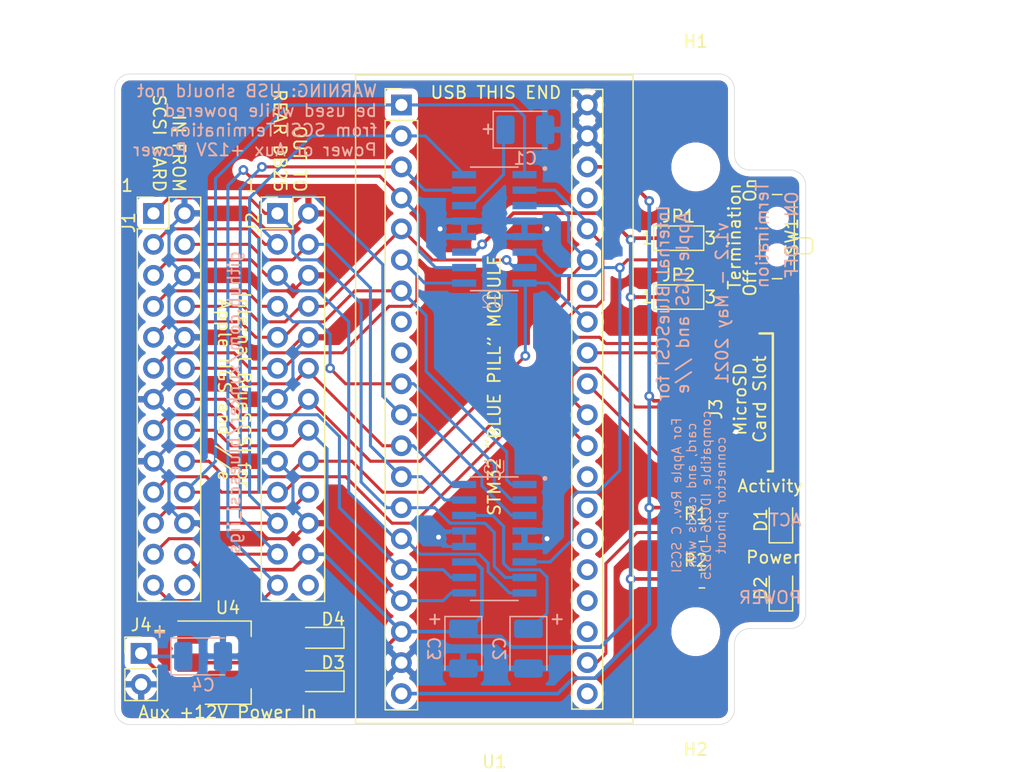
<source format=kicad_pcb>
(kicad_pcb (version 20171130) (host pcbnew "(5.1.8-0-10_14)")

  (general
    (thickness 1.6)
    (drawings 49)
    (tracks 455)
    (zones 0)
    (modules 23)
    (nets 52)
  )

  (page A4)
  (layers
    (0 F.Cu signal)
    (31 B.Cu signal)
    (32 B.Adhes user)
    (33 F.Adhes user)
    (34 B.Paste user)
    (35 F.Paste user)
    (36 B.SilkS user)
    (37 F.SilkS user)
    (38 B.Mask user)
    (39 F.Mask user)
    (40 Dwgs.User user)
    (41 Cmts.User user)
    (42 Eco1.User user)
    (43 Eco2.User user)
    (44 Edge.Cuts user)
    (45 Margin user)
    (46 B.CrtYd user)
    (47 F.CrtYd user)
    (48 B.Fab user)
    (49 F.Fab user)
  )

  (setup
    (last_trace_width 0.25)
    (trace_clearance 0.2)
    (zone_clearance 0.508)
    (zone_45_only no)
    (trace_min 0.2)
    (via_size 0.8)
    (via_drill 0.4)
    (via_min_size 0.4)
    (via_min_drill 0.3)
    (uvia_size 0.3)
    (uvia_drill 0.1)
    (uvias_allowed no)
    (uvia_min_size 0.2)
    (uvia_min_drill 0.1)
    (edge_width 0.05)
    (segment_width 0.2)
    (pcb_text_width 0.3)
    (pcb_text_size 1.5 1.5)
    (mod_edge_width 0.12)
    (mod_text_size 1 1)
    (mod_text_width 0.15)
    (pad_size 1.524 1.524)
    (pad_drill 0.762)
    (pad_to_mask_clearance 0)
    (aux_axis_origin 0 0)
    (visible_elements FFFFFF7F)
    (pcbplotparams
      (layerselection 0x01cfc_ffffffff)
      (usegerberextensions false)
      (usegerberattributes true)
      (usegerberadvancedattributes true)
      (creategerberjobfile false)
      (excludeedgelayer true)
      (linewidth 0.100000)
      (plotframeref false)
      (viasonmask false)
      (mode 1)
      (useauxorigin false)
      (hpglpennumber 1)
      (hpglpenspeed 20)
      (hpglpendiameter 15.000000)
      (psnegative false)
      (psa4output false)
      (plotreference true)
      (plotvalue true)
      (plotinvisibletext false)
      (padsonsilk false)
      (subtractmaskfromsilk false)
      (outputformat 1)
      (mirror false)
      (drillshape 0)
      (scaleselection 1)
      (outputdirectory "/Users/mnielsen/Downloads/"))
  )

  (net 0 "")
  (net 1 "Net-(U1-Pad37)")
  (net 2 "Net-(U1-Pad34)")
  (net 3 "Net-(U1-Pad8)")
  (net 4 "Net-(U1-Pad9)")
  (net 5 "Net-(U1-Pad28)")
  (net 6 "Net-(U1-Pad25)")
  (net 7 "Net-(U1-Pad24)")
  (net 8 "Net-(U1-Pad23)")
  (net 9 "Net-(U1-Pad21)")
  (net 10 "Net-(J1-Pad26)")
  (net 11 "Net-(J2-Pad26)")
  (net 12 +5V)
  (net 13 GND)
  (net 14 /SCSI_DB4)
  (net 15 /SCSI_DB2)
  (net 16 /SCSI_DB1)
  (net 17 /SCSI_DBP)
  (net 18 /SCSI_SEL)
  (net 19 /SCSI_ATN)
  (net 20 /SCSI_C_D)
  (net 21 /SCSI_DB7)
  (net 22 /SCSI_DB6)
  (net 23 /SCSI_DB5)
  (net 24 /SCSI_DB3)
  (net 25 /SCSI_DB0)
  (net 26 /SCSI_BSY)
  (net 27 /SCSI_ACK)
  (net 28 /SCSI_RST)
  (net 29 /SCSI_I_O)
  (net 30 /SCSI_MSG)
  (net 31 /SCSI_REQ)
  (net 32 /SD_MISO)
  (net 33 /SD_CSK)
  (net 34 +3V3)
  (net 35 /SD_MOSI)
  (net 36 /SD_CS)
  (net 37 "Net-(J3-Pad8)")
  (net 38 "Net-(J3-Pad1)")
  (net 39 "Net-(D2-Pad2)")
  (net 40 "Net-(C1-Pad1)")
  (net 41 "Net-(C2-Pad1)")
  (net 42 /TERM_DISC)
  (net 43 "Net-(D1-Pad1)")
  (net 44 /DEBUG_RX)
  (net 45 /DEBUG_TX)
  (net 46 "Net-(D4-Pad2)")
  (net 47 /+12V_AUX)
  (net 48 /TERM_EN)
  (net 49 /TERM_DIS)
  (net 50 /DISK_ACT)
  (net 51 /REG_OUT)

  (net_class Default "This is the default net class."
    (clearance 0.2)
    (trace_width 0.25)
    (via_dia 0.8)
    (via_drill 0.4)
    (uvia_dia 0.3)
    (uvia_drill 0.1)
    (add_net /DEBUG_RX)
    (add_net /DEBUG_TX)
    (add_net /DISK_ACT)
    (add_net /SCSI_ACK)
    (add_net /SCSI_ATN)
    (add_net /SCSI_BSY)
    (add_net /SCSI_C_D)
    (add_net /SCSI_DB0)
    (add_net /SCSI_DB1)
    (add_net /SCSI_DB2)
    (add_net /SCSI_DB3)
    (add_net /SCSI_DB4)
    (add_net /SCSI_DB5)
    (add_net /SCSI_DB6)
    (add_net /SCSI_DB7)
    (add_net /SCSI_DBP)
    (add_net /SCSI_I_O)
    (add_net /SCSI_MSG)
    (add_net /SCSI_REQ)
    (add_net /SCSI_RST)
    (add_net /SCSI_SEL)
    (add_net /SD_CS)
    (add_net /SD_CSK)
    (add_net /SD_MISO)
    (add_net /SD_MOSI)
    (add_net /TERM_DIS)
    (add_net /TERM_DISC)
    (add_net /TERM_EN)
    (add_net GND)
    (add_net "Net-(C1-Pad1)")
    (add_net "Net-(C2-Pad1)")
    (add_net "Net-(D1-Pad1)")
    (add_net "Net-(D2-Pad2)")
    (add_net "Net-(D4-Pad2)")
    (add_net "Net-(J1-Pad26)")
    (add_net "Net-(J2-Pad26)")
    (add_net "Net-(J3-Pad1)")
    (add_net "Net-(J3-Pad8)")
    (add_net "Net-(U1-Pad21)")
    (add_net "Net-(U1-Pad23)")
    (add_net "Net-(U1-Pad24)")
    (add_net "Net-(U1-Pad25)")
    (add_net "Net-(U1-Pad28)")
    (add_net "Net-(U1-Pad34)")
    (add_net "Net-(U1-Pad37)")
    (add_net "Net-(U1-Pad8)")
    (add_net "Net-(U1-Pad9)")
  )

  (net_class POWER ""
    (clearance 0.2)
    (trace_width 0.3)
    (via_dia 0.8)
    (via_drill 0.4)
    (uvia_dia 0.3)
    (uvia_drill 0.1)
    (add_net +3V3)
    (add_net +5V)
    (add_net /+12V_AUX)
    (add_net /REG_OUT)
  )

  (module Jumper:SolderJumper-3_P1.3mm_Open_Pad1.0x1.5mm_NumberLabels (layer F.Cu) (tedit 5A3F6CCC) (tstamp 608A2DCD)
    (at 175.133 66.548)
    (descr "SMD Solder Jumper, 1x1.5mm Pads, 0.3mm gap, open, labeled with numbers")
    (tags "solder jumper open")
    (path /608B8DEE)
    (attr virtual)
    (fp_text reference JP2 (at 0 -1.8) (layer F.SilkS)
      (effects (font (size 1 1) (thickness 0.15)))
    )
    (fp_text value Jumper_3_Open (at 0 1.9) (layer F.Fab)
      (effects (font (size 1 1) (thickness 0.15)))
    )
    (fp_line (start -2.05 1) (end -2.05 -1) (layer F.SilkS) (width 0.12))
    (fp_line (start 2.05 1) (end -2.05 1) (layer F.SilkS) (width 0.12))
    (fp_line (start 2.05 -1) (end 2.05 1) (layer F.SilkS) (width 0.12))
    (fp_line (start -2.05 -1) (end 2.05 -1) (layer F.SilkS) (width 0.12))
    (fp_line (start -2.3 -1.25) (end 2.3 -1.25) (layer F.CrtYd) (width 0.05))
    (fp_line (start -2.3 -1.25) (end -2.3 1.25) (layer F.CrtYd) (width 0.05))
    (fp_line (start 2.3 1.25) (end 2.3 -1.25) (layer F.CrtYd) (width 0.05))
    (fp_line (start 2.3 1.25) (end -2.3 1.25) (layer F.CrtYd) (width 0.05))
    (fp_text user 1 (at -2.6 0) (layer F.SilkS)
      (effects (font (size 1 1) (thickness 0.15)))
    )
    (fp_text user 3 (at 2.6 0) (layer F.SilkS)
      (effects (font (size 1 1) (thickness 0.15)))
    )
    (pad 1 smd rect (at -1.3 0) (size 1 1.5) (layers F.Cu F.Mask)
      (net 12 +5V))
    (pad 2 smd rect (at 0 0) (size 1 1.5) (layers F.Cu F.Mask)
      (net 49 /TERM_DIS))
    (pad 3 smd rect (at 1.3 0) (size 1 1.5) (layers F.Cu F.Mask)
      (net 13 GND))
  )

  (module Jumper:SolderJumper-3_P1.3mm_Open_Pad1.0x1.5mm_NumberLabels (layer F.Cu) (tedit 5A3F6CCC) (tstamp 608A414D)
    (at 175.133 61.722)
    (descr "SMD Solder Jumper, 1x1.5mm Pads, 0.3mm gap, open, labeled with numbers")
    (tags "solder jumper open")
    (path /608B8175)
    (attr virtual)
    (fp_text reference JP1 (at 0 -1.8) (layer F.SilkS)
      (effects (font (size 1 1) (thickness 0.15)))
    )
    (fp_text value Jumper_3_Open (at 0 1.9) (layer F.Fab)
      (effects (font (size 1 1) (thickness 0.15)))
    )
    (fp_line (start -2.05 1) (end -2.05 -1) (layer F.SilkS) (width 0.12))
    (fp_line (start 2.05 1) (end -2.05 1) (layer F.SilkS) (width 0.12))
    (fp_line (start 2.05 -1) (end 2.05 1) (layer F.SilkS) (width 0.12))
    (fp_line (start -2.05 -1) (end 2.05 -1) (layer F.SilkS) (width 0.12))
    (fp_line (start -2.3 -1.25) (end 2.3 -1.25) (layer F.CrtYd) (width 0.05))
    (fp_line (start -2.3 -1.25) (end -2.3 1.25) (layer F.CrtYd) (width 0.05))
    (fp_line (start 2.3 1.25) (end 2.3 -1.25) (layer F.CrtYd) (width 0.05))
    (fp_line (start 2.3 1.25) (end -2.3 1.25) (layer F.CrtYd) (width 0.05))
    (fp_text user 1 (at -2.6 0) (layer F.SilkS)
      (effects (font (size 1 1) (thickness 0.15)))
    )
    (fp_text user 3 (at 2.6 0) (layer F.SilkS)
      (effects (font (size 1 1) (thickness 0.15)))
    )
    (pad 1 smd rect (at -1.3 0) (size 1 1.5) (layers F.Cu F.Mask)
      (net 12 +5V))
    (pad 2 smd rect (at 0 0) (size 1 1.5) (layers F.Cu F.Mask)
      (net 48 /TERM_EN))
    (pad 3 smd rect (at 1.3 0) (size 1 1.5) (layers F.Cu F.Mask)
      (net 13 GND))
  )

  (module "Molex 105162-0001:105162-0001" (layer F.Cu) (tedit 6089A22D) (tstamp 608A0B02)
    (at 176.403 75.184 90)
    (descr <b>105162-0001</b><br>)
    (path /6089B89F)
    (fp_text reference J3 (at -0.549 1.778 90) (layer F.SilkS)
      (effects (font (size 1 1) (thickness 0.15)))
    )
    (fp_text value 105162-0001 (at -0.549 3.399 90) (layer F.Fab)
      (effects (font (size 1 1) (thickness 0.015)))
    )
    (fp_line (start -5.65 0) (end 5.65 0) (layer F.Fab) (width 0.2))
    (fp_line (start 5.65 0) (end 5.65 6.45) (layer F.Fab) (width 0.2))
    (fp_line (start 5.65 6.45) (end -5.65 6.45) (layer F.Fab) (width 0.2))
    (fp_line (start -5.65 6.45) (end -5.65 0) (layer F.Fab) (width 0.2))
    (fp_line (start -5.65 6.45) (end 5.65 6.45) (layer F.SilkS) (width 0.2))
    (fp_line (start 5.65 6.45) (end 5.65 5.355) (layer F.SilkS) (width 0.2))
    (fp_line (start -5.65 6.45) (end -5.65 6.028) (layer F.SilkS) (width 0.2))
    (fp_circle (center 3.584 8.15) (end 3.640569 8.15) (layer Dwgs.User) (width 0.2))
    (pad 15 smd rect (at -2.204 0.105 90) (size 2.91 0.55) (layers F.Cu F.Paste F.Mask))
    (pad 14 smd rect (at 1.986 0.105 90) (size 2.91 0.55) (layers F.Cu F.Paste F.Mask))
    (pad 13 smd rect (at -5.325 4.535 90) (size 1.05 2.39) (layers F.Cu F.Paste F.Mask)
      (net 13 GND))
    (pad 12 smd rect (at -5.325 1.35 90) (size 1.05 1.2) (layers F.Cu F.Paste F.Mask)
      (net 13 GND))
    (pad 11 smd rect (at 5.325 0.78 90) (size 1.05 1.2) (layers F.Cu F.Paste F.Mask)
      (net 13 GND))
    (pad 10 smd rect (at 5.325 3.39 90) (size 1.05 1.08) (layers F.Cu F.Paste F.Mask)
      (net 13 GND))
    (pad 9 smd rect (at 5.31 4.66 90) (size 0.72 0.78) (layers F.Cu F.Paste F.Mask)
      (net 13 GND))
    (pad 8 smd rect (at -4.15 7.34 90) (size 0.5 1) (layers F.Cu F.Paste F.Mask)
      (net 37 "Net-(J3-Pad8)"))
    (pad 7 smd rect (at -3.05 7.34 90) (size 0.5 1) (layers F.Cu F.Paste F.Mask)
      (net 32 /SD_MISO))
    (pad 6 smd rect (at -1.95 7.34 90) (size 0.5 1) (layers F.Cu F.Paste F.Mask)
      (net 13 GND))
    (pad 5 smd rect (at -0.85 7.34 90) (size 0.5 1) (layers F.Cu F.Paste F.Mask)
      (net 33 /SD_CSK))
    (pad 4 smd rect (at 0.25 7.34 90) (size 0.5 1) (layers F.Cu F.Paste F.Mask)
      (net 34 +3V3))
    (pad 3 smd rect (at 1.35 7.34 90) (size 0.5 1) (layers F.Cu F.Paste F.Mask)
      (net 35 /SD_MOSI))
    (pad 2 smd rect (at 2.45 7.34 90) (size 0.5 1) (layers F.Cu F.Paste F.Mask)
      (net 36 /SD_CS))
    (pad 1 smd rect (at 3.55 7.34 90) (size 0.5 1) (layers F.Cu F.Paste F.Mask)
      (net 38 "Net-(J3-Pad1)"))
  )

  (module Diode_SMD:D_SOD-323_HandSoldering (layer F.Cu) (tedit 58641869) (tstamp 608620EB)
    (at 145.796 94.488 180)
    (descr SOD-323)
    (tags SOD-323)
    (path /6086EF1B)
    (attr smd)
    (fp_text reference D4 (at -1.016 1.524) (layer F.SilkS)
      (effects (font (size 1 1) (thickness 0.15)))
    )
    (fp_text value 1N5817,CUS08F30-H3F (at 0.1 1.9) (layer F.Fab)
      (effects (font (size 1 1) (thickness 0.15)))
    )
    (fp_line (start -1.9 -0.85) (end 1.25 -0.85) (layer F.SilkS) (width 0.12))
    (fp_line (start -1.9 0.85) (end 1.25 0.85) (layer F.SilkS) (width 0.12))
    (fp_line (start -2 -0.95) (end -2 0.95) (layer F.CrtYd) (width 0.05))
    (fp_line (start -2 0.95) (end 2 0.95) (layer F.CrtYd) (width 0.05))
    (fp_line (start 2 -0.95) (end 2 0.95) (layer F.CrtYd) (width 0.05))
    (fp_line (start -2 -0.95) (end 2 -0.95) (layer F.CrtYd) (width 0.05))
    (fp_line (start -0.9 -0.7) (end 0.9 -0.7) (layer F.Fab) (width 0.1))
    (fp_line (start 0.9 -0.7) (end 0.9 0.7) (layer F.Fab) (width 0.1))
    (fp_line (start 0.9 0.7) (end -0.9 0.7) (layer F.Fab) (width 0.1))
    (fp_line (start -0.9 0.7) (end -0.9 -0.7) (layer F.Fab) (width 0.1))
    (fp_line (start -0.3 -0.35) (end -0.3 0.35) (layer F.Fab) (width 0.1))
    (fp_line (start -0.3 0) (end -0.5 0) (layer F.Fab) (width 0.1))
    (fp_line (start -0.3 0) (end 0.2 -0.35) (layer F.Fab) (width 0.1))
    (fp_line (start 0.2 -0.35) (end 0.2 0.35) (layer F.Fab) (width 0.1))
    (fp_line (start 0.2 0.35) (end -0.3 0) (layer F.Fab) (width 0.1))
    (fp_line (start 0.2 0) (end 0.45 0) (layer F.Fab) (width 0.1))
    (fp_line (start -1.9 -0.85) (end -1.9 0.85) (layer F.SilkS) (width 0.12))
    (fp_text user %R (at 0 -1.85) (layer F.Fab)
      (effects (font (size 1 1) (thickness 0.15)))
    )
    (pad 2 smd rect (at 1.25 0 180) (size 1 1) (layers F.Cu F.Paste F.Mask)
      (net 46 "Net-(D4-Pad2)"))
    (pad 1 smd rect (at -1.25 0 180) (size 1 1) (layers F.Cu F.Paste F.Mask)
      (net 13 GND))
    (model ${KISYS3DMOD}/Diode_SMD.3dshapes/D_SOD-323.wrl
      (at (xyz 0 0 0))
      (scale (xyz 1 1 1))
      (rotate (xyz 0 0 0))
    )
  )

  (module Diode_SMD:D_SOD-323_HandSoldering (layer F.Cu) (tedit 58641869) (tstamp 608638B7)
    (at 145.796 98.044 180)
    (descr SOD-323)
    (tags SOD-323)
    (path /6086E55B)
    (attr smd)
    (fp_text reference D3 (at -1.016 1.524) (layer F.SilkS)
      (effects (font (size 1 1) (thickness 0.15)))
    )
    (fp_text value 1N5817,1N5817,CUS08F30-H3F (at 0.1 1.9) (layer F.Fab)
      (effects (font (size 1 1) (thickness 0.15)))
    )
    (fp_line (start -1.9 -0.85) (end 1.25 -0.85) (layer F.SilkS) (width 0.12))
    (fp_line (start -1.9 0.85) (end 1.25 0.85) (layer F.SilkS) (width 0.12))
    (fp_line (start -2 -0.95) (end -2 0.95) (layer F.CrtYd) (width 0.05))
    (fp_line (start -2 0.95) (end 2 0.95) (layer F.CrtYd) (width 0.05))
    (fp_line (start 2 -0.95) (end 2 0.95) (layer F.CrtYd) (width 0.05))
    (fp_line (start -2 -0.95) (end 2 -0.95) (layer F.CrtYd) (width 0.05))
    (fp_line (start -0.9 -0.7) (end 0.9 -0.7) (layer F.Fab) (width 0.1))
    (fp_line (start 0.9 -0.7) (end 0.9 0.7) (layer F.Fab) (width 0.1))
    (fp_line (start 0.9 0.7) (end -0.9 0.7) (layer F.Fab) (width 0.1))
    (fp_line (start -0.9 0.7) (end -0.9 -0.7) (layer F.Fab) (width 0.1))
    (fp_line (start -0.3 -0.35) (end -0.3 0.35) (layer F.Fab) (width 0.1))
    (fp_line (start -0.3 0) (end -0.5 0) (layer F.Fab) (width 0.1))
    (fp_line (start -0.3 0) (end 0.2 -0.35) (layer F.Fab) (width 0.1))
    (fp_line (start 0.2 -0.35) (end 0.2 0.35) (layer F.Fab) (width 0.1))
    (fp_line (start 0.2 0.35) (end -0.3 0) (layer F.Fab) (width 0.1))
    (fp_line (start 0.2 0) (end 0.45 0) (layer F.Fab) (width 0.1))
    (fp_line (start -1.9 -0.85) (end -1.9 0.85) (layer F.SilkS) (width 0.12))
    (fp_text user %R (at 0 -1.85) (layer F.Fab)
      (effects (font (size 1 1) (thickness 0.15)))
    )
    (pad 2 smd rect (at 1.25 0 180) (size 1 1) (layers F.Cu F.Paste F.Mask)
      (net 51 /REG_OUT))
    (pad 1 smd rect (at -1.25 0 180) (size 1 1) (layers F.Cu F.Paste F.Mask)
      (net 12 +5V))
    (model ${KISYS3DMOD}/Diode_SMD.3dshapes/D_SOD-323.wrl
      (at (xyz 0 0 0))
      (scale (xyz 1 1 1))
      (rotate (xyz 0 0 0))
    )
  )

  (module Package_TO_SOT_SMD:SOT-223-3_TabPin2 (layer F.Cu) (tedit 5A02FF57) (tstamp 60867787)
    (at 138.176 96.52)
    (descr "module CMS SOT223 4 pins")
    (tags "CMS SOT")
    (path /608623C0)
    (attr smd)
    (fp_text reference U4 (at 0 -4.5) (layer F.SilkS)
      (effects (font (size 1 1) (thickness 0.15)))
    )
    (fp_text value AMS1117-5.0 (at 0 4.5) (layer F.Fab)
      (effects (font (size 1 1) (thickness 0.15)))
    )
    (fp_line (start 1.91 3.41) (end 1.91 2.15) (layer F.SilkS) (width 0.12))
    (fp_line (start 1.91 -3.41) (end 1.91 -2.15) (layer F.SilkS) (width 0.12))
    (fp_line (start 4.4 -3.6) (end -4.4 -3.6) (layer F.CrtYd) (width 0.05))
    (fp_line (start 4.4 3.6) (end 4.4 -3.6) (layer F.CrtYd) (width 0.05))
    (fp_line (start -4.4 3.6) (end 4.4 3.6) (layer F.CrtYd) (width 0.05))
    (fp_line (start -4.4 -3.6) (end -4.4 3.6) (layer F.CrtYd) (width 0.05))
    (fp_line (start -1.85 -2.35) (end -0.85 -3.35) (layer F.Fab) (width 0.1))
    (fp_line (start -1.85 -2.35) (end -1.85 3.35) (layer F.Fab) (width 0.1))
    (fp_line (start -1.85 3.41) (end 1.91 3.41) (layer F.SilkS) (width 0.12))
    (fp_line (start -0.85 -3.35) (end 1.85 -3.35) (layer F.Fab) (width 0.1))
    (fp_line (start -4.1 -3.41) (end 1.91 -3.41) (layer F.SilkS) (width 0.12))
    (fp_line (start -1.85 3.35) (end 1.85 3.35) (layer F.Fab) (width 0.1))
    (fp_line (start 1.85 -3.35) (end 1.85 3.35) (layer F.Fab) (width 0.1))
    (fp_text user %R (at 0 0 90) (layer F.Fab)
      (effects (font (size 0.8 0.8) (thickness 0.12)))
    )
    (pad 1 smd rect (at -3.15 -2.3) (size 2 1.5) (layers F.Cu F.Paste F.Mask)
      (net 46 "Net-(D4-Pad2)"))
    (pad 3 smd rect (at -3.15 2.3) (size 2 1.5) (layers F.Cu F.Paste F.Mask)
      (net 47 /+12V_AUX))
    (pad 2 smd rect (at -3.15 0) (size 2 1.5) (layers F.Cu F.Paste F.Mask)
      (net 51 /REG_OUT))
    (pad 2 smd rect (at 3.15 0) (size 2 3.8) (layers F.Cu F.Paste F.Mask)
      (net 51 /REG_OUT))
    (model ${KISYS3DMOD}/Package_TO_SOT_SMD.3dshapes/SOT-223.wrl
      (at (xyz 0 0 0))
      (scale (xyz 1 1 1))
      (rotate (xyz 0 0 0))
    )
  )

  (module Connector_PinHeader_2.54mm:PinHeader_1x02_P2.54mm_Vertical (layer F.Cu) (tedit 59FED5CC) (tstamp 60862237)
    (at 131.064 95.758)
    (descr "Through hole straight pin header, 1x02, 2.54mm pitch, single row")
    (tags "Through hole pin header THT 1x02 2.54mm single row")
    (path /60864BE9)
    (fp_text reference J4 (at 0 -2.33) (layer F.SilkS)
      (effects (font (size 1 1) (thickness 0.15)))
    )
    (fp_text value Conn_01x02_Male (at 0 4.87) (layer F.Fab)
      (effects (font (size 1 1) (thickness 0.15)))
    )
    (fp_line (start -0.635 -1.27) (end 1.27 -1.27) (layer F.Fab) (width 0.1))
    (fp_line (start 1.27 -1.27) (end 1.27 3.81) (layer F.Fab) (width 0.1))
    (fp_line (start 1.27 3.81) (end -1.27 3.81) (layer F.Fab) (width 0.1))
    (fp_line (start -1.27 3.81) (end -1.27 -0.635) (layer F.Fab) (width 0.1))
    (fp_line (start -1.27 -0.635) (end -0.635 -1.27) (layer F.Fab) (width 0.1))
    (fp_line (start -1.33 3.87) (end 1.33 3.87) (layer F.SilkS) (width 0.12))
    (fp_line (start -1.33 1.27) (end -1.33 3.87) (layer F.SilkS) (width 0.12))
    (fp_line (start 1.33 1.27) (end 1.33 3.87) (layer F.SilkS) (width 0.12))
    (fp_line (start -1.33 1.27) (end 1.33 1.27) (layer F.SilkS) (width 0.12))
    (fp_line (start -1.33 0) (end -1.33 -1.33) (layer F.SilkS) (width 0.12))
    (fp_line (start -1.33 -1.33) (end 0 -1.33) (layer F.SilkS) (width 0.12))
    (fp_line (start -1.8 -1.8) (end -1.8 4.35) (layer F.CrtYd) (width 0.05))
    (fp_line (start -1.8 4.35) (end 1.8 4.35) (layer F.CrtYd) (width 0.05))
    (fp_line (start 1.8 4.35) (end 1.8 -1.8) (layer F.CrtYd) (width 0.05))
    (fp_line (start 1.8 -1.8) (end -1.8 -1.8) (layer F.CrtYd) (width 0.05))
    (fp_text user %R (at 0 1.27 90) (layer F.Fab)
      (effects (font (size 1 1) (thickness 0.15)))
    )
    (pad 2 thru_hole oval (at 0 2.54) (size 1.7 1.7) (drill 1) (layers *.Cu *.Mask)
      (net 13 GND))
    (pad 1 thru_hole rect (at 0 0) (size 1.7 1.7) (drill 1) (layers *.Cu *.Mask)
      (net 47 /+12V_AUX))
    (model ${KISYS3DMOD}/Connector_PinHeader_2.54mm.3dshapes/PinHeader_1x02_P2.54mm_Vertical.wrl
      (at (xyz 0 0 0))
      (scale (xyz 1 1 1))
      (rotate (xyz 0 0 0))
    )
  )

  (module Capacitor_Tantalum_SMD:CP_EIA-3528-21_Kemet-B_Pad1.50x2.35mm_HandSolder (layer B.Cu) (tedit 5EBA9318) (tstamp 60862060)
    (at 136.144 96.012)
    (descr "Tantalum Capacitor SMD Kemet-B (3528-21 Metric), IPC_7351 nominal, (Body size from: http://www.kemet.com/Lists/ProductCatalog/Attachments/253/KEM_TC101_STD.pdf), generated with kicad-footprint-generator")
    (tags "capacitor tantalum")
    (path /608634DB)
    (attr smd)
    (fp_text reference C4 (at 0 2.35 180) (layer B.SilkS)
      (effects (font (size 1 1) (thickness 0.15)) (justify mirror))
    )
    (fp_text value 10uF (at 0 -2.35 180) (layer B.Fab)
      (effects (font (size 1 1) (thickness 0.15)) (justify mirror))
    )
    (fp_line (start 1.75 1.4) (end -1.05 1.4) (layer B.Fab) (width 0.1))
    (fp_line (start -1.05 1.4) (end -1.75 0.7) (layer B.Fab) (width 0.1))
    (fp_line (start -1.75 0.7) (end -1.75 -1.4) (layer B.Fab) (width 0.1))
    (fp_line (start -1.75 -1.4) (end 1.75 -1.4) (layer B.Fab) (width 0.1))
    (fp_line (start 1.75 -1.4) (end 1.75 1.4) (layer B.Fab) (width 0.1))
    (fp_line (start 1.75 1.51) (end -2.635 1.51) (layer B.SilkS) (width 0.12))
    (fp_line (start -2.635 1.51) (end -2.635 -1.51) (layer B.SilkS) (width 0.12))
    (fp_line (start -2.635 -1.51) (end 1.75 -1.51) (layer B.SilkS) (width 0.12))
    (fp_line (start -2.62 -1.65) (end -2.62 1.65) (layer B.CrtYd) (width 0.05))
    (fp_line (start -2.62 1.65) (end 2.62 1.65) (layer B.CrtYd) (width 0.05))
    (fp_line (start 2.62 1.65) (end 2.62 -1.65) (layer B.CrtYd) (width 0.05))
    (fp_line (start 2.62 -1.65) (end -2.62 -1.65) (layer B.CrtYd) (width 0.05))
    (fp_text user %R (at 0 0 180) (layer B.Fab)
      (effects (font (size 0.88 0.88) (thickness 0.13)) (justify mirror))
    )
    (pad 2 smd roundrect (at 1.625 0) (size 1.5 2.35) (layers B.Cu B.Paste B.Mask) (roundrect_rratio 0.166667)
      (net 13 GND))
    (pad 1 smd roundrect (at -1.625 0) (size 1.5 2.35) (layers B.Cu B.Paste B.Mask) (roundrect_rratio 0.166667)
      (net 47 /+12V_AUX))
    (model ${KISYS3DMOD}/Capacitor_Tantalum_SMD.3dshapes/CP_EIA-3528-21_Kemet-B.wrl
      (at (xyz 0 0 0))
      (scale (xyz 1 1 1))
      (rotate (xyz 0 0 0))
    )
  )

  (module Button_Switch_SMD:SW_SPDT_PCM12 (layer F.Cu) (tedit 5A02FC95) (tstamp 60601A98)
    (at 182.88 61.595 90)
    (descr "Ultraminiature Surface Mount Slide Switch, right-angle, https://www.ckswitches.com/media/1424/pcm.pdf")
    (path /6062FC1A)
    (attr smd)
    (fp_text reference SW1 (at 0 1.524 90) (layer F.SilkS)
      (effects (font (size 1 1) (thickness 0.15)))
    )
    (fp_text value SW_SPDT (at 0 4.25 90) (layer F.Fab)
      (effects (font (size 1 1) (thickness 0.15)))
    )
    (fp_line (start 3.45 0.72) (end 3.45 -0.07) (layer F.SilkS) (width 0.12))
    (fp_line (start -3.45 -0.07) (end -3.45 0.72) (layer F.SilkS) (width 0.12))
    (fp_line (start -1.6 -1.12) (end 0.1 -1.12) (layer F.SilkS) (width 0.12))
    (fp_line (start -2.85 1.73) (end 2.85 1.73) (layer F.SilkS) (width 0.12))
    (fp_line (start -0.1 3.02) (end -0.1 1.73) (layer F.SilkS) (width 0.12))
    (fp_line (start -1.2 3.23) (end -0.3 3.23) (layer F.SilkS) (width 0.12))
    (fp_line (start -1.4 1.73) (end -1.4 3.02) (layer F.SilkS) (width 0.12))
    (fp_line (start -0.1 3.02) (end -0.3 3.23) (layer F.SilkS) (width 0.12))
    (fp_line (start -1.4 3.02) (end -1.2 3.23) (layer F.SilkS) (width 0.12))
    (fp_line (start -4.4 2.1) (end -4.4 -2.45) (layer F.CrtYd) (width 0.05))
    (fp_line (start -1.65 2.1) (end -4.4 2.1) (layer F.CrtYd) (width 0.05))
    (fp_line (start -1.65 3.4) (end -1.65 2.1) (layer F.CrtYd) (width 0.05))
    (fp_line (start 1.65 3.4) (end -1.65 3.4) (layer F.CrtYd) (width 0.05))
    (fp_line (start 1.65 2.1) (end 1.65 3.4) (layer F.CrtYd) (width 0.05))
    (fp_line (start 4.4 2.1) (end 1.65 2.1) (layer F.CrtYd) (width 0.05))
    (fp_line (start 4.4 -2.45) (end 4.4 2.1) (layer F.CrtYd) (width 0.05))
    (fp_line (start -4.4 -2.45) (end 4.4 -2.45) (layer F.CrtYd) (width 0.05))
    (fp_line (start 1.4 -1.12) (end 1.6 -1.12) (layer F.SilkS) (width 0.12))
    (fp_line (start 3.35 -1) (end -3.35 -1) (layer F.Fab) (width 0.1))
    (fp_line (start 3.35 1.6) (end 3.35 -1) (layer F.Fab) (width 0.1))
    (fp_line (start -3.35 1.6) (end 3.35 1.6) (layer F.Fab) (width 0.1))
    (fp_line (start -3.35 -1) (end -3.35 1.6) (layer F.Fab) (width 0.1))
    (fp_line (start -0.1 2.9) (end -0.1 1.6) (layer F.Fab) (width 0.1))
    (fp_line (start -0.15 2.95) (end -0.1 2.9) (layer F.Fab) (width 0.1))
    (fp_line (start -0.35 3.15) (end -0.15 2.95) (layer F.Fab) (width 0.1))
    (fp_line (start -1.2 3.15) (end -0.35 3.15) (layer F.Fab) (width 0.1))
    (fp_line (start -1.4 2.95) (end -1.2 3.15) (layer F.Fab) (width 0.1))
    (fp_line (start -1.4 1.65) (end -1.4 2.95) (layer F.Fab) (width 0.1))
    (fp_text user %R (at 0 -3.2 90) (layer F.Fab)
      (effects (font (size 1 1) (thickness 0.15)))
    )
    (pad "" smd rect (at -3.65 -0.78 90) (size 1 0.8) (layers F.Cu F.Paste F.Mask))
    (pad "" smd rect (at 3.65 -0.78 90) (size 1 0.8) (layers F.Cu F.Paste F.Mask))
    (pad "" smd rect (at 3.65 1.43 90) (size 1 0.8) (layers F.Cu F.Paste F.Mask))
    (pad "" smd rect (at -3.65 1.43 90) (size 1 0.8) (layers F.Cu F.Paste F.Mask))
    (pad 3 smd rect (at 2.25 -1.43 90) (size 0.7 1.5) (layers F.Cu F.Paste F.Mask)
      (net 48 /TERM_EN))
    (pad 2 smd rect (at 0.75 -1.43 90) (size 0.7 1.5) (layers F.Cu F.Paste F.Mask)
      (net 42 /TERM_DISC))
    (pad 1 smd rect (at -2.25 -1.43 90) (size 0.7 1.5) (layers F.Cu F.Paste F.Mask)
      (net 49 /TERM_DIS))
    (pad "" np_thru_hole circle (at 1.5 0.33 90) (size 0.9 0.9) (drill 0.9) (layers *.Cu *.Mask))
    (pad "" np_thru_hole circle (at -1.5 0.33 90) (size 0.9 0.9) (drill 0.9) (layers *.Cu *.Mask))
    (model ${KISYS3DMOD}/Button_Switch_SMD.3dshapes/SW_SPDT_PCM12.wrl
      (at (xyz 0 0 0))
      (scale (xyz 1 1 1))
      (rotate (xyz 0 0 0))
    )
  )

  (module Capacitor_Tantalum_SMD:CP_EIA-3528-21_Kemet-B_Pad1.50x2.35mm_HandSolder (layer B.Cu) (tedit 5EBA9318) (tstamp 60623C5A)
    (at 157.48 95.377 270)
    (descr "Tantalum Capacitor SMD Kemet-B (3528-21 Metric), IPC_7351 nominal, (Body size from: http://www.kemet.com/Lists/ProductCatalog/Attachments/253/KEM_TC101_STD.pdf), generated with kicad-footprint-generator")
    (tags "capacitor tantalum")
    (path /60643B6E)
    (attr smd)
    (fp_text reference C3 (at 0 2.35 90) (layer B.SilkS)
      (effects (font (size 1 1) (thickness 0.15)) (justify mirror))
    )
    (fp_text value "4.7uF, 6.3v" (at 0 -2.35 90) (layer B.Fab)
      (effects (font (size 1 1) (thickness 0.15)) (justify mirror))
    )
    (fp_line (start 1.75 1.4) (end -1.05 1.4) (layer B.Fab) (width 0.1))
    (fp_line (start -1.05 1.4) (end -1.75 0.7) (layer B.Fab) (width 0.1))
    (fp_line (start -1.75 0.7) (end -1.75 -1.4) (layer B.Fab) (width 0.1))
    (fp_line (start -1.75 -1.4) (end 1.75 -1.4) (layer B.Fab) (width 0.1))
    (fp_line (start 1.75 -1.4) (end 1.75 1.4) (layer B.Fab) (width 0.1))
    (fp_line (start 1.75 1.51) (end -2.635 1.51) (layer B.SilkS) (width 0.12))
    (fp_line (start -2.635 1.51) (end -2.635 -1.51) (layer B.SilkS) (width 0.12))
    (fp_line (start -2.635 -1.51) (end 1.75 -1.51) (layer B.SilkS) (width 0.12))
    (fp_line (start -2.62 -1.65) (end -2.62 1.65) (layer B.CrtYd) (width 0.05))
    (fp_line (start -2.62 1.65) (end 2.62 1.65) (layer B.CrtYd) (width 0.05))
    (fp_line (start 2.62 1.65) (end 2.62 -1.65) (layer B.CrtYd) (width 0.05))
    (fp_line (start 2.62 -1.65) (end -2.62 -1.65) (layer B.CrtYd) (width 0.05))
    (fp_text user %R (at 0 0 90) (layer B.Fab)
      (effects (font (size 0.88 0.88) (thickness 0.13)) (justify mirror))
    )
    (pad 2 smd roundrect (at 1.625 0 270) (size 1.5 2.35) (layers B.Cu B.Paste B.Mask) (roundrect_rratio 0.166667)
      (net 13 GND))
    (pad 1 smd roundrect (at -1.625 0 270) (size 1.5 2.35) (layers B.Cu B.Paste B.Mask) (roundrect_rratio 0.166667)
      (net 12 +5V))
    (model ${KISYS3DMOD}/Capacitor_Tantalum_SMD.3dshapes/CP_EIA-3528-21_Kemet-B.wrl
      (at (xyz 0 0 0))
      (scale (xyz 1 1 1))
      (rotate (xyz 0 0 0))
    )
  )

  (module Capacitor_Tantalum_SMD:CP_EIA-3528-21_Kemet-B_Pad1.50x2.35mm_HandSolder (layer B.Cu) (tedit 5EBA9318) (tstamp 6062A617)
    (at 162.814 95.377 270)
    (descr "Tantalum Capacitor SMD Kemet-B (3528-21 Metric), IPC_7351 nominal, (Body size from: http://www.kemet.com/Lists/ProductCatalog/Attachments/253/KEM_TC101_STD.pdf), generated with kicad-footprint-generator")
    (tags "capacitor tantalum")
    (path /6065BBF1)
    (attr smd)
    (fp_text reference C2 (at 0 2.35 90) (layer B.SilkS)
      (effects (font (size 1 1) (thickness 0.15)) (justify mirror))
    )
    (fp_text value "4.7uF, 6.3v" (at 0 -2.35 90) (layer B.Fab)
      (effects (font (size 1 1) (thickness 0.15)) (justify mirror))
    )
    (fp_line (start 1.75 1.4) (end -1.05 1.4) (layer B.Fab) (width 0.1))
    (fp_line (start -1.05 1.4) (end -1.75 0.7) (layer B.Fab) (width 0.1))
    (fp_line (start -1.75 0.7) (end -1.75 -1.4) (layer B.Fab) (width 0.1))
    (fp_line (start -1.75 -1.4) (end 1.75 -1.4) (layer B.Fab) (width 0.1))
    (fp_line (start 1.75 -1.4) (end 1.75 1.4) (layer B.Fab) (width 0.1))
    (fp_line (start 1.75 1.51) (end -2.635 1.51) (layer B.SilkS) (width 0.12))
    (fp_line (start -2.635 1.51) (end -2.635 -1.51) (layer B.SilkS) (width 0.12))
    (fp_line (start -2.635 -1.51) (end 1.75 -1.51) (layer B.SilkS) (width 0.12))
    (fp_line (start -2.62 -1.65) (end -2.62 1.65) (layer B.CrtYd) (width 0.05))
    (fp_line (start -2.62 1.65) (end 2.62 1.65) (layer B.CrtYd) (width 0.05))
    (fp_line (start 2.62 1.65) (end 2.62 -1.65) (layer B.CrtYd) (width 0.05))
    (fp_line (start 2.62 -1.65) (end -2.62 -1.65) (layer B.CrtYd) (width 0.05))
    (fp_text user %R (at 0 0 90) (layer B.Fab)
      (effects (font (size 0.88 0.88) (thickness 0.13)) (justify mirror))
    )
    (pad 2 smd roundrect (at 1.625 0 270) (size 1.5 2.35) (layers B.Cu B.Paste B.Mask) (roundrect_rratio 0.166667)
      (net 13 GND))
    (pad 1 smd roundrect (at -1.625 0 270) (size 1.5 2.35) (layers B.Cu B.Paste B.Mask) (roundrect_rratio 0.166667)
      (net 41 "Net-(C2-Pad1)"))
    (model ${KISYS3DMOD}/Capacitor_Tantalum_SMD.3dshapes/CP_EIA-3528-21_Kemet-B.wrl
      (at (xyz 0 0 0))
      (scale (xyz 1 1 1))
      (rotate (xyz 0 0 0))
    )
  )

  (module Capacitor_Tantalum_SMD:CP_EIA-3528-21_Kemet-B_Pad1.50x2.35mm_HandSolder (layer B.Cu) (tedit 5EBA9318) (tstamp 6060AB17)
    (at 162.56 52.832)
    (descr "Tantalum Capacitor SMD Kemet-B (3528-21 Metric), IPC_7351 nominal, (Body size from: http://www.kemet.com/Lists/ProductCatalog/Attachments/253/KEM_TC101_STD.pdf), generated with kicad-footprint-generator")
    (tags "capacitor tantalum")
    (path /606444B6)
    (attr smd)
    (fp_text reference C1 (at 0 2.35) (layer B.SilkS)
      (effects (font (size 1 1) (thickness 0.15)) (justify mirror))
    )
    (fp_text value "4.7uF, 6.3v" (at 0 -2.35) (layer B.Fab)
      (effects (font (size 1 1) (thickness 0.15)) (justify mirror))
    )
    (fp_line (start 1.75 1.4) (end -1.05 1.4) (layer B.Fab) (width 0.1))
    (fp_line (start -1.05 1.4) (end -1.75 0.7) (layer B.Fab) (width 0.1))
    (fp_line (start -1.75 0.7) (end -1.75 -1.4) (layer B.Fab) (width 0.1))
    (fp_line (start -1.75 -1.4) (end 1.75 -1.4) (layer B.Fab) (width 0.1))
    (fp_line (start 1.75 -1.4) (end 1.75 1.4) (layer B.Fab) (width 0.1))
    (fp_line (start 1.75 1.51) (end -2.635 1.51) (layer B.SilkS) (width 0.12))
    (fp_line (start -2.635 1.51) (end -2.635 -1.51) (layer B.SilkS) (width 0.12))
    (fp_line (start -2.635 -1.51) (end 1.75 -1.51) (layer B.SilkS) (width 0.12))
    (fp_line (start -2.62 -1.65) (end -2.62 1.65) (layer B.CrtYd) (width 0.05))
    (fp_line (start -2.62 1.65) (end 2.62 1.65) (layer B.CrtYd) (width 0.05))
    (fp_line (start 2.62 1.65) (end 2.62 -1.65) (layer B.CrtYd) (width 0.05))
    (fp_line (start 2.62 -1.65) (end -2.62 -1.65) (layer B.CrtYd) (width 0.05))
    (fp_text user %R (at 0 0) (layer B.Fab)
      (effects (font (size 0.88 0.88) (thickness 0.13)) (justify mirror))
    )
    (pad 2 smd roundrect (at 1.625 0) (size 1.5 2.35) (layers B.Cu B.Paste B.Mask) (roundrect_rratio 0.166667)
      (net 13 GND))
    (pad 1 smd roundrect (at -1.625 0) (size 1.5 2.35) (layers B.Cu B.Paste B.Mask) (roundrect_rratio 0.166667)
      (net 40 "Net-(C1-Pad1)"))
    (model ${KISYS3DMOD}/Capacitor_Tantalum_SMD.3dshapes/CP_EIA-3528-21_Kemet-B.wrl
      (at (xyz 0 0 0))
      (scale (xyz 1 1 1))
      (rotate (xyz 0 0 0))
    )
  )

  (module LED_SMD:LED_0805_2012Metric_Pad1.15x1.40mm_HandSolder (layer F.Cu) (tedit 5F68FEF1) (tstamp 60603A56)
    (at 183.515 90.424 90)
    (descr "LED SMD 0805 (2012 Metric), square (rectangular) end terminal, IPC_7351 nominal, (Body size source: https://docs.google.com/spreadsheets/d/1BsfQQcO9C6DZCsRaXUlFlo91Tg2WpOkGARC1WS5S8t0/edit?usp=sharing), generated with kicad-footprint-generator")
    (tags "LED handsolder")
    (path /60631033)
    (attr smd)
    (fp_text reference D2 (at 0 -1.65 90) (layer F.SilkS)
      (effects (font (size 1 1) (thickness 0.15)))
    )
    (fp_text value LED (at 0 1.65 90) (layer F.Fab)
      (effects (font (size 1 1) (thickness 0.15)))
    )
    (fp_line (start 1.85 0.95) (end -1.85 0.95) (layer F.CrtYd) (width 0.05))
    (fp_line (start 1.85 -0.95) (end 1.85 0.95) (layer F.CrtYd) (width 0.05))
    (fp_line (start -1.85 -0.95) (end 1.85 -0.95) (layer F.CrtYd) (width 0.05))
    (fp_line (start -1.85 0.95) (end -1.85 -0.95) (layer F.CrtYd) (width 0.05))
    (fp_line (start -1.86 0.96) (end 1 0.96) (layer F.SilkS) (width 0.12))
    (fp_line (start -1.86 -0.96) (end -1.86 0.96) (layer F.SilkS) (width 0.12))
    (fp_line (start 1 -0.96) (end -1.86 -0.96) (layer F.SilkS) (width 0.12))
    (fp_line (start 1 0.6) (end 1 -0.6) (layer F.Fab) (width 0.1))
    (fp_line (start -1 0.6) (end 1 0.6) (layer F.Fab) (width 0.1))
    (fp_line (start -1 -0.3) (end -1 0.6) (layer F.Fab) (width 0.1))
    (fp_line (start -0.7 -0.6) (end -1 -0.3) (layer F.Fab) (width 0.1))
    (fp_line (start 1 -0.6) (end -0.7 -0.6) (layer F.Fab) (width 0.1))
    (fp_text user %R (at 0 0 90) (layer F.Fab)
      (effects (font (size 0.5 0.5) (thickness 0.08)))
    )
    (pad 2 smd roundrect (at 1.025 0 90) (size 1.15 1.4) (layers F.Cu F.Paste F.Mask) (roundrect_rratio 0.217391)
      (net 39 "Net-(D2-Pad2)"))
    (pad 1 smd roundrect (at -1.025 0 90) (size 1.15 1.4) (layers F.Cu F.Paste F.Mask) (roundrect_rratio 0.217391)
      (net 13 GND))
    (model ${KISYS3DMOD}/LED_SMD.3dshapes/LED_0805_2012Metric.wrl
      (at (xyz 0 0 0))
      (scale (xyz 1 1 1))
      (rotate (xyz 0 0 0))
    )
  )

  (module LED_SMD:LED_0805_2012Metric_Pad1.15x1.40mm_HandSolder (layer F.Cu) (tedit 5F68FEF1) (tstamp 606323EC)
    (at 183.515 84.836 90)
    (descr "LED SMD 0805 (2012 Metric), square (rectangular) end terminal, IPC_7351 nominal, (Body size source: https://docs.google.com/spreadsheets/d/1BsfQQcO9C6DZCsRaXUlFlo91Tg2WpOkGARC1WS5S8t0/edit?usp=sharing), generated with kicad-footprint-generator")
    (tags "LED handsolder")
    (path /60632077)
    (attr smd)
    (fp_text reference D1 (at 0 -1.65 90) (layer F.SilkS)
      (effects (font (size 1 1) (thickness 0.15)))
    )
    (fp_text value LED (at 0 1.65 90) (layer F.Fab)
      (effects (font (size 1 1) (thickness 0.15)))
    )
    (fp_line (start 1.85 0.95) (end -1.85 0.95) (layer F.CrtYd) (width 0.05))
    (fp_line (start 1.85 -0.95) (end 1.85 0.95) (layer F.CrtYd) (width 0.05))
    (fp_line (start -1.85 -0.95) (end 1.85 -0.95) (layer F.CrtYd) (width 0.05))
    (fp_line (start -1.85 0.95) (end -1.85 -0.95) (layer F.CrtYd) (width 0.05))
    (fp_line (start -1.86 0.96) (end 1 0.96) (layer F.SilkS) (width 0.12))
    (fp_line (start -1.86 -0.96) (end -1.86 0.96) (layer F.SilkS) (width 0.12))
    (fp_line (start 1 -0.96) (end -1.86 -0.96) (layer F.SilkS) (width 0.12))
    (fp_line (start 1 0.6) (end 1 -0.6) (layer F.Fab) (width 0.1))
    (fp_line (start -1 0.6) (end 1 0.6) (layer F.Fab) (width 0.1))
    (fp_line (start -1 -0.3) (end -1 0.6) (layer F.Fab) (width 0.1))
    (fp_line (start -0.7 -0.6) (end -1 -0.3) (layer F.Fab) (width 0.1))
    (fp_line (start 1 -0.6) (end -0.7 -0.6) (layer F.Fab) (width 0.1))
    (fp_text user %R (at 0 0 90) (layer F.Fab)
      (effects (font (size 0.5 0.5) (thickness 0.08)))
    )
    (pad 2 smd roundrect (at 1.025 0 90) (size 1.15 1.4) (layers F.Cu F.Paste F.Mask) (roundrect_rratio 0.217391)
      (net 34 +3V3))
    (pad 1 smd roundrect (at -1.025 0 90) (size 1.15 1.4) (layers F.Cu F.Paste F.Mask) (roundrect_rratio 0.217391)
      (net 43 "Net-(D1-Pad1)"))
    (model ${KISYS3DMOD}/LED_SMD.3dshapes/LED_0805_2012Metric.wrl
      (at (xyz 0 0 0))
      (scale (xyz 1 1 1))
      (rotate (xyz 0 0 0))
    )
  )

  (module Resistor_SMD:R_0805_2012Metric_Pad1.20x1.40mm_HandSolder (layer F.Cu) (tedit 5F68FEEE) (tstamp 60603BDC)
    (at 177.038 89.662 180)
    (descr "Resistor SMD 0805 (2012 Metric), square (rectangular) end terminal, IPC_7351 nominal with elongated pad for handsoldering. (Body size source: IPC-SM-782 page 72, https://www.pcb-3d.com/wordpress/wp-content/uploads/ipc-sm-782a_amendment_1_and_2.pdf), generated with kicad-footprint-generator")
    (tags "resistor handsolder")
    (path /60634BDC)
    (attr smd)
    (fp_text reference R2 (at 0.508 1.524) (layer F.SilkS)
      (effects (font (size 1 1) (thickness 0.15)))
    )
    (fp_text value 470 (at 0 1.65) (layer F.Fab)
      (effects (font (size 1 1) (thickness 0.15)))
    )
    (fp_line (start 1.85 0.95) (end -1.85 0.95) (layer F.CrtYd) (width 0.05))
    (fp_line (start 1.85 -0.95) (end 1.85 0.95) (layer F.CrtYd) (width 0.05))
    (fp_line (start -1.85 -0.95) (end 1.85 -0.95) (layer F.CrtYd) (width 0.05))
    (fp_line (start -1.85 0.95) (end -1.85 -0.95) (layer F.CrtYd) (width 0.05))
    (fp_line (start -0.227064 0.735) (end 0.227064 0.735) (layer F.SilkS) (width 0.12))
    (fp_line (start -0.227064 -0.735) (end 0.227064 -0.735) (layer F.SilkS) (width 0.12))
    (fp_line (start 1 0.625) (end -1 0.625) (layer F.Fab) (width 0.1))
    (fp_line (start 1 -0.625) (end 1 0.625) (layer F.Fab) (width 0.1))
    (fp_line (start -1 -0.625) (end 1 -0.625) (layer F.Fab) (width 0.1))
    (fp_line (start -1 0.625) (end -1 -0.625) (layer F.Fab) (width 0.1))
    (fp_text user %R (at 0 0) (layer F.Fab)
      (effects (font (size 0.5 0.5) (thickness 0.08)))
    )
    (pad 2 smd roundrect (at 1 0 180) (size 1.2 1.4) (layers F.Cu F.Paste F.Mask) (roundrect_rratio 0.208333)
      (net 12 +5V))
    (pad 1 smd roundrect (at -1 0 180) (size 1.2 1.4) (layers F.Cu F.Paste F.Mask) (roundrect_rratio 0.208333)
      (net 39 "Net-(D2-Pad2)"))
    (model ${KISYS3DMOD}/Resistor_SMD.3dshapes/R_0805_2012Metric.wrl
      (at (xyz 0 0 0))
      (scale (xyz 1 1 1))
      (rotate (xyz 0 0 0))
    )
  )

  (module Resistor_SMD:R_0805_2012Metric_Pad1.20x1.40mm_HandSolder (layer F.Cu) (tedit 5F68FEEE) (tstamp 6062F364)
    (at 177.038 85.852 180)
    (descr "Resistor SMD 0805 (2012 Metric), square (rectangular) end terminal, IPC_7351 nominal with elongated pad for handsoldering. (Body size source: IPC-SM-782 page 72, https://www.pcb-3d.com/wordpress/wp-content/uploads/ipc-sm-782a_amendment_1_and_2.pdf), generated with kicad-footprint-generator")
    (tags "resistor handsolder")
    (path /606332E3)
    (attr smd)
    (fp_text reference R1 (at 0.508 1.524) (layer F.SilkS)
      (effects (font (size 1 1) (thickness 0.15)))
    )
    (fp_text value 330 (at 0 1.65) (layer F.Fab)
      (effects (font (size 1 1) (thickness 0.15)))
    )
    (fp_line (start 1.85 0.95) (end -1.85 0.95) (layer F.CrtYd) (width 0.05))
    (fp_line (start 1.85 -0.95) (end 1.85 0.95) (layer F.CrtYd) (width 0.05))
    (fp_line (start -1.85 -0.95) (end 1.85 -0.95) (layer F.CrtYd) (width 0.05))
    (fp_line (start -1.85 0.95) (end -1.85 -0.95) (layer F.CrtYd) (width 0.05))
    (fp_line (start -0.227064 0.735) (end 0.227064 0.735) (layer F.SilkS) (width 0.12))
    (fp_line (start -0.227064 -0.735) (end 0.227064 -0.735) (layer F.SilkS) (width 0.12))
    (fp_line (start 1 0.625) (end -1 0.625) (layer F.Fab) (width 0.1))
    (fp_line (start 1 -0.625) (end 1 0.625) (layer F.Fab) (width 0.1))
    (fp_line (start -1 -0.625) (end 1 -0.625) (layer F.Fab) (width 0.1))
    (fp_line (start -1 0.625) (end -1 -0.625) (layer F.Fab) (width 0.1))
    (fp_text user %R (at 0 0) (layer F.Fab)
      (effects (font (size 0.5 0.5) (thickness 0.08)))
    )
    (pad 2 smd roundrect (at 1 0 180) (size 1.2 1.4) (layers F.Cu F.Paste F.Mask) (roundrect_rratio 0.208333)
      (net 50 /DISK_ACT))
    (pad 1 smd roundrect (at -1 0 180) (size 1.2 1.4) (layers F.Cu F.Paste F.Mask) (roundrect_rratio 0.208333)
      (net 43 "Net-(D1-Pad1)"))
    (model ${KISYS3DMOD}/Resistor_SMD.3dshapes/R_0805_2012Metric.wrl
      (at (xyz 0 0 0))
      (scale (xyz 1 1 1))
      (rotate (xyz 0 0 0))
    )
  )

  (module Connector_PinHeader_2.54mm:PinHeader_2x13_P2.54mm_Vertical (layer F.Cu) (tedit 59FED5CC) (tstamp 60615669)
    (at 142.24 59.69)
    (descr "Through hole straight pin header, 2x13, 2.54mm pitch, double rows")
    (tags "Through hole pin header THT 2x13 2.54mm double row")
    (path /6060317B)
    (fp_text reference J2 (at -2.032 0.762 90) (layer F.SilkS)
      (effects (font (size 1 1) (thickness 0.15)))
    )
    (fp_text value Conn_02x13_Odd_Even (at 1.27 32.81) (layer F.Fab)
      (effects (font (size 1 1) (thickness 0.15)))
    )
    (fp_line (start 4.35 -1.8) (end -1.8 -1.8) (layer F.CrtYd) (width 0.05))
    (fp_line (start 4.35 32.25) (end 4.35 -1.8) (layer F.CrtYd) (width 0.05))
    (fp_line (start -1.8 32.25) (end 4.35 32.25) (layer F.CrtYd) (width 0.05))
    (fp_line (start -1.8 -1.8) (end -1.8 32.25) (layer F.CrtYd) (width 0.05))
    (fp_line (start -1.33 -1.33) (end 0 -1.33) (layer F.SilkS) (width 0.12))
    (fp_line (start -1.33 0) (end -1.33 -1.33) (layer F.SilkS) (width 0.12))
    (fp_line (start 1.27 -1.33) (end 3.87 -1.33) (layer F.SilkS) (width 0.12))
    (fp_line (start 1.27 1.27) (end 1.27 -1.33) (layer F.SilkS) (width 0.12))
    (fp_line (start -1.33 1.27) (end 1.27 1.27) (layer F.SilkS) (width 0.12))
    (fp_line (start 3.87 -1.33) (end 3.87 31.81) (layer F.SilkS) (width 0.12))
    (fp_line (start -1.33 1.27) (end -1.33 31.81) (layer F.SilkS) (width 0.12))
    (fp_line (start -1.33 31.81) (end 3.87 31.81) (layer F.SilkS) (width 0.12))
    (fp_line (start -1.27 0) (end 0 -1.27) (layer F.Fab) (width 0.1))
    (fp_line (start -1.27 31.75) (end -1.27 0) (layer F.Fab) (width 0.1))
    (fp_line (start 3.81 31.75) (end -1.27 31.75) (layer F.Fab) (width 0.1))
    (fp_line (start 3.81 -1.27) (end 3.81 31.75) (layer F.Fab) (width 0.1))
    (fp_line (start 0 -1.27) (end 3.81 -1.27) (layer F.Fab) (width 0.1))
    (fp_text user %R (at 1.27 15.24 90) (layer F.Fab)
      (effects (font (size 1 1) (thickness 0.15)))
    )
    (pad 26 thru_hole oval (at 2.54 30.48) (size 1.7 1.7) (drill 1) (layers *.Cu *.Mask)
      (net 11 "Net-(J2-Pad26)"))
    (pad 25 thru_hole oval (at 0 30.48) (size 1.7 1.7) (drill 1) (layers *.Cu *.Mask)
      (net 21 /SCSI_DB7))
    (pad 24 thru_hole oval (at 2.54 27.94) (size 1.7 1.7) (drill 1) (layers *.Cu *.Mask)
      (net 12 +5V))
    (pad 23 thru_hole oval (at 0 27.94) (size 1.7 1.7) (drill 1) (layers *.Cu *.Mask)
      (net 22 /SCSI_DB6))
    (pad 22 thru_hole oval (at 2.54 25.4) (size 1.7 1.7) (drill 1) (layers *.Cu *.Mask)
      (net 13 GND))
    (pad 21 thru_hole oval (at 0 25.4) (size 1.7 1.7) (drill 1) (layers *.Cu *.Mask)
      (net 23 /SCSI_DB5))
    (pad 20 thru_hole oval (at 2.54 22.86) (size 1.7 1.7) (drill 1) (layers *.Cu *.Mask)
      (net 14 /SCSI_DB4))
    (pad 19 thru_hole oval (at 0 22.86) (size 1.7 1.7) (drill 1) (layers *.Cu *.Mask)
      (net 24 /SCSI_DB3))
    (pad 18 thru_hole oval (at 2.54 20.32) (size 1.7 1.7) (drill 1) (layers *.Cu *.Mask)
      (net 15 /SCSI_DB2))
    (pad 17 thru_hole oval (at 0 20.32) (size 1.7 1.7) (drill 1) (layers *.Cu *.Mask)
      (net 13 GND))
    (pad 16 thru_hole oval (at 2.54 17.78) (size 1.7 1.7) (drill 1) (layers *.Cu *.Mask)
      (net 16 /SCSI_DB1))
    (pad 15 thru_hole oval (at 0 17.78) (size 1.7 1.7) (drill 1) (layers *.Cu *.Mask)
      (net 25 /SCSI_DB0))
    (pad 14 thru_hole oval (at 2.54 15.24) (size 1.7 1.7) (drill 1) (layers *.Cu *.Mask)
      (net 17 /SCSI_DBP))
    (pad 13 thru_hole oval (at 0 15.24) (size 1.7 1.7) (drill 1) (layers *.Cu *.Mask)
      (net 13 GND))
    (pad 12 thru_hole oval (at 2.54 12.7) (size 1.7 1.7) (drill 1) (layers *.Cu *.Mask)
      (net 18 /SCSI_SEL))
    (pad 11 thru_hole oval (at 0 12.7) (size 1.7 1.7) (drill 1) (layers *.Cu *.Mask)
      (net 26 /SCSI_BSY))
    (pad 10 thru_hole oval (at 2.54 10.16) (size 1.7 1.7) (drill 1) (layers *.Cu *.Mask)
      (net 13 GND))
    (pad 9 thru_hole oval (at 0 10.16) (size 1.7 1.7) (drill 1) (layers *.Cu *.Mask)
      (net 27 /SCSI_ACK))
    (pad 8 thru_hole oval (at 2.54 7.62) (size 1.7 1.7) (drill 1) (layers *.Cu *.Mask)
      (net 19 /SCSI_ATN))
    (pad 7 thru_hole oval (at 0 7.62) (size 1.7 1.7) (drill 1) (layers *.Cu *.Mask)
      (net 28 /SCSI_RST))
    (pad 6 thru_hole oval (at 2.54 5.08) (size 1.7 1.7) (drill 1) (layers *.Cu *.Mask)
      (net 13 GND))
    (pad 5 thru_hole oval (at 0 5.08) (size 1.7 1.7) (drill 1) (layers *.Cu *.Mask)
      (net 29 /SCSI_I_O))
    (pad 4 thru_hole oval (at 2.54 2.54) (size 1.7 1.7) (drill 1) (layers *.Cu *.Mask)
      (net 20 /SCSI_C_D))
    (pad 3 thru_hole oval (at 0 2.54) (size 1.7 1.7) (drill 1) (layers *.Cu *.Mask)
      (net 30 /SCSI_MSG))
    (pad 2 thru_hole oval (at 2.54 0) (size 1.7 1.7) (drill 1) (layers *.Cu *.Mask)
      (net 13 GND))
    (pad 1 thru_hole rect (at 0 0) (size 1.7 1.7) (drill 1) (layers *.Cu *.Mask)
      (net 31 /SCSI_REQ))
    (model ${KISYS3DMOD}/Connector_PinHeader_2.54mm.3dshapes/PinHeader_2x13_P2.54mm_Vertical.wrl
      (at (xyz 0 0 0))
      (scale (xyz 1 1 1))
      (rotate (xyz 0 0 0))
    )
  )

  (module "my library:YAAJ_BluePill_2" (layer F.Cu) (tedit 5F81AE11) (tstamp 605FE8EE)
    (at 152.4 50.8)
    (descr "Through hole headers for BluePill module. No SWD breakout. Fancy silkscreen.")
    (tags "module BlluePill Blue Pill header SWD breakout")
    (path /605FE9FD)
    (fp_text reference U1 (at 7.62 53.848) (layer F.SilkS)
      (effects (font (size 1 1) (thickness 0.15)))
    )
    (fp_text value YAAJ_BluePill (at 20.32 24.765 90) (layer F.Fab) hide
      (effects (font (size 1 1) (thickness 0.15)))
    )
    (fp_line (start 13.97 49.53) (end 13.97 -1.27) (layer F.Fab) (width 0.1))
    (fp_line (start 16.51 49.53) (end 13.97 49.53) (layer F.Fab) (width 0.1))
    (fp_line (start 16.51 -1.27) (end 16.51 49.53) (layer F.Fab) (width 0.1))
    (fp_line (start 13.97 -1.27) (end 16.51 -1.27) (layer F.Fab) (width 0.1))
    (fp_line (start -1.27 49.53) (end -1.27 -0.635) (layer F.Fab) (width 0.1))
    (fp_line (start 1.27 49.53) (end -1.27 49.53) (layer F.Fab) (width 0.1))
    (fp_line (start 1.27 -1.27) (end 1.27 49.53) (layer F.Fab) (width 0.1))
    (fp_line (start -0.635 -1.27) (end 1.27 -1.27) (layer F.Fab) (width 0.1))
    (fp_line (start -1.27 -0.635) (end -0.635 -1.27) (layer F.Fab) (width 0.1))
    (fp_line (start 11.52 3.48) (end 11.52 -2.32) (layer F.Fab) (width 0.1))
    (fp_line (start 3.72 3.48) (end 3.72 -2.32) (layer F.Fab) (width 0.1))
    (fp_line (start 3.72 3.48) (end 11.52 3.48) (layer F.Fab) (width 0.1))
    (fp_line (start -3.755 -2.445) (end 18.995 -2.445) (layer F.SilkS) (width 0.12))
    (fp_line (start 18.995 -2.445) (end 18.995 50.705) (layer F.SilkS) (width 0.12))
    (fp_line (start 18.995 50.705) (end -3.755 50.705) (layer F.SilkS) (width 0.12))
    (fp_line (start -3.755 50.705) (end -3.755 -2.445) (layer F.SilkS) (width 0.12))
    (fp_line (start 18.92 -2.37) (end 18.92 50.63) (layer F.Fab) (width 0.12))
    (fp_line (start -3.68 50.63) (end 18.92 50.63) (layer F.Fab) (width 0.12))
    (fp_line (start -3.68 50.63) (end -3.68 -2.32) (layer F.Fab) (width 0.12))
    (fp_line (start -3.68 -2.37) (end 18.92 -2.37) (layer F.Fab) (width 0.12))
    (fp_line (start -3.93 -2.62) (end 19.17 -2.62) (layer F.CrtYd) (width 0.05))
    (fp_line (start 19.17 -2.62) (end 19.17 50.88) (layer F.CrtYd) (width 0.05))
    (fp_line (start 19.17 50.88) (end -3.93 50.88) (layer F.CrtYd) (width 0.05))
    (fp_line (start -3.93 50.88) (end -3.93 -2.62) (layer F.CrtYd) (width 0.05))
    (fp_line (start -1.8 -1.8) (end -1.8 50.06) (layer F.CrtYd) (width 0.05))
    (fp_line (start -1.8 50.06) (end 1.8 50.06) (layer F.CrtYd) (width 0.05))
    (fp_line (start 1.8 -1.8) (end -1.8 -1.8) (layer F.CrtYd) (width 0.05))
    (fp_line (start 13.44 -1.8) (end 17.04 -1.8) (layer F.CrtYd) (width 0.05))
    (fp_line (start 17.04 -1.8) (end 17.04 50.06) (layer F.CrtYd) (width 0.05))
    (fp_line (start 17.04 50.06) (end 13.44 50.06) (layer F.CrtYd) (width 0.05))
    (fp_line (start 1.8 -1.8) (end 1.8 45.72) (layer F.CrtYd) (width 0.05))
    (fp_line (start 1.8 45.72) (end 1.8 50.06) (layer F.CrtYd) (width 0.05))
    (fp_line (start 13.44 -1.8) (end 13.44 45.72) (layer F.CrtYd) (width 0.05))
    (fp_line (start 13.44 45.72) (end 13.44 50.06) (layer F.CrtYd) (width 0.05))
    (fp_line (start -1.33 1.27) (end 1.33 1.27) (layer F.SilkS) (width 0.12))
    (fp_line (start 1.33 1.27) (end 1.33 49.59) (layer F.SilkS) (width 0.12))
    (fp_line (start 1.33 49.59) (end -1.33 49.59) (layer F.SilkS) (width 0.12))
    (fp_line (start -1.33 49.59) (end -1.33 1.27) (layer F.SilkS) (width 0.12))
    (fp_line (start 13.97 -1.27) (end 16.51 -1.27) (layer F.SilkS) (width 0.12))
    (fp_line (start 16.51 -1.27) (end 16.51 49.53) (layer F.SilkS) (width 0.12))
    (fp_line (start 16.51 49.53) (end 13.97 49.53) (layer F.SilkS) (width 0.12))
    (fp_line (start 13.97 49.53) (end 13.97 -1.27) (layer F.SilkS) (width 0.12))
    (fp_line (start -1.33 0) (end -1.33 -1.33) (layer F.SilkS) (width 0.12))
    (fp_line (start -1.33 -1.33) (end 0 -1.33) (layer F.SilkS) (width 0.12))
    (fp_text user REF** (at 7.62 24.13 90) (layer F.Fab)
      (effects (font (size 1 1) (thickness 0.15)))
    )
    (fp_text user Y@@J (at 2.921 -1.016 90 unlocked) (layer Dwgs.User)
      (effects (font (size 0.5 0.5) (thickness 0.1)))
    )
    (pad 40 thru_hole circle (at 15.24 0) (size 1.7 1.7) (drill 1) (layers *.Cu *.Mask)
      (net 13 GND))
    (pad 1 thru_hole rect (at 0 0) (size 1.7 1.7) (drill 1) (layers *.Cu *.Mask)
      (net 14 /SCSI_DB4))
    (pad 39 thru_hole circle (at 15.24 2.54) (size 1.7 1.7) (drill 1) (layers *.Cu *.Mask)
      (net 13 GND))
    (pad 2 thru_hole circle (at 0 2.54) (size 1.7 1.7) (drill 1) (layers *.Cu *.Mask)
      (net 23 /SCSI_DB5))
    (pad 38 thru_hole circle (at 15.24 5.08) (size 1.7 1.7) (drill 1) (layers *.Cu *.Mask)
      (net 34 +3V3))
    (pad 3 thru_hole circle (at 0 5.08) (size 1.7 1.7) (drill 1) (layers *.Cu *.Mask)
      (net 22 /SCSI_DB6))
    (pad 37 thru_hole circle (at 15.24 7.62) (size 1.7 1.7) (drill 1) (layers *.Cu *.Mask)
      (net 1 "Net-(U1-Pad37)"))
    (pad 4 thru_hole circle (at 0 7.62) (size 1.7 1.7) (drill 1) (layers *.Cu *.Mask)
      (net 21 /SCSI_DB7))
    (pad 36 thru_hole circle (at 15.24 10.16) (size 1.7 1.7) (drill 1) (layers *.Cu *.Mask)
      (net 24 /SCSI_DB3))
    (pad 5 thru_hole circle (at 0 10.16) (size 1.7 1.7) (drill 1) (layers *.Cu *.Mask)
      (net 19 /SCSI_ATN))
    (pad 35 thru_hole circle (at 15.24 12.7) (size 1.7 1.7) (drill 1) (layers *.Cu *.Mask)
      (net 15 /SCSI_DB2))
    (pad 6 thru_hole circle (at 0 12.7) (size 1.7 1.7) (drill 1) (layers *.Cu *.Mask)
      (net 26 /SCSI_BSY))
    (pad 34 thru_hole circle (at 15.24 15.24) (size 1.7 1.7) (drill 1) (layers *.Cu *.Mask)
      (net 2 "Net-(U1-Pad34)"))
    (pad 7 thru_hole circle (at 0 15.24) (size 1.7 1.7) (drill 1) (layers *.Cu *.Mask)
      (net 27 /SCSI_ACK))
    (pad 33 thru_hole circle (at 15.24 17.78) (size 1.7 1.7) (drill 1) (layers *.Cu *.Mask)
      (net 17 /SCSI_DBP))
    (pad 8 thru_hole circle (at 0 17.78) (size 1.7 1.7) (drill 1) (layers *.Cu *.Mask)
      (net 3 "Net-(U1-Pad8)"))
    (pad 32 thru_hole circle (at 15.24 20.32) (size 1.7 1.7) (drill 1) (layers *.Cu *.Mask)
      (net 35 /SD_MOSI))
    (pad 9 thru_hole circle (at 0 20.32) (size 1.7 1.7) (drill 1) (layers *.Cu *.Mask)
      (net 4 "Net-(U1-Pad9)"))
    (pad 31 thru_hole circle (at 15.24 22.86) (size 1.7 1.7) (drill 1) (layers *.Cu *.Mask)
      (net 32 /SD_MISO))
    (pad 10 thru_hole circle (at 0 22.86) (size 1.7 1.7) (drill 1) (layers *.Cu *.Mask)
      (net 28 /SCSI_RST))
    (pad 30 thru_hole circle (at 15.24 25.4) (size 1.7 1.7) (drill 1) (layers *.Cu *.Mask)
      (net 33 /SD_CSK))
    (pad 11 thru_hole circle (at 0 25.4) (size 1.7 1.7) (drill 1) (layers *.Cu *.Mask)
      (net 30 /SCSI_MSG))
    (pad 29 thru_hole circle (at 15.24 27.94) (size 1.7 1.7) (drill 1) (layers *.Cu *.Mask)
      (net 36 /SD_CS))
    (pad 12 thru_hole circle (at 0 27.94) (size 1.7 1.7) (drill 1) (layers *.Cu *.Mask)
      (net 18 /SCSI_SEL))
    (pad 28 thru_hole circle (at 15.24 30.48) (size 1.7 1.7) (drill 1) (layers *.Cu *.Mask)
      (net 5 "Net-(U1-Pad28)"))
    (pad 13 thru_hole circle (at 0 30.48) (size 1.7 1.7) (drill 1) (layers *.Cu *.Mask)
      (net 20 /SCSI_C_D))
    (pad 27 thru_hole circle (at 15.24 33.02) (size 1.7 1.7) (drill 1) (layers *.Cu *.Mask)
      (net 44 /DEBUG_RX))
    (pad 14 thru_hole circle (at 0 33.02) (size 1.7 1.7) (drill 1) (layers *.Cu *.Mask)
      (net 31 /SCSI_REQ))
    (pad 26 thru_hole circle (at 15.24 35.56) (size 1.7 1.7) (drill 1) (layers *.Cu *.Mask)
      (net 45 /DEBUG_TX))
    (pad 15 thru_hole circle (at 0 35.56) (size 1.7 1.7) (drill 1) (layers *.Cu *.Mask)
      (net 29 /SCSI_I_O))
    (pad 25 thru_hole circle (at 15.24 38.1) (size 1.7 1.7) (drill 1) (layers *.Cu *.Mask)
      (net 6 "Net-(U1-Pad25)"))
    (pad 16 thru_hole circle (at 0 38.1) (size 1.7 1.7) (drill 1) (layers *.Cu *.Mask)
      (net 25 /SCSI_DB0))
    (pad 24 thru_hole circle (at 15.24 40.64) (size 1.7 1.7) (drill 1) (layers *.Cu *.Mask)
      (net 7 "Net-(U1-Pad24)"))
    (pad 17 thru_hole circle (at 0 40.64) (size 1.7 1.7) (drill 1) (layers *.Cu *.Mask)
      (net 16 /SCSI_DB1))
    (pad 23 thru_hole circle (at 15.24 43.18) (size 1.7 1.7) (drill 1) (layers *.Cu *.Mask)
      (net 8 "Net-(U1-Pad23)"))
    (pad 18 thru_hole circle (at 0 43.18) (size 1.7 1.7) (drill 1) (layers *.Cu *.Mask)
      (net 12 +5V))
    (pad 22 thru_hole circle (at 15.24 45.72) (size 1.7 1.7) (drill 1) (layers *.Cu *.Mask)
      (net 50 /DISK_ACT))
    (pad 19 thru_hole circle (at 0 45.72) (size 1.7 1.7) (drill 1) (layers *.Cu *.Mask)
      (net 13 GND))
    (pad 21 thru_hole circle (at 15.24 48.26) (size 1.7 1.7) (drill 1) (layers *.Cu *.Mask)
      (net 9 "Net-(U1-Pad21)"))
    (pad 20 thru_hole circle (at 0 48.26) (size 1.7 1.7) (drill 1) (layers *.Cu *.Mask)
      (net 34 +3V3))
    (model D:/Users/admin/Documents/KiCad/Libraries/packages3d/Modules/STM32_Blue_Pill/YAAJ_BluePill_PinHeaders_H_SWD_cp.wrl
      (at (xyz 0 0 0))
      (scale (xyz 1 1 1))
      (rotate (xyz 0 0 0))
    )
    (model D:/Users/admin/Documents/KiCad/Libraries/packages3d/Modules/STM32_Blue_Pill/YAAJ_BluePill_PinHeaders_No_SWD_cp.wrl
      (at (xyz 0 0 0))
      (scale (xyz 1 1 1))
      (rotate (xyz 0 0 0))
    )
    (model D:/Users/admin/Documents/KiCad/Libraries/packages3d/Modules/STM32_Blue_Pill/YAAJ_BluePill_PinHeaders_V_SWD_cp.wrl
      (at (xyz 0 0 0))
      (scale (xyz 1 1 1))
      (rotate (xyz 0 0 0))
    )
    (model D:/Users/admin/Documents/KiCad/Libraries/packages3d/Modules/STM32_Blue_Pill/YAAJ_BluePill_PinSockets_H_SWD_cp.wrl
      (at (xyz 0 0 0))
      (scale (xyz 1 1 1))
      (rotate (xyz 0 0 0))
    )
    (model D:/Users/admin/Documents/KiCad/Libraries/packages3d/Modules/STM32_Blue_Pill/YAAJ_BluePill_PinSockets_No_SWD_cp.wrl
      (at (xyz 0 0 0))
      (scale (xyz 1 1 1))
      (rotate (xyz 0 0 0))
    )
    (model D:/Users/admin/Documents/KiCad/Libraries/packages3d/Modules/STM32_Blue_Pill/YAAJ_BluePill_PinSockets_V_SWD_cp.wrl
      (at (xyz 0 0 0))
      (scale (xyz 1 1 1))
      (rotate (xyz 0 0 0))
    )
  )

  (module "my library:SOIC127P600X175-16N" (layer B.Cu) (tedit 605FF800) (tstamp 6060AF24)
    (at 160.02 86.36 180)
    (path /6065BC08)
    (fp_text reference U3 (at 0 5.842) (layer B.SilkS)
      (effects (font (size 1 1) (thickness 0.1)) (justify mirror))
    )
    (fp_text value "UC560x, UCC56xx" (at -0.127 -5.842) (layer B.Fab)
      (effects (font (size 1 1) (thickness 0.015)) (justify mirror))
    )
    (fp_line (start 3.71 5.2) (end 3.71 -5.2) (layer B.CrtYd) (width 0.05))
    (fp_line (start -3.71 5.2) (end -3.71 -5.2) (layer B.CrtYd) (width 0.05))
    (fp_line (start -3.71 -5.2) (end 3.71 -5.2) (layer B.CrtYd) (width 0.05))
    (fp_line (start -3.71 5.2) (end 3.71 5.2) (layer B.CrtYd) (width 0.05))
    (fp_line (start 1.95 4.95) (end 1.95 -4.95) (layer B.Fab) (width 0.127))
    (fp_line (start -1.95 4.95) (end -1.95 -4.95) (layer B.Fab) (width 0.127))
    (fp_line (start -1.95 -5.065) (end 1.95 -5.065) (layer B.SilkS) (width 0.127))
    (fp_line (start -1.95 5.065) (end 1.95 5.065) (layer B.SilkS) (width 0.127))
    (fp_line (start -1.95 -4.95) (end 1.95 -4.95) (layer B.Fab) (width 0.127))
    (fp_line (start -1.95 4.95) (end 1.95 4.95) (layer B.Fab) (width 0.127))
    (fp_circle (center -4.145 4.945) (end -4.045 4.945) (layer B.Fab) (width 0.2))
    (fp_circle (center -4.145 4.945) (end -4.045 4.945) (layer B.SilkS) (width 0.2))
    (pad 1 smd rect (at -2.475 4.445 180) (size 1.97 0.6) (layers B.Cu B.Paste B.Mask)
      (net 27 /SCSI_ACK))
    (pad 2 smd rect (at -2.475 3.175 180) (size 1.97 0.6) (layers B.Cu B.Paste B.Mask)
      (net 28 /SCSI_RST))
    (pad 3 smd rect (at -2.475 1.905 180) (size 1.97 0.6) (layers B.Cu B.Paste B.Mask)
      (net 30 /SCSI_MSG))
    (pad 4 smd rect (at -2.475 0.635 180) (size 1.97 0.6) (layers B.Cu B.Paste B.Mask)
      (net 13 GND))
    (pad 5 smd rect (at -2.475 -0.635 180) (size 1.97 0.6) (layers B.Cu B.Paste B.Mask)
      (net 13 GND))
    (pad 6 smd rect (at -2.475 -1.905 180) (size 1.97 0.6) (layers B.Cu B.Paste B.Mask)
      (net 42 /TERM_DISC))
    (pad 7 smd rect (at -2.475 -3.175 180) (size 1.97 0.6) (layers B.Cu B.Paste B.Mask)
      (net 31 /SCSI_REQ))
    (pad 8 smd rect (at -2.475 -4.445 180) (size 1.97 0.6) (layers B.Cu B.Paste B.Mask)
      (net 29 /SCSI_I_O))
    (pad 9 smd rect (at 2.475 -4.445 180) (size 1.97 0.6) (layers B.Cu B.Paste B.Mask)
      (net 16 /SCSI_DB1))
    (pad 10 smd rect (at 2.475 -3.175 180) (size 1.97 0.6) (layers B.Cu B.Paste B.Mask)
      (net 25 /SCSI_DB0))
    (pad 11 smd rect (at 2.475 -1.905 180) (size 1.97 0.6) (layers B.Cu B.Paste B.Mask)
      (net 12 +5V))
    (pad 12 smd rect (at 2.475 -0.635 180) (size 1.97 0.6) (layers B.Cu B.Paste B.Mask)
      (net 13 GND))
    (pad 13 smd rect (at 2.475 0.635 180) (size 1.97 0.6) (layers B.Cu B.Paste B.Mask)
      (net 13 GND))
    (pad 14 smd rect (at 2.475 1.905 180) (size 1.97 0.6) (layers B.Cu B.Paste B.Mask)
      (net 41 "Net-(C2-Pad1)"))
    (pad 15 smd rect (at 2.475 3.175 180) (size 1.97 0.6) (layers B.Cu B.Paste B.Mask)
      (net 20 /SCSI_C_D))
    (pad 16 smd rect (at 2.475 4.445 180) (size 1.97 0.6) (layers B.Cu B.Paste B.Mask)
      (net 18 /SCSI_SEL))
  )

  (module "my library:SOIC127P600X175-16N" (layer B.Cu) (tedit 605FF800) (tstamp 6062ABE2)
    (at 160.02 60.96 180)
    (path /60640D2E)
    (fp_text reference U2 (at 0.127 -5.969) (layer B.SilkS)
      (effects (font (size 1 1) (thickness 0.1)) (justify mirror))
    )
    (fp_text value "UC560x, UCC56xx" (at -0.127 -5.969) (layer B.Fab)
      (effects (font (size 1 1) (thickness 0.015)) (justify mirror))
    )
    (fp_line (start 3.71 5.2) (end 3.71 -5.2) (layer B.CrtYd) (width 0.05))
    (fp_line (start -3.71 5.2) (end -3.71 -5.2) (layer B.CrtYd) (width 0.05))
    (fp_line (start -3.71 -5.2) (end 3.71 -5.2) (layer B.CrtYd) (width 0.05))
    (fp_line (start -3.71 5.2) (end 3.71 5.2) (layer B.CrtYd) (width 0.05))
    (fp_line (start 1.95 4.95) (end 1.95 -4.95) (layer B.Fab) (width 0.127))
    (fp_line (start -1.95 4.95) (end -1.95 -4.95) (layer B.Fab) (width 0.127))
    (fp_line (start -1.95 -5.065) (end 1.95 -5.065) (layer B.SilkS) (width 0.127))
    (fp_line (start -1.95 5.065) (end 1.95 5.065) (layer B.SilkS) (width 0.127))
    (fp_line (start -1.95 -4.95) (end 1.95 -4.95) (layer B.Fab) (width 0.127))
    (fp_line (start -1.95 4.95) (end 1.95 4.95) (layer B.Fab) (width 0.127))
    (fp_circle (center -4.145 4.945) (end -4.045 4.945) (layer B.Fab) (width 0.2))
    (fp_circle (center -4.145 4.945) (end -4.045 4.945) (layer B.SilkS) (width 0.2))
    (pad 1 smd rect (at -2.475 4.445 180) (size 1.97 0.6) (layers B.Cu B.Paste B.Mask)
      (net 14 /SCSI_DB4))
    (pad 2 smd rect (at -2.475 3.175 180) (size 1.97 0.6) (layers B.Cu B.Paste B.Mask)
      (net 24 /SCSI_DB3))
    (pad 3 smd rect (at -2.475 1.905 180) (size 1.97 0.6) (layers B.Cu B.Paste B.Mask)
      (net 15 /SCSI_DB2))
    (pad 4 smd rect (at -2.475 0.635 180) (size 1.97 0.6) (layers B.Cu B.Paste B.Mask)
      (net 13 GND))
    (pad 5 smd rect (at -2.475 -0.635 180) (size 1.97 0.6) (layers B.Cu B.Paste B.Mask)
      (net 13 GND))
    (pad 6 smd rect (at -2.475 -1.905 180) (size 1.97 0.6) (layers B.Cu B.Paste B.Mask)
      (net 42 /TERM_DISC))
    (pad 7 smd rect (at -2.475 -3.175 180) (size 1.97 0.6) (layers B.Cu B.Paste B.Mask)
      (net 19 /SCSI_ATN))
    (pad 8 smd rect (at -2.475 -4.445 180) (size 1.97 0.6) (layers B.Cu B.Paste B.Mask)
      (net 17 /SCSI_DBP))
    (pad 9 smd rect (at 2.475 -4.445 180) (size 1.97 0.6) (layers B.Cu B.Paste B.Mask)
      (net 26 /SCSI_BSY))
    (pad 10 smd rect (at 2.475 -3.175 180) (size 1.97 0.6) (layers B.Cu B.Paste B.Mask)
      (net 21 /SCSI_DB7))
    (pad 11 smd rect (at 2.475 -1.905 180) (size 1.97 0.6) (layers B.Cu B.Paste B.Mask)
      (net 12 +5V))
    (pad 12 smd rect (at 2.475 -0.635 180) (size 1.97 0.6) (layers B.Cu B.Paste B.Mask)
      (net 13 GND))
    (pad 13 smd rect (at 2.475 0.635 180) (size 1.97 0.6) (layers B.Cu B.Paste B.Mask)
      (net 13 GND))
    (pad 14 smd rect (at 2.475 1.905 180) (size 1.97 0.6) (layers B.Cu B.Paste B.Mask)
      (net 40 "Net-(C1-Pad1)"))
    (pad 15 smd rect (at 2.475 3.175 180) (size 1.97 0.6) (layers B.Cu B.Paste B.Mask)
      (net 22 /SCSI_DB6))
    (pad 16 smd rect (at 2.475 4.445 180) (size 1.97 0.6) (layers B.Cu B.Paste B.Mask)
      (net 23 /SCSI_DB5))
  )

  (module MountingHole:MountingHole_3mm locked (layer F.Cu) (tedit 56D1B4CB) (tstamp 6062DEAB)
    (at 176.53 93.98)
    (descr "Mounting Hole 3mm, no annular")
    (tags "mounting hole 3mm no annular")
    (path /6062A4C4)
    (attr virtual)
    (fp_text reference H2 (at 0 9.652) (layer F.SilkS)
      (effects (font (size 1 1) (thickness 0.15)))
    )
    (fp_text value MountingHole (at 0 4) (layer F.Fab)
      (effects (font (size 1 1) (thickness 0.15)))
    )
    (fp_circle (center 0 0) (end 3.25 0) (layer F.CrtYd) (width 0.05))
    (fp_circle (center 0 0) (end 3 0) (layer Cmts.User) (width 0.15))
    (fp_text user %R (at 0.3 0) (layer F.Fab)
      (effects (font (size 1 1) (thickness 0.15)))
    )
    (pad 1 np_thru_hole circle (at 0 0) (size 3 3) (drill 3) (layers *.Cu *.Mask))
  )

  (module MountingHole:MountingHole_3mm locked (layer F.Cu) (tedit 56D1B4CB) (tstamp 60832EC2)
    (at 176.53 55.88)
    (descr "Mounting Hole 3mm, no annular")
    (tags "mounting hole 3mm no annular")
    (path /60629B83)
    (attr virtual)
    (fp_text reference H1 (at 0 -10.287) (layer F.SilkS)
      (effects (font (size 1 1) (thickness 0.15)))
    )
    (fp_text value MountingHole (at 0 4) (layer F.Fab)
      (effects (font (size 1 1) (thickness 0.15)))
    )
    (fp_circle (center 0 0) (end 3.25 0) (layer F.CrtYd) (width 0.05))
    (fp_circle (center 0 0) (end 3 0) (layer Cmts.User) (width 0.15))
    (fp_text user %R (at 0.3 0) (layer F.Fab)
      (effects (font (size 1 1) (thickness 0.15)))
    )
    (pad 1 np_thru_hole circle (at 0 0) (size 3 3) (drill 3) (layers *.Cu *.Mask))
  )

  (module Connector_PinHeader_2.54mm:PinHeader_2x13_P2.54mm_Vertical (layer F.Cu) (tedit 59FED5CC) (tstamp 606156F6)
    (at 132.08 59.69)
    (descr "Through hole straight pin header, 2x13, 2.54mm pitch, double rows")
    (tags "Through hole pin header THT 2x13 2.54mm double row")
    (path /60601454)
    (fp_text reference J1 (at -2.032 0.762 270) (layer F.SilkS)
      (effects (font (size 1 1) (thickness 0.15)))
    )
    (fp_text value Conn_02x13_Odd_Even (at 1.27 32.81) (layer F.Fab)
      (effects (font (size 1 1) (thickness 0.15)))
    )
    (fp_line (start 4.35 -1.8) (end -1.8 -1.8) (layer F.CrtYd) (width 0.05))
    (fp_line (start 4.35 32.25) (end 4.35 -1.8) (layer F.CrtYd) (width 0.05))
    (fp_line (start -1.8 32.25) (end 4.35 32.25) (layer F.CrtYd) (width 0.05))
    (fp_line (start -1.8 -1.8) (end -1.8 32.25) (layer F.CrtYd) (width 0.05))
    (fp_line (start -1.33 -1.33) (end 0 -1.33) (layer F.SilkS) (width 0.12))
    (fp_line (start -1.33 0) (end -1.33 -1.33) (layer F.SilkS) (width 0.12))
    (fp_line (start 1.27 -1.33) (end 3.87 -1.33) (layer F.SilkS) (width 0.12))
    (fp_line (start 1.27 1.27) (end 1.27 -1.33) (layer F.SilkS) (width 0.12))
    (fp_line (start -1.33 1.27) (end 1.27 1.27) (layer F.SilkS) (width 0.12))
    (fp_line (start 3.87 -1.33) (end 3.87 31.81) (layer F.SilkS) (width 0.12))
    (fp_line (start -1.33 1.27) (end -1.33 31.81) (layer F.SilkS) (width 0.12))
    (fp_line (start -1.33 31.81) (end 3.87 31.81) (layer F.SilkS) (width 0.12))
    (fp_line (start -1.27 0) (end 0 -1.27) (layer F.Fab) (width 0.1))
    (fp_line (start -1.27 31.75) (end -1.27 0) (layer F.Fab) (width 0.1))
    (fp_line (start 3.81 31.75) (end -1.27 31.75) (layer F.Fab) (width 0.1))
    (fp_line (start 3.81 -1.27) (end 3.81 31.75) (layer F.Fab) (width 0.1))
    (fp_line (start 0 -1.27) (end 3.81 -1.27) (layer F.Fab) (width 0.1))
    (fp_text user %R (at 1.27 15.24 90) (layer F.Fab)
      (effects (font (size 1 1) (thickness 0.15)))
    )
    (pad 26 thru_hole oval (at 2.54 30.48) (size 1.7 1.7) (drill 1) (layers *.Cu *.Mask)
      (net 10 "Net-(J1-Pad26)"))
    (pad 25 thru_hole oval (at 0 30.48) (size 1.7 1.7) (drill 1) (layers *.Cu *.Mask)
      (net 21 /SCSI_DB7))
    (pad 24 thru_hole oval (at 2.54 27.94) (size 1.7 1.7) (drill 1) (layers *.Cu *.Mask)
      (net 12 +5V))
    (pad 23 thru_hole oval (at 0 27.94) (size 1.7 1.7) (drill 1) (layers *.Cu *.Mask)
      (net 22 /SCSI_DB6))
    (pad 22 thru_hole oval (at 2.54 25.4) (size 1.7 1.7) (drill 1) (layers *.Cu *.Mask)
      (net 13 GND))
    (pad 21 thru_hole oval (at 0 25.4) (size 1.7 1.7) (drill 1) (layers *.Cu *.Mask)
      (net 23 /SCSI_DB5))
    (pad 20 thru_hole oval (at 2.54 22.86) (size 1.7 1.7) (drill 1) (layers *.Cu *.Mask)
      (net 14 /SCSI_DB4))
    (pad 19 thru_hole oval (at 0 22.86) (size 1.7 1.7) (drill 1) (layers *.Cu *.Mask)
      (net 24 /SCSI_DB3))
    (pad 18 thru_hole oval (at 2.54 20.32) (size 1.7 1.7) (drill 1) (layers *.Cu *.Mask)
      (net 15 /SCSI_DB2))
    (pad 17 thru_hole oval (at 0 20.32) (size 1.7 1.7) (drill 1) (layers *.Cu *.Mask)
      (net 13 GND))
    (pad 16 thru_hole oval (at 2.54 17.78) (size 1.7 1.7) (drill 1) (layers *.Cu *.Mask)
      (net 16 /SCSI_DB1))
    (pad 15 thru_hole oval (at 0 17.78) (size 1.7 1.7) (drill 1) (layers *.Cu *.Mask)
      (net 25 /SCSI_DB0))
    (pad 14 thru_hole oval (at 2.54 15.24) (size 1.7 1.7) (drill 1) (layers *.Cu *.Mask)
      (net 17 /SCSI_DBP))
    (pad 13 thru_hole oval (at 0 15.24) (size 1.7 1.7) (drill 1) (layers *.Cu *.Mask)
      (net 13 GND))
    (pad 12 thru_hole oval (at 2.54 12.7) (size 1.7 1.7) (drill 1) (layers *.Cu *.Mask)
      (net 18 /SCSI_SEL))
    (pad 11 thru_hole oval (at 0 12.7) (size 1.7 1.7) (drill 1) (layers *.Cu *.Mask)
      (net 26 /SCSI_BSY))
    (pad 10 thru_hole oval (at 2.54 10.16) (size 1.7 1.7) (drill 1) (layers *.Cu *.Mask)
      (net 13 GND))
    (pad 9 thru_hole oval (at 0 10.16) (size 1.7 1.7) (drill 1) (layers *.Cu *.Mask)
      (net 27 /SCSI_ACK))
    (pad 8 thru_hole oval (at 2.54 7.62) (size 1.7 1.7) (drill 1) (layers *.Cu *.Mask)
      (net 19 /SCSI_ATN))
    (pad 7 thru_hole oval (at 0 7.62) (size 1.7 1.7) (drill 1) (layers *.Cu *.Mask)
      (net 28 /SCSI_RST))
    (pad 6 thru_hole oval (at 2.54 5.08) (size 1.7 1.7) (drill 1) (layers *.Cu *.Mask)
      (net 13 GND))
    (pad 5 thru_hole oval (at 0 5.08) (size 1.7 1.7) (drill 1) (layers *.Cu *.Mask)
      (net 29 /SCSI_I_O))
    (pad 4 thru_hole oval (at 2.54 2.54) (size 1.7 1.7) (drill 1) (layers *.Cu *.Mask)
      (net 20 /SCSI_C_D))
    (pad 3 thru_hole oval (at 0 2.54) (size 1.7 1.7) (drill 1) (layers *.Cu *.Mask)
      (net 30 /SCSI_MSG))
    (pad 2 thru_hole oval (at 2.54 0) (size 1.7 1.7) (drill 1) (layers *.Cu *.Mask)
      (net 13 GND))
    (pad 1 thru_hole rect (at 0 0) (size 1.7 1.7) (drill 1) (layers *.Cu *.Mask)
      (net 31 /SCSI_REQ))
    (model ${KISYS3DMOD}/Connector_PinHeader_2.54mm.3dshapes/PinHeader_2x13_P2.54mm_Vertical.wrl
      (at (xyz 0 0 0))
      (scale (xyz 1 1 1))
      (rotate (xyz 0 0 0))
    )
  )

  (gr_text + (at 132.588 93.98 180) (layer F.SilkS) (tstamp 60869AA1)
    (effects (font (size 1 1) (thickness 0.15)))
  )
  (gr_text + (at 132.588 93.98) (layer B.SilkS)
    (effects (font (size 1 1) (thickness 0.15)) (justify mirror))
  )
  (gr_text "Aux +12V Power In" (at 138.176 100.584) (layer F.SilkS) (tstamp 608695A7)
    (effects (font (size 1 1) (thickness 0.15)))
  )
  (gr_text "Internal BlueSCSI for\nApple IIGS and //e\n\nv1.2 - May 2021" (at 176.276 67.056 90) (layer B.SilkS) (tstamp 60868C52)
    (effects (font (size 1 1) (thickness 0.15)) (justify mirror))
  )
  (gr_arc (start 180.975 94.996) (end 180.975 93.726) (angle -90) (layer Edge.Cuts) (width 0.05) (tstamp 6085DA82))
  (gr_arc (start 180.975 54.864) (end 179.705 54.864) (angle -90) (layer Edge.Cuts) (width 0.05) (tstamp 6085DA82))
  (gr_arc (start 184.277 57.404) (end 185.547 57.404) (angle -90) (layer Edge.Cuts) (width 0.05) (tstamp 60832E72))
  (gr_arc (start 184.277 92.456) (end 184.277 93.726) (angle -90) (layer Edge.Cuts) (width 0.05) (tstamp 60832F03))
  (gr_arc (start 130.175 100.33) (end 128.905 100.33) (angle -90) (layer Edge.Cuts) (width 0.05) (tstamp 60832E72))
  (gr_arc (start 178.435 100.33) (end 178.435 101.6) (angle -90) (layer Edge.Cuts) (width 0.05) (tstamp 60832E72))
  (gr_arc (start 178.435 49.53) (end 179.705 49.53) (angle -90) (layer Edge.Cuts) (width 0.05) (tstamp 60832E72))
  (gr_arc (start 130.175 49.53) (end 130.175 48.26) (angle -90) (layer Edge.Cuts) (width 0.05))
  (dimension 47.0662 (width 0.15) (layer Dwgs.User)
    (gr_text "47.066 mm" (at 202.087 74.7141 270) (layer Dwgs.User)
      (effects (font (size 1 1) (thickness 0.15)))
    )
    (feature1 (pts (xy 180.8734 98.2472) (xy 201.373421 98.2472)))
    (feature2 (pts (xy 180.8734 51.181) (xy 201.373421 51.181)))
    (crossbar (pts (xy 200.787 51.181) (xy 200.787 98.2472)))
    (arrow1a (pts (xy 200.787 98.2472) (xy 200.200579 97.120696)))
    (arrow1b (pts (xy 200.787 98.2472) (xy 201.373421 97.120696)))
    (arrow2a (pts (xy 200.787 51.181) (xy 200.200579 52.307504)))
    (arrow2b (pts (xy 200.787 51.181) (xy 201.373421 52.307504)))
  )
  (dimension 38.1 (width 0.15) (layer Dwgs.User) (tstamp 60832F78)
    (gr_text "38.100 mm" (at 197.59 74.93 270) (layer Dwgs.User) (tstamp 60832F78)
      (effects (font (size 1 1) (thickness 0.15)))
    )
    (feature1 (pts (xy 179.78 93.98) (xy 196.876421 93.98)))
    (feature2 (pts (xy 179.78 55.88) (xy 196.876421 55.88)))
    (crossbar (pts (xy 196.29 55.88) (xy 196.29 93.98)))
    (arrow1a (pts (xy 196.29 93.98) (xy 195.703579 92.853496)))
    (arrow1b (pts (xy 196.29 93.98) (xy 196.876421 92.853496)))
    (arrow2a (pts (xy 196.29 55.88) (xy 195.703579 57.006504)))
    (arrow2b (pts (xy 196.29 55.88) (xy 196.876421 57.006504)))
  )
  (gr_text "WARNING: USB should not\nbe used while powered\nfrom SCSI Termination\nPower or Aux +12V Power" (at 150.495 52.07) (layer B.SilkS)
    (effects (font (size 1 1) (thickness 0.15)) (justify left mirror))
  )
  (dimension 5.842 (width 0.15) (layer Dwgs.User)
    (gr_text "5.842 mm" (at 182.626 48.671) (layer Dwgs.User)
      (effects (font (size 1 1) (thickness 0.15)))
    )
    (feature1 (pts (xy 185.547 46.355) (xy 185.547 47.957421)))
    (feature2 (pts (xy 179.705 46.355) (xy 179.705 47.957421)))
    (crossbar (pts (xy 179.705 47.371) (xy 185.547 47.371)))
    (arrow1a (pts (xy 185.547 47.371) (xy 184.420496 47.957421)))
    (arrow1b (pts (xy 185.547 47.371) (xy 184.420496 46.784579)))
    (arrow2a (pts (xy 179.705 47.371) (xy 180.831504 47.957421)))
    (arrow2b (pts (xy 179.705 47.371) (xy 180.831504 46.784579)))
  )
  (gr_line (start 180.975 93.726) (end 184.277 93.726) (layer Edge.Cuts) (width 0.05) (tstamp 60634A13))
  (gr_line (start 179.705 94.996) (end 179.705 100.33) (layer Edge.Cuts) (width 0.05) (tstamp 606349F7))
  (gr_line (start 180.975 56.134) (end 184.277 56.134) (layer Edge.Cuts) (width 0.05) (tstamp 60634837))
  (gr_line (start 179.705 49.53) (end 179.705 54.864) (layer Edge.Cuts) (width 0.05) (tstamp 608683BE))
  (dimension 37.592 (width 0.12) (layer Dwgs.User)
    (gr_text "1.4800 in" (at 191.77 74.93 270) (layer Dwgs.User)
      (effects (font (size 1 1) (thickness 0.15)))
    )
    (feature1 (pts (xy 187.96 93.726) (xy 191.086421 93.726)))
    (feature2 (pts (xy 187.96 56.134) (xy 191.086421 56.134)))
    (crossbar (pts (xy 190.5 56.134) (xy 190.5 93.726)))
    (arrow1a (pts (xy 190.5 93.726) (xy 189.913579 92.599496)))
    (arrow1b (pts (xy 190.5 93.726) (xy 191.086421 92.599496)))
    (arrow2a (pts (xy 190.5 56.134) (xy 189.913579 57.260504)))
    (arrow2b (pts (xy 190.5 56.134) (xy 191.086421 57.260504)))
  )
  (gr_text "For Apple Rev. C SCSI\ncard, and cards with\ncompatible IDC26-DB25\nconnector pinout" (at 176.784 82.804 90) (layer B.SilkS)
    (effects (font (size 0.75 0.75) (thickness 0.1)) (justify mirror))
  )
  (gr_text "MicroSD\nCard Slot" (at 180.975 74.93 90) (layer F.SilkS)
    (effects (font (size 1 1) (thickness 0.15)))
  )
  (gr_text Off (at 180.975 65.405 90) (layer F.SilkS)
    (effects (font (size 1 1) (thickness 0.15)))
  )
  (gr_text On (at 180.975 57.785 90) (layer F.SilkS)
    (effects (font (size 1 1) (thickness 0.15)))
  )
  (gr_text Termination (at 179.705 61.595 90) (layer F.SilkS)
    (effects (font (size 1 1) (thickness 0.15)))
  )
  (gr_text Power (at 182.88 87.884) (layer F.SilkS)
    (effects (font (size 1 1) (thickness 0.15)))
  )
  (gr_text Activity (at 182.626 82.042) (layer F.SilkS)
    (effects (font (size 1 1) (thickness 0.15)))
  )
  (gr_text github.com/xunker/bluescsi_iigs (at 138.684 75.184 90) (layer B.SilkS) (tstamp 60868AA9)
    (effects (font (size 1 1) (thickness 0.15)) (justify mirror))
  )
  (gr_text "Internal BlueSCSI for\nApple IIGS and //e\n" (at 138.684 74.168 270) (layer F.SilkS)
    (effects (font (size 1 1) (thickness 0.15)))
  )
  (gr_text + (at 155.067 92.964 90) (layer B.SilkS)
    (effects (font (size 1 1) (thickness 0.15)) (justify mirror))
  )
  (gr_text + (at 165.1 92.964 90) (layer B.SilkS)
    (effects (font (size 1 1) (thickness 0.15)) (justify mirror))
  )
  (gr_text + (at 159.512 52.705) (layer B.SilkS)
    (effects (font (size 1 1) (thickness 0.15)) (justify mirror))
  )
  (gr_text "ON   OFF" (at 184.404 61.468 90) (layer B.SilkS) (tstamp 608677EC)
    (effects (font (size 1 1) (thickness 0.15)) (justify mirror))
  )
  (gr_text POWER (at 182.626 91.186) (layer B.SilkS) (tstamp 6063477E)
    (effects (font (size 1 1) (thickness 0.15)) (justify mirror))
  )
  (gr_text ACT (at 183.896 84.836) (layer B.SilkS) (tstamp 6063474F)
    (effects (font (size 1 1) (thickness 0.15)) (justify mirror))
  )
  (gr_text Termination (at 181.991 61.468 90) (layer B.SilkS)
    (effects (font (size 1 1) (thickness 0.15)) (justify mirror))
  )
  (gr_text "STM32 “BLUE PILL” MODULE" (at 160.02 73.787 90) (layer F.SilkS)
    (effects (font (size 1 1) (thickness 0.15)))
  )
  (gr_text 1 (at 129.921 57.404) (layer F.SilkS)
    (effects (font (size 1 1) (thickness 0.15)))
  )
  (gr_text 1 (at 140.081 57.404) (layer F.SilkS)
    (effects (font (size 1 1) (thickness 0.15)))
  )
  (gr_text "USB THIS END" (at 160.147 49.784) (layer F.SilkS)
    (effects (font (size 1 1) (thickness 0.15)))
  )
  (gr_text "OUT TO\nREAR DB25\n" (at 143.256 58.039 270) (layer F.SilkS)
    (effects (font (size 1 1) (thickness 0.15)) (justify right))
  )
  (gr_text "IN FROM\nSCSI CARD" (at 133.35 58.039 270) (layer F.SilkS)
    (effects (font (size 1 1) (thickness 0.15)) (justify right))
  )
  (dimension 53.34 (width 0.15) (layer Dwgs.User)
    (gr_text "53.340 mm" (at 123.16 74.93 270) (layer Dwgs.User)
      (effects (font (size 1 1) (thickness 0.15)))
    )
    (feature1 (pts (xy 127 101.6) (xy 123.873579 101.6)))
    (feature2 (pts (xy 127 48.26) (xy 123.873579 48.26)))
    (crossbar (pts (xy 124.46 48.26) (xy 124.46 101.6)))
    (arrow1a (pts (xy 124.46 101.6) (xy 123.873579 100.473496)))
    (arrow1b (pts (xy 124.46 101.6) (xy 125.046421 100.473496)))
    (arrow2a (pts (xy 124.46 48.26) (xy 123.873579 49.386504)))
    (arrow2b (pts (xy 124.46 48.26) (xy 125.046421 49.386504)))
  )
  (dimension 56.642 (width 0.15) (layer Dwgs.User)
    (gr_text "56.642 mm" (at 157.226 42.896) (layer Dwgs.User)
      (effects (font (size 1 1) (thickness 0.15)))
    )
    (feature1 (pts (xy 185.547 46.736) (xy 185.547 43.609579)))
    (feature2 (pts (xy 128.905 46.736) (xy 128.905 43.609579)))
    (crossbar (pts (xy 128.905 44.196) (xy 185.547 44.196)))
    (arrow1a (pts (xy 185.547 44.196) (xy 184.420496 44.782421)))
    (arrow1b (pts (xy 185.547 44.196) (xy 184.420496 43.609579)))
    (arrow2a (pts (xy 128.905 44.196) (xy 130.031504 44.782421)))
    (arrow2b (pts (xy 128.905 44.196) (xy 130.031504 43.609579)))
  )
  (gr_line (start 130.175 48.26) (end 178.435 48.26) (layer Edge.Cuts) (width 0.05) (tstamp 60634822))
  (gr_line (start 128.905 100.33) (end 128.905 49.53) (layer Edge.Cuts) (width 0.05) (tstamp 6062F983))
  (gr_line (start 178.435 101.6) (end 130.175 101.6) (layer Edge.Cuts) (width 0.05))
  (gr_line (start 185.547 57.404) (end 185.547 92.456) (layer Edge.Cuts) (width 0.05) (tstamp 6062C3C5))

  (segment (start 146.05 87.63) (end 152.4 93.98) (width 0.3) (layer B.Cu) (net 12))
  (segment (start 144.78 87.63) (end 146.05 87.63) (width 0.3) (layer B.Cu) (net 12))
  (via (at 159.02532 62.233641) (size 0.8) (drill 0.4) (layers F.Cu B.Cu) (net 12))
  (segment (start 157.545 62.865) (end 158.393961 62.865) (width 0.3) (layer B.Cu) (net 12))
  (segment (start 158.393961 62.865) (end 159.02532 62.233641) (width 0.3) (layer B.Cu) (net 12))
  (via (at 171.196 89.662) (size 0.8) (drill 0.4) (layers F.Cu B.Cu) (net 12))
  (segment (start 176.038 89.662) (end 171.196 89.662) (width 0.3) (layer F.Cu) (net 12))
  (segment (start 143.51 88.9) (end 144.78 87.63) (width 0.3) (layer F.Cu) (net 12))
  (segment (start 135.89 88.9) (end 143.51 88.9) (width 0.3) (layer F.Cu) (net 12))
  (segment (start 134.62 87.63) (end 135.89 88.9) (width 0.3) (layer F.Cu) (net 12))
  (segment (start 159.004 92.71) (end 157.734 93.98) (width 0.3) (layer B.Cu) (net 12))
  (segment (start 159.004 88.8425) (end 159.004 92.71) (width 0.3) (layer B.Cu) (net 12))
  (segment (start 157.734 93.98) (end 152.4 93.98) (width 0.3) (layer B.Cu) (net 12))
  (segment (start 158.4265 88.265) (end 159.004 88.8425) (width 0.3) (layer B.Cu) (net 12))
  (segment (start 157.545 88.265) (end 158.4265 88.265) (width 0.3) (layer B.Cu) (net 12))
  (segment (start 160.529687 94.361) (end 161.418687 95.25) (width 0.3) (layer B.Cu) (net 12))
  (segment (start 168.7195 95.25) (end 171.196 92.7735) (width 0.3) (layer B.Cu) (net 12))
  (segment (start 171.196 92.7735) (end 171.196 89.662) (width 0.3) (layer B.Cu) (net 12))
  (segment (start 157.1125 94.361) (end 160.529687 94.361) (width 0.3) (layer B.Cu) (net 12))
  (segment (start 161.418687 95.25) (end 168.7195 95.25) (width 0.3) (layer B.Cu) (net 12))
  (segment (start 156.718 93.9665) (end 157.1125 94.361) (width 0.3) (layer B.Cu) (net 12))
  (segment (start 148.336 98.044) (end 152.4 93.98) (width 0.3) (layer F.Cu) (net 12))
  (segment (start 147.046 98.044) (end 148.336 98.044) (width 0.3) (layer F.Cu) (net 12))
  (via (at 171.195988 66.548) (size 0.8) (drill 0.4) (layers F.Cu B.Cu) (net 12))
  (segment (start 171.196 89.662) (end 171.196 66.548012) (width 0.3) (layer B.Cu) (net 12))
  (segment (start 171.196 66.548012) (end 171.195988 66.548) (width 0.3) (layer B.Cu) (net 12))
  (segment (start 173.706 66.548) (end 171.195988 66.548) (width 0.3) (layer F.Cu) (net 12))
  (segment (start 173.833 66.421) (end 173.706 66.548) (width 0.3) (layer F.Cu) (net 12))
  (via (at 171.196 61.849002) (size 0.8) (drill 0.4) (layers F.Cu B.Cu) (net 12))
  (segment (start 159.02532 62.233641) (end 161.58796 59.671001) (width 0.3) (layer F.Cu) (net 12))
  (segment (start 171.195988 61.849014) (end 171.196 61.849002) (width 0.3) (layer B.Cu) (net 12))
  (segment (start 161.58796 59.671001) (end 169.017999 59.671001) (width 0.3) (layer F.Cu) (net 12))
  (segment (start 169.017999 59.671001) (end 171.196 61.849002) (width 0.3) (layer F.Cu) (net 12))
  (segment (start 171.195988 66.548) (end 171.195988 61.849014) (width 0.3) (layer B.Cu) (net 12))
  (segment (start 171.323002 61.722) (end 171.196 61.849002) (width 0.3) (layer F.Cu) (net 12))
  (segment (start 173.833 61.722) (end 171.323002 61.722) (width 0.3) (layer F.Cu) (net 12))
  (via (at 155.448 86.233) (size 0.8) (drill 0.4) (layers F.Cu B.Cu) (net 13))
  (segment (start 155.575 85.725) (end 155.067 86.233) (width 0.25) (layer B.Cu) (net 13))
  (segment (start 157.545 85.725) (end 155.575 85.725) (width 0.25) (layer B.Cu) (net 13) (status 10))
  (segment (start 155.829 86.995) (end 155.067 86.233) (width 0.25) (layer B.Cu) (net 13))
  (segment (start 157.545 86.995) (end 155.829 86.995) (width 0.25) (layer B.Cu) (net 13) (status 10))
  (segment (start 157.545 85.725) (end 157.545 86.995) (width 0.25) (layer B.Cu) (net 13) (status 30))
  (segment (start 157.545 60.325) (end 162.495 60.325) (width 0.25) (layer B.Cu) (net 13) (status 30))
  (segment (start 157.418 61.468) (end 157.545 61.595) (width 0.25) (layer B.Cu) (net 13) (status 30))
  (via (at 155.575 60.96) (size 0.8) (drill 0.4) (layers F.Cu B.Cu) (net 13))
  (segment (start 143.51 66.04) (end 144.78 64.77) (width 0.25) (layer F.Cu) (net 13))
  (segment (start 139.954 64.77) (end 141.224 66.04) (width 0.25) (layer F.Cu) (net 13))
  (segment (start 141.224 66.04) (end 143.51 66.04) (width 0.25) (layer F.Cu) (net 13))
  (segment (start 134.62 64.77) (end 139.954 64.77) (width 0.25) (layer F.Cu) (net 13))
  (segment (start 143.51 86.36) (end 144.78 85.09) (width 0.25) (layer F.Cu) (net 13))
  (segment (start 136.906 86.36) (end 143.51 86.36) (width 0.25) (layer F.Cu) (net 13))
  (segment (start 135.636 85.09) (end 136.906 86.36) (width 0.25) (layer F.Cu) (net 13))
  (segment (start 134.62 85.09) (end 135.636 85.09) (width 0.25) (layer F.Cu) (net 13))
  (segment (start 133.35 78.74) (end 132.08 80.01) (width 0.25) (layer F.Cu) (net 13))
  (segment (start 136.906 78.74) (end 133.35 78.74) (width 0.25) (layer F.Cu) (net 13))
  (segment (start 138.176 80.01) (end 136.906 78.74) (width 0.25) (layer F.Cu) (net 13))
  (segment (start 142.24 80.01) (end 138.176 80.01) (width 0.25) (layer F.Cu) (net 13))
  (segment (start 139.446 74.93) (end 142.24 74.93) (width 0.25) (layer F.Cu) (net 13))
  (segment (start 133.35 73.66) (end 138.176 73.66) (width 0.25) (layer F.Cu) (net 13))
  (segment (start 138.176 73.66) (end 139.446 74.93) (width 0.25) (layer F.Cu) (net 13))
  (segment (start 132.08 74.93) (end 133.35 73.66) (width 0.25) (layer F.Cu) (net 13))
  (segment (start 143.51 60.96) (end 144.78 59.69) (width 0.25) (layer F.Cu) (net 13))
  (segment (start 141.224 60.96) (end 143.51 60.96) (width 0.25) (layer F.Cu) (net 13))
  (segment (start 139.954 59.69) (end 141.224 60.96) (width 0.25) (layer F.Cu) (net 13))
  (segment (start 134.62 59.69) (end 139.954 59.69) (width 0.25) (layer F.Cu) (net 13))
  (via (at 164.338 60.96) (size 0.8) (drill 0.4) (layers F.Cu B.Cu) (net 13))
  (via (at 164.338 86.36) (size 0.8) (drill 0.4) (layers F.Cu B.Cu) (net 13))
  (segment (start 144.272 69.85) (end 144.78 69.85) (width 0.25) (layer F.Cu) (net 13))
  (segment (start 140.208 71.12) (end 143.002 71.12) (width 0.25) (layer F.Cu) (net 13))
  (segment (start 138.938 69.85) (end 140.208 71.12) (width 0.25) (layer F.Cu) (net 13))
  (segment (start 143.002 71.12) (end 144.272 69.85) (width 0.25) (layer F.Cu) (net 13))
  (segment (start 134.62 69.85) (end 138.938 69.85) (width 0.25) (layer F.Cu) (net 13))
  (segment (start 143.51 73.66) (end 142.24 74.93) (width 0.25) (layer B.Cu) (net 13))
  (segment (start 143.51 71.12) (end 143.51 73.66) (width 0.25) (layer B.Cu) (net 13))
  (segment (start 144.78 69.85) (end 143.51 71.12) (width 0.25) (layer B.Cu) (net 13))
  (segment (start 143.51 83.82) (end 144.78 85.09) (width 0.25) (layer B.Cu) (net 13))
  (segment (start 143.51 81.28) (end 143.51 83.82) (width 0.25) (layer B.Cu) (net 13))
  (segment (start 142.24 80.01) (end 143.51 81.28) (width 0.25) (layer B.Cu) (net 13))
  (segment (start 133.35 83.82) (end 134.62 85.09) (width 0.25) (layer B.Cu) (net 13))
  (segment (start 133.35 81.28) (end 133.35 83.82) (width 0.25) (layer B.Cu) (net 13))
  (segment (start 132.08 80.01) (end 133.35 81.28) (width 0.25) (layer B.Cu) (net 13))
  (segment (start 133.35 73.66) (end 132.08 74.93) (width 0.25) (layer B.Cu) (net 13))
  (segment (start 133.35 71.12) (end 133.35 73.66) (width 0.25) (layer B.Cu) (net 13))
  (segment (start 134.62 69.85) (end 133.35 71.12) (width 0.25) (layer B.Cu) (net 13))
  (segment (start 133.35 76.2) (end 132.08 74.93) (width 0.25) (layer B.Cu) (net 13))
  (segment (start 133.35 78.74) (end 133.35 76.2) (width 0.25) (layer B.Cu) (net 13))
  (segment (start 132.08 80.01) (end 133.35 78.74) (width 0.25) (layer B.Cu) (net 13))
  (segment (start 133.35 60.96) (end 133.35 63.5) (width 0.25) (layer B.Cu) (net 13))
  (segment (start 133.35 63.5) (end 134.62 64.77) (width 0.25) (layer B.Cu) (net 13))
  (segment (start 134.62 59.69) (end 133.35 60.96) (width 0.25) (layer B.Cu) (net 13))
  (segment (start 133.35 68.58) (end 134.62 69.85) (width 0.25) (layer B.Cu) (net 13))
  (segment (start 133.35 66.04) (end 133.35 68.58) (width 0.25) (layer B.Cu) (net 13))
  (segment (start 134.62 64.77) (end 133.35 66.04) (width 0.25) (layer B.Cu) (net 13))
  (via (at 179.832 77.597) (size 0.8) (drill 0.4) (layers F.Cu B.Cu) (net 13))
  (segment (start 162.495 51.751) (end 162.495 56.515) (width 0.25) (layer B.Cu) (net 14) (status 20))
  (segment (start 161.544 50.8) (end 162.495 51.751) (width 0.25) (layer B.Cu) (net 14))
  (segment (start 152.4 50.8) (end 161.544 50.8) (width 0.25) (layer B.Cu) (net 14) (status 10))
  (segment (start 137.414 83.82) (end 143.51 83.82) (width 0.25) (layer F.Cu) (net 14))
  (segment (start 143.51 83.82) (end 144.78 82.55) (width 0.25) (layer F.Cu) (net 14))
  (segment (start 136.144 82.55) (end 137.414 83.82) (width 0.25) (layer F.Cu) (net 14))
  (segment (start 134.62 82.55) (end 136.144 82.55) (width 0.25) (layer F.Cu) (net 14))
  (segment (start 143.198998 50.8) (end 151.3 50.8) (width 0.25) (layer B.Cu) (net 14))
  (segment (start 151.3 50.8) (end 152.4 50.8) (width 0.25) (layer B.Cu) (net 14))
  (segment (start 134.62 82.55) (end 137.16 80.01) (width 0.25) (layer B.Cu) (net 14))
  (segment (start 137.16 56.838998) (end 143.198998 50.8) (width 0.25) (layer B.Cu) (net 14))
  (segment (start 137.16 80.01) (end 137.16 56.838998) (width 0.25) (layer B.Cu) (net 14))
  (segment (start 166.116 61.976) (end 167.64 63.5) (width 0.25) (layer B.Cu) (net 15) (status 20))
  (segment (start 166.116 59.944) (end 166.116 61.976) (width 0.25) (layer B.Cu) (net 15))
  (segment (start 165.227 59.055) (end 166.116 59.944) (width 0.25) (layer B.Cu) (net 15))
  (segment (start 162.495 59.055) (end 165.227 59.055) (width 0.25) (layer B.Cu) (net 15) (status 10))
  (segment (start 144.272 80.01) (end 144.78 80.01) (width 0.25) (layer F.Cu) (net 15))
  (segment (start 137.89025 81.28) (end 143.002 81.28) (width 0.25) (layer F.Cu) (net 15))
  (segment (start 143.002 81.28) (end 144.272 80.01) (width 0.25) (layer F.Cu) (net 15))
  (segment (start 136.62025 80.01) (end 137.89025 81.28) (width 0.25) (layer F.Cu) (net 15))
  (segment (start 134.62 80.01) (end 136.62025 80.01) (width 0.25) (layer F.Cu) (net 15))
  (segment (start 166.116 66.763002) (end 166.116 65.024) (width 0.25) (layer F.Cu) (net 15))
  (segment (start 163.576 69.303002) (end 166.116 66.763002) (width 0.25) (layer F.Cu) (net 15))
  (segment (start 163.576 73.152) (end 163.576 69.303002) (width 0.25) (layer F.Cu) (net 15))
  (segment (start 154.178 82.55) (end 163.576 73.152) (width 0.25) (layer F.Cu) (net 15))
  (segment (start 150.876 82.55) (end 154.178 82.55) (width 0.25) (layer F.Cu) (net 15))
  (segment (start 166.116 65.024) (end 167.64 63.5) (width 0.25) (layer F.Cu) (net 15))
  (segment (start 148.336 80.01) (end 150.876 82.55) (width 0.25) (layer F.Cu) (net 15))
  (segment (start 144.78 80.01) (end 148.336 80.01) (width 0.25) (layer F.Cu) (net 15))
  (segment (start 152.4 90.970998) (end 152.4 91.44) (width 0.25) (layer F.Cu) (net 16) (status 30))
  (segment (start 138.43 78.74) (end 143.51 78.74) (width 0.25) (layer F.Cu) (net 16))
  (segment (start 143.51 78.74) (end 144.78 77.47) (width 0.25) (layer F.Cu) (net 16))
  (segment (start 137.16 77.47) (end 138.43 78.74) (width 0.25) (layer F.Cu) (net 16))
  (segment (start 134.62 77.47) (end 137.16 77.47) (width 0.25) (layer F.Cu) (net 16))
  (segment (start 146.304 85.344) (end 152.4 91.44) (width 0.25) (layer B.Cu) (net 16))
  (segment (start 146.304 78.994) (end 146.304 85.344) (width 0.25) (layer B.Cu) (net 16))
  (segment (start 144.78 77.47) (end 146.304 78.994) (width 0.25) (layer B.Cu) (net 16))
  (segment (start 156.464 90.805) (end 157.545 90.805) (width 0.25) (layer B.Cu) (net 16))
  (segment (start 155.829 91.44) (end 156.464 90.805) (width 0.25) (layer B.Cu) (net 16))
  (segment (start 152.4 91.44) (end 155.829 91.44) (width 0.25) (layer B.Cu) (net 16))
  (segment (start 167.475412 68.58) (end 167.64 68.58) (width 0.25) (layer F.Cu) (net 17) (status 30))
  (segment (start 143.51 76.2) (end 144.78 74.93) (width 0.25) (layer F.Cu) (net 17))
  (segment (start 139.192 76.2) (end 143.51 76.2) (width 0.25) (layer F.Cu) (net 17))
  (segment (start 137.922 74.93) (end 139.192 76.2) (width 0.25) (layer F.Cu) (net 17))
  (segment (start 134.62 74.93) (end 137.922 74.93) (width 0.25) (layer F.Cu) (net 17))
  (segment (start 162.56 71.374) (end 162.56 71.374) (width 0.25) (layer F.Cu) (net 17) (tstamp 6074CD9F))
  (via (at 162.56 71.374) (size 0.8) (drill 0.4) (layers F.Cu B.Cu) (net 17))
  (segment (start 162.56 68.58) (end 162.56 71.374) (width 0.25) (layer B.Cu) (net 17))
  (segment (start 153.924 80.01) (end 162.56 71.374) (width 0.25) (layer F.Cu) (net 17))
  (segment (start 149.86 80.01) (end 153.924 80.01) (width 0.25) (layer F.Cu) (net 17))
  (segment (start 144.78 74.93) (end 149.86 80.01) (width 0.25) (layer F.Cu) (net 17))
  (segment (start 167.64 68.58) (end 164.465 65.405) (width 0.25) (layer B.Cu) (net 17) (status 10))
  (segment (start 164.465 65.405) (end 162.495 65.405) (width 0.25) (layer B.Cu) (net 17) (status 20))
  (segment (start 162.56 65.532) (end 162.56 68.58) (width 0.25) (layer B.Cu) (net 17))
  (segment (start 151.892 79.248) (end 152.4 78.74) (width 0.25) (layer B.Cu) (net 18) (status 30))
  (segment (start 156.56 81.915) (end 157.545 81.915) (width 0.25) (layer B.Cu) (net 18) (status 30))
  (segment (start 153.385 78.74) (end 156.56 81.915) (width 0.25) (layer B.Cu) (net 18) (status 20))
  (segment (start 152.4 78.74) (end 153.385 78.74) (width 0.25) (layer B.Cu) (net 18) (status 10))
  (segment (start 143.51 73.66) (end 144.78 72.39) (width 0.25) (layer F.Cu) (net 18))
  (segment (start 139.7 73.66) (end 143.51 73.66) (width 0.25) (layer F.Cu) (net 18))
  (segment (start 138.43 72.39) (end 139.7 73.66) (width 0.25) (layer F.Cu) (net 18))
  (segment (start 134.62 72.39) (end 138.43 72.39) (width 0.25) (layer F.Cu) (net 18))
  (segment (start 150.876 78.74) (end 152.4 78.74) (width 0.25) (layer F.Cu) (net 18))
  (segment (start 144.78 72.644) (end 150.876 78.74) (width 0.25) (layer F.Cu) (net 18))
  (segment (start 144.78 72.39) (end 144.78 72.644) (width 0.25) (layer F.Cu) (net 18))
  (segment (start 152.4 60.96) (end 152.4 61.468) (width 0.25) (layer B.Cu) (net 19) (status 30))
  (segment (start 146.05 67.31) (end 152.4 60.96) (width 0.25) (layer F.Cu) (net 19))
  (segment (start 144.78 67.31) (end 146.05 67.31) (width 0.25) (layer F.Cu) (net 19))
  (segment (start 142.87359 68.58) (end 144.14359 67.31) (width 0.25) (layer F.Cu) (net 19))
  (segment (start 139.446 67.31) (end 140.716 68.58) (width 0.25) (layer F.Cu) (net 19))
  (segment (start 134.62 67.31) (end 139.446 67.31) (width 0.25) (layer F.Cu) (net 19))
  (segment (start 140.716 68.58) (end 142.87359 68.58) (width 0.25) (layer F.Cu) (net 19))
  (segment (start 144.14359 67.31) (end 144.78 67.31) (width 0.25) (layer F.Cu) (net 19))
  (segment (start 162.495 64.135) (end 161.643706 64.135) (width 0.25) (layer B.Cu) (net 19))
  (segment (start 152.4 60.96) (end 154.951302 63.511302) (width 0.25) (layer F.Cu) (net 19))
  (segment (start 161.643706 64.135) (end 161.020008 63.511302) (width 0.25) (layer B.Cu) (net 19))
  (segment (start 154.951302 63.511302) (end 161.020008 63.511302) (width 0.25) (layer F.Cu) (net 19))
  (via (at 161.020008 63.511302) (size 0.8) (drill 0.4) (layers F.Cu B.Cu) (net 19))
  (segment (start 143.51 63.5) (end 144.78 62.23) (width 0.25) (layer F.Cu) (net 20))
  (segment (start 141.224 63.5) (end 143.51 63.5) (width 0.25) (layer F.Cu) (net 20))
  (segment (start 139.954 62.23) (end 141.224 63.5) (width 0.25) (layer F.Cu) (net 20))
  (segment (start 134.62 62.23) (end 139.954 62.23) (width 0.25) (layer F.Cu) (net 20))
  (segment (start 149.86 65.786) (end 149.86 78.74) (width 0.25) (layer B.Cu) (net 20))
  (segment (start 146.304 62.23) (end 149.86 65.786) (width 0.25) (layer B.Cu) (net 20))
  (segment (start 149.86 78.74) (end 152.4 81.28) (width 0.25) (layer B.Cu) (net 20))
  (segment (start 144.78 62.23) (end 146.304 62.23) (width 0.25) (layer B.Cu) (net 20))
  (segment (start 155.956 83.185) (end 157.545 83.185) (width 0.25) (layer B.Cu) (net 20))
  (segment (start 154.051 81.28) (end 155.956 83.185) (width 0.25) (layer B.Cu) (net 20))
  (segment (start 152.4 81.28) (end 154.051 81.28) (width 0.25) (layer B.Cu) (net 20))
  (segment (start 155.2067 64.135) (end 157.545 64.135) (width 0.25) (layer B.Cu) (net 21) (status 20))
  (segment (start 153.797 62.7253) (end 155.2067 64.135) (width 0.25) (layer B.Cu) (net 21))
  (segment (start 153.797 59.817) (end 153.797 62.7253) (width 0.25) (layer B.Cu) (net 21))
  (segment (start 152.4 58.42) (end 153.797 59.817) (width 0.25) (layer B.Cu) (net 21) (status 10))
  (via (at 139.446 56.134) (size 0.8) (drill 0.4) (layers F.Cu B.Cu) (net 21))
  (segment (start 142.24 90.17) (end 138.176 86.106) (width 0.25) (layer B.Cu) (net 21))
  (segment (start 138.176 86.106) (end 138.176 57.404) (width 0.25) (layer B.Cu) (net 21))
  (segment (start 138.176 57.404) (end 139.446 56.134) (width 0.25) (layer B.Cu) (net 21))
  (segment (start 140.97 91.44) (end 142.24 90.17) (width 0.25) (layer F.Cu) (net 21))
  (segment (start 133.35 91.44) (end 140.97 91.44) (width 0.25) (layer F.Cu) (net 21))
  (segment (start 132.08 90.17) (end 133.35 91.44) (width 0.25) (layer F.Cu) (net 21))
  (segment (start 139.954 56.642) (end 139.446 56.134) (width 0.25) (layer F.Cu) (net 21))
  (segment (start 150.622 56.642) (end 139.954 56.642) (width 0.25) (layer F.Cu) (net 21))
  (segment (start 152.4 58.42) (end 150.622 56.642) (width 0.25) (layer F.Cu) (net 21))
  (segment (start 154.305 57.785) (end 157.545 57.785) (width 0.25) (layer B.Cu) (net 22) (status 20))
  (segment (start 152.4 55.88) (end 154.305 57.785) (width 0.25) (layer B.Cu) (net 22) (status 10))
  (via (at 140.969994 55.88) (size 0.8) (drill 0.4) (layers F.Cu B.Cu) (net 22))
  (segment (start 152.4 55.88) (end 140.969994 55.88) (width 0.25) (layer F.Cu) (net 22))
  (segment (start 142.24 87.63) (end 139.192 84.582) (width 0.25) (layer B.Cu) (net 22))
  (segment (start 139.192 84.582) (end 139.192 57.657994) (width 0.25) (layer B.Cu) (net 22))
  (segment (start 139.192 57.657994) (end 140.969994 55.88) (width 0.25) (layer B.Cu) (net 22))
  (segment (start 136.652 87.63) (end 142.24 87.63) (width 0.25) (layer F.Cu) (net 22))
  (segment (start 135.382 86.36) (end 136.652 87.63) (width 0.25) (layer F.Cu) (net 22))
  (segment (start 133.35 86.36) (end 135.382 86.36) (width 0.25) (layer F.Cu) (net 22))
  (segment (start 132.08 87.63) (end 133.35 86.36) (width 0.25) (layer F.Cu) (net 22))
  (segment (start 154.37 53.34) (end 157.545 56.515) (width 0.25) (layer B.Cu) (net 23) (status 20))
  (segment (start 152.4 53.34) (end 154.37 53.34) (width 0.25) (layer B.Cu) (net 23) (status 10))
  (segment (start 135.89 83.82) (end 137.16 85.09) (width 0.25) (layer F.Cu) (net 23))
  (segment (start 137.16 85.09) (end 142.24 85.09) (width 0.25) (layer F.Cu) (net 23))
  (segment (start 133.35 83.82) (end 135.89 83.82) (width 0.25) (layer F.Cu) (net 23))
  (segment (start 132.08 85.09) (end 133.35 83.82) (width 0.25) (layer F.Cu) (net 23))
  (segment (start 145.034 53.34) (end 152.4 53.34) (width 0.25) (layer B.Cu) (net 23))
  (segment (start 139.954 58.42) (end 145.034 53.34) (width 0.25) (layer B.Cu) (net 23))
  (segment (start 139.954 82.804) (end 139.954 58.42) (width 0.25) (layer B.Cu) (net 23))
  (segment (start 142.24 85.09) (end 139.954 82.804) (width 0.25) (layer B.Cu) (net 23))
  (segment (start 167.64 60.452) (end 167.64 60.96) (width 0.25) (layer B.Cu) (net 24) (status 30))
  (segment (start 164.973 57.785) (end 167.64 60.452) (width 0.25) (layer B.Cu) (net 24) (status 20))
  (segment (start 162.495 57.785) (end 164.973 57.785) (width 0.25) (layer B.Cu) (net 24) (status 10))
  (segment (start 137.668 82.55) (end 142.24 82.55) (width 0.25) (layer F.Cu) (net 24))
  (segment (start 133.35 81.28) (end 136.398 81.28) (width 0.25) (layer F.Cu) (net 24))
  (segment (start 136.398 81.28) (end 137.668 82.55) (width 0.25) (layer F.Cu) (net 24))
  (segment (start 132.08 82.55) (end 133.35 81.28) (width 0.25) (layer F.Cu) (net 24))
  (segment (start 168.91 62.23) (end 167.64 60.96) (width 0.25) (layer F.Cu) (net 24))
  (segment (start 164.592 69.699) (end 166.981 67.31) (width 0.25) (layer F.Cu) (net 24))
  (segment (start 166.981 67.31) (end 168.402 67.31) (width 0.25) (layer F.Cu) (net 24))
  (segment (start 142.767499 82.55) (end 144.037499 81.28) (width 0.25) (layer F.Cu) (net 24))
  (segment (start 164.592 73.914) (end 164.592 69.699) (width 0.25) (layer F.Cu) (net 24))
  (segment (start 151.638 85.09) (end 153.416 85.09) (width 0.25) (layer F.Cu) (net 24))
  (segment (start 168.402 67.31) (end 168.91 66.802) (width 0.25) (layer F.Cu) (net 24))
  (segment (start 153.416 85.09) (end 164.592 73.914) (width 0.25) (layer F.Cu) (net 24))
  (segment (start 147.828 81.28) (end 151.638 85.09) (width 0.25) (layer F.Cu) (net 24))
  (segment (start 168.91 66.802) (end 168.91 62.23) (width 0.25) (layer F.Cu) (net 24))
  (segment (start 144.037499 81.28) (end 147.828 81.28) (width 0.25) (layer F.Cu) (net 24))
  (segment (start 142.24 82.55) (end 142.767499 82.55) (width 0.25) (layer F.Cu) (net 24))
  (segment (start 151.892 88.9) (end 152.4 88.9) (width 0.25) (layer F.Cu) (net 25) (status 30))
  (segment (start 138.85792 77.47) (end 142.24 77.47) (width 0.25) (layer F.Cu) (net 25))
  (segment (start 137.58792 76.2) (end 138.85792 77.47) (width 0.25) (layer F.Cu) (net 25))
  (segment (start 133.35 76.2) (end 137.58792 76.2) (width 0.25) (layer F.Cu) (net 25))
  (segment (start 132.08 77.47) (end 133.35 76.2) (width 0.25) (layer F.Cu) (net 25))
  (segment (start 147.32 83.82) (end 152.4 88.9) (width 0.25) (layer B.Cu) (net 25))
  (segment (start 147.32 77.978) (end 147.32 83.82) (width 0.25) (layer B.Cu) (net 25))
  (segment (start 145.542 76.2) (end 147.32 77.978) (width 0.25) (layer B.Cu) (net 25))
  (segment (start 143.51 76.2) (end 145.542 76.2) (width 0.25) (layer B.Cu) (net 25))
  (segment (start 142.24 77.47) (end 143.51 76.2) (width 0.25) (layer B.Cu) (net 25))
  (segment (start 156.464 89.535) (end 157.545 89.535) (width 0.25) (layer B.Cu) (net 25))
  (segment (start 155.829 88.9) (end 156.464 89.535) (width 0.25) (layer B.Cu) (net 25))
  (segment (start 152.4 88.9) (end 155.829 88.9) (width 0.25) (layer B.Cu) (net 25))
  (segment (start 154.305 65.405) (end 152.4 63.5) (width 0.25) (layer B.Cu) (net 26) (status 20))
  (segment (start 157.545 65.405) (end 154.305 65.405) (width 0.25) (layer B.Cu) (net 26) (status 10))
  (segment (start 138.684 71.12) (end 139.954 72.39) (width 0.25) (layer F.Cu) (net 26))
  (segment (start 139.954 72.39) (end 142.24 72.39) (width 0.25) (layer F.Cu) (net 26))
  (segment (start 133.35 71.12) (end 138.684 71.12) (width 0.25) (layer F.Cu) (net 26))
  (segment (start 132.08 72.39) (end 133.35 71.12) (width 0.25) (layer F.Cu) (net 26))
  (segment (start 153.67 64.77) (end 152.4 63.5) (width 0.25) (layer F.Cu) (net 26))
  (segment (start 147.574 71.12) (end 151.384 67.31) (width 0.25) (layer F.Cu) (net 26))
  (segment (start 142.24 72.39) (end 142.757749 72.39) (width 0.25) (layer F.Cu) (net 26))
  (segment (start 144.027749 71.12) (end 147.574 71.12) (width 0.25) (layer F.Cu) (net 26))
  (segment (start 151.384 67.31) (end 153.142501 67.31) (width 0.25) (layer F.Cu) (net 26))
  (segment (start 142.757749 72.39) (end 144.027749 71.12) (width 0.25) (layer F.Cu) (net 26))
  (segment (start 153.142501 67.31) (end 153.67 66.782501) (width 0.25) (layer F.Cu) (net 26))
  (segment (start 153.67 66.782501) (end 153.67 64.77) (width 0.25) (layer F.Cu) (net 26))
  (segment (start 152.305001 65.945001) (end 152.4 66.04) (width 0.25) (layer B.Cu) (net 27) (status 30))
  (segment (start 161.417 81.915) (end 162.495 81.915) (width 0.25) (layer B.Cu) (net 27) (status 20))
  (segment (start 161.036 81.534) (end 161.417 81.915) (width 0.25) (layer B.Cu) (net 27))
  (segment (start 161.036 79.248) (end 161.036 81.534) (width 0.25) (layer B.Cu) (net 27))
  (segment (start 154.432 72.644) (end 161.036 79.248) (width 0.25) (layer B.Cu) (net 27))
  (segment (start 154.432 68.072) (end 154.432 72.644) (width 0.25) (layer B.Cu) (net 27))
  (segment (start 152.4 66.04) (end 154.432 68.072) (width 0.25) (layer B.Cu) (net 27) (status 10))
  (segment (start 152.4 65.424499) (end 152.4 66.04) (width 0.25) (layer F.Cu) (net 27) (status 30))
  (segment (start 139.192 68.58) (end 140.462 69.85) (width 0.25) (layer F.Cu) (net 27))
  (segment (start 140.462 69.85) (end 142.24 69.85) (width 0.25) (layer F.Cu) (net 27))
  (segment (start 133.35 68.58) (end 139.192 68.58) (width 0.25) (layer F.Cu) (net 27))
  (segment (start 132.08 69.85) (end 133.35 68.58) (width 0.25) (layer F.Cu) (net 27))
  (segment (start 148.59 66.04) (end 152.4 66.04) (width 0.25) (layer F.Cu) (net 27))
  (segment (start 144.018 68.58) (end 146.05 68.58) (width 0.25) (layer F.Cu) (net 27))
  (segment (start 142.748 69.85) (end 144.018 68.58) (width 0.25) (layer F.Cu) (net 27))
  (segment (start 146.05 68.58) (end 148.59 66.04) (width 0.25) (layer F.Cu) (net 27))
  (segment (start 142.24 69.85) (end 142.748 69.85) (width 0.25) (layer F.Cu) (net 27))
  (segment (start 161.417 83.185) (end 162.495 83.185) (width 0.25) (layer B.Cu) (net 28) (status 20))
  (segment (start 160.02 81.788) (end 161.417 83.185) (width 0.25) (layer B.Cu) (net 28))
  (segment (start 160.02 80.264) (end 160.02 81.788) (width 0.25) (layer B.Cu) (net 28))
  (segment (start 153.416 73.66) (end 160.02 80.264) (width 0.25) (layer B.Cu) (net 28))
  (segment (start 152.4 73.66) (end 153.416 73.66) (width 0.25) (layer B.Cu) (net 28) (status 10))
  (segment (start 140.953949 67.31) (end 142.24 67.31) (width 0.25) (layer F.Cu) (net 28))
  (segment (start 139.683949 66.04) (end 140.953949 67.31) (width 0.25) (layer F.Cu) (net 28))
  (segment (start 133.35 66.04) (end 139.683949 66.04) (width 0.25) (layer F.Cu) (net 28))
  (segment (start 132.08 67.31) (end 133.35 66.04) (width 0.25) (layer F.Cu) (net 28))
  (via (at 146.558 72.39) (size 0.8) (drill 0.4) (layers F.Cu B.Cu) (net 28))
  (segment (start 147.828 73.66) (end 146.558 72.39) (width 0.25) (layer F.Cu) (net 28))
  (segment (start 152.4 73.66) (end 147.828 73.66) (width 0.25) (layer F.Cu) (net 28))
  (segment (start 146.558 69.596) (end 146.558 72.39) (width 0.25) (layer B.Cu) (net 28))
  (segment (start 145.542 68.58) (end 146.558 69.596) (width 0.25) (layer B.Cu) (net 28))
  (segment (start 143.51 68.58) (end 145.542 68.58) (width 0.25) (layer B.Cu) (net 28))
  (segment (start 142.24 67.31) (end 143.51 68.58) (width 0.25) (layer B.Cu) (net 28))
  (segment (start 141.34959 64.77) (end 142.24 64.77) (width 0.25) (layer F.Cu) (net 29))
  (segment (start 140.07959 63.5) (end 141.34959 64.77) (width 0.25) (layer F.Cu) (net 29))
  (segment (start 133.35 63.5) (end 140.07959 63.5) (width 0.25) (layer F.Cu) (net 29))
  (segment (start 132.08 64.77) (end 133.35 63.5) (width 0.25) (layer F.Cu) (net 29))
  (segment (start 158.780002 87.63) (end 159.512 88.361998) (width 0.25) (layer B.Cu) (net 29))
  (segment (start 152.4 86.36) (end 152.654 86.36) (width 0.25) (layer B.Cu) (net 29) (status 30))
  (segment (start 161.26 90.805) (end 162.495 90.805) (width 0.25) (layer B.Cu) (net 29) (status 20))
  (segment (start 152.654 86.36) (end 153.924 87.63) (width 0.25) (layer B.Cu) (net 29) (status 10))
  (segment (start 159.512 88.361998) (end 159.512 89.057) (width 0.25) (layer B.Cu) (net 29))
  (segment (start 153.924 87.63) (end 158.780002 87.63) (width 0.25) (layer B.Cu) (net 29))
  (segment (start 159.512 89.057) (end 161.26 90.805) (width 0.25) (layer B.Cu) (net 29))
  (segment (start 143.51 66.04) (end 145.542 66.04) (width 0.25) (layer B.Cu) (net 29))
  (segment (start 145.542 66.04) (end 148.082 68.58) (width 0.25) (layer B.Cu) (net 29))
  (segment (start 148.082 82.55) (end 151.892 86.36) (width 0.25) (layer B.Cu) (net 29))
  (segment (start 151.892 86.36) (end 152.4 86.36) (width 0.25) (layer B.Cu) (net 29))
  (segment (start 148.082 68.58) (end 148.082 82.55) (width 0.25) (layer B.Cu) (net 29))
  (segment (start 142.24 64.77) (end 143.51 66.04) (width 0.25) (layer B.Cu) (net 29))
  (segment (start 153.924 76.2) (end 159.004 81.28) (width 0.25) (layer B.Cu) (net 30))
  (segment (start 152.4 76.2) (end 153.924 76.2) (width 0.25) (layer B.Cu) (net 30) (status 10))
  (segment (start 161.432001 84.455) (end 162.495 84.455) (width 0.25) (layer B.Cu) (net 30) (status 20))
  (segment (start 159.004 82.026999) (end 161.432001 84.455) (width 0.25) (layer B.Cu) (net 30))
  (segment (start 159.004 81.28) (end 159.004 82.026999) (width 0.25) (layer B.Cu) (net 30))
  (segment (start 141.22259 62.23) (end 142.24 62.23) (width 0.25) (layer F.Cu) (net 30))
  (segment (start 139.95259 60.96) (end 141.22259 62.23) (width 0.25) (layer F.Cu) (net 30))
  (segment (start 133.35 60.96) (end 139.95259 60.96) (width 0.25) (layer F.Cu) (net 30))
  (segment (start 132.08 62.23) (end 133.35 60.96) (width 0.25) (layer F.Cu) (net 30))
  (segment (start 150.876 63.881) (end 150.876 74.676) (width 0.25) (layer B.Cu) (net 30))
  (segment (start 150.876 74.676) (end 152.4 76.2) (width 0.25) (layer B.Cu) (net 30))
  (segment (start 145.288 58.293) (end 150.876 63.881) (width 0.25) (layer B.Cu) (net 30))
  (segment (start 141.351998 58.293) (end 145.288 58.293) (width 0.25) (layer B.Cu) (net 30))
  (segment (start 140.843 58.801998) (end 141.351998 58.293) (width 0.25) (layer B.Cu) (net 30))
  (segment (start 140.843 60.833) (end 140.843 58.801998) (width 0.25) (layer B.Cu) (net 30))
  (segment (start 142.24 62.23) (end 140.843 60.833) (width 0.25) (layer B.Cu) (net 30))
  (segment (start 142.113 59.817) (end 142.145001 59.784999) (width 0.25) (layer F.Cu) (net 31) (status 30))
  (segment (start 141.224 59.69) (end 142.24 59.69) (width 0.25) (layer F.Cu) (net 31))
  (segment (start 139.954 58.42) (end 141.224 59.69) (width 0.25) (layer F.Cu) (net 31))
  (segment (start 133.35 58.42) (end 139.954 58.42) (width 0.25) (layer F.Cu) (net 31))
  (segment (start 132.08 59.69) (end 133.35 58.42) (width 0.25) (layer F.Cu) (net 31))
  (segment (start 151.197919 83.82) (end 152.4 83.82) (width 0.25) (layer B.Cu) (net 31))
  (segment (start 149.098 67.075499) (end 149.098 81.720081) (width 0.25) (layer B.Cu) (net 31))
  (segment (start 142.24 59.69) (end 143.51 60.96) (width 0.25) (layer B.Cu) (net 31))
  (segment (start 144.121 63.5) (end 145.522501 63.5) (width 0.25) (layer B.Cu) (net 31))
  (segment (start 143.51 62.889) (end 144.121 63.5) (width 0.25) (layer B.Cu) (net 31))
  (segment (start 149.098 81.720081) (end 151.197919 83.82) (width 0.25) (layer B.Cu) (net 31))
  (segment (start 145.522501 63.5) (end 149.098 67.075499) (width 0.25) (layer B.Cu) (net 31))
  (segment (start 143.51 60.96) (end 143.51 62.889) (width 0.25) (layer B.Cu) (net 31))
  (segment (start 160.909 89.535) (end 162.495 89.535) (width 0.25) (layer B.Cu) (net 31))
  (segment (start 160.02 88.646) (end 160.909 89.535) (width 0.25) (layer B.Cu) (net 31))
  (segment (start 159.258 85.09) (end 160.02 85.852) (width 0.25) (layer B.Cu) (net 31))
  (segment (start 160.02 85.852) (end 160.02 88.646) (width 0.25) (layer B.Cu) (net 31))
  (segment (start 156.4005 85.09) (end 159.258 85.09) (width 0.25) (layer B.Cu) (net 31))
  (segment (start 155.1305 83.82) (end 156.4005 85.09) (width 0.25) (layer B.Cu) (net 31))
  (segment (start 152.4 83.82) (end 155.1305 83.82) (width 0.25) (layer B.Cu) (net 31))
  (segment (start 173.482 79.502) (end 167.64 73.66) (width 0.25) (layer F.Cu) (net 32))
  (segment (start 181.549 79.502) (end 173.482 79.502) (width 0.25) (layer F.Cu) (net 32))
  (segment (start 182.88 78.171) (end 181.549 79.502) (width 0.25) (layer F.Cu) (net 32))
  (segment (start 183.758 78.171) (end 182.88 78.171) (width 0.25) (layer F.Cu) (net 32))
  (segment (start 182.27 75.971) (end 183.758 75.971) (width 0.25) (layer F.Cu) (net 33))
  (segment (start 181.864 75.565) (end 182.27 75.971) (width 0.25) (layer F.Cu) (net 33))
  (segment (start 167.024499 72.39) (end 168.382501 72.39) (width 0.25) (layer F.Cu) (net 33))
  (segment (start 166.37 73.044499) (end 167.024499 72.39) (width 0.25) (layer F.Cu) (net 33))
  (segment (start 168.382501 72.39) (end 171.557501 75.565) (width 0.25) (layer F.Cu) (net 33))
  (segment (start 166.37 74.93) (end 166.37 73.044499) (width 0.25) (layer F.Cu) (net 33))
  (segment (start 171.557501 75.565) (end 181.864 75.565) (width 0.25) (layer F.Cu) (net 33))
  (segment (start 167.64 76.2) (end 166.37 74.93) (width 0.25) (layer F.Cu) (net 33))
  (via (at 172.72 83.82) (size 0.8) (drill 0.4) (layers F.Cu B.Cu) (net 34))
  (segment (start 172.72 83.82) (end 172.72 74.676) (width 0.3) (layer B.Cu) (net 34))
  (via (at 172.72 74.676) (size 0.8) (drill 0.4) (layers F.Cu B.Cu) (net 34))
  (via (at 172.72 58.674004) (size 0.8) (drill 0.4) (layers F.Cu B.Cu) (net 34))
  (segment (start 172.72 74.676) (end 172.72 58.674004) (width 0.3) (layer B.Cu) (net 34))
  (segment (start 172.729 83.811) (end 172.72 83.82) (width 0.3) (layer F.Cu) (net 34))
  (segment (start 183.388 83.811) (end 172.729 83.811) (width 0.3) (layer F.Cu) (net 34) (status 10))
  (segment (start 168.275 97.79) (end 172.72 93.345) (width 0.3) (layer B.Cu) (net 34))
  (segment (start 165.227 99.06) (end 166.497 97.79) (width 0.3) (layer B.Cu) (net 34))
  (segment (start 152.4 99.06) (end 165.227 99.06) (width 0.3) (layer B.Cu) (net 34) (status 10))
  (segment (start 166.497 97.79) (end 168.275 97.79) (width 0.3) (layer B.Cu) (net 34))
  (segment (start 172.72 93.345) (end 172.72 83.82) (width 0.3) (layer B.Cu) (net 34))
  (segment (start 172.72 58.674) (end 172.72 58.674004) (width 0.3) (layer F.Cu) (net 34))
  (segment (start 169.926 55.88) (end 172.72 58.674) (width 0.3) (layer F.Cu) (net 34))
  (segment (start 167.64 55.88) (end 169.926 55.88) (width 0.3) (layer F.Cu) (net 34))
  (segment (start 173.101 75.057) (end 172.72 74.676) (width 0.3) (layer F.Cu) (net 34))
  (segment (start 183.62 75.057) (end 173.101 75.057) (width 0.3) (layer F.Cu) (net 34))
  (segment (start 183.743 74.934) (end 183.62 75.057) (width 0.3) (layer F.Cu) (net 34))
  (segment (start 183.742 73.787) (end 183.758 73.771) (width 0.25) (layer F.Cu) (net 35))
  (segment (start 173.863 71.374) (end 178.308 71.374) (width 0.25) (layer F.Cu) (net 35))
  (segment (start 180.721 73.787) (end 183.742 73.787) (width 0.25) (layer F.Cu) (net 35))
  (segment (start 178.308 71.374) (end 180.721 73.787) (width 0.25) (layer F.Cu) (net 35))
  (segment (start 173.609 71.12) (end 173.863 71.374) (width 0.25) (layer F.Cu) (net 35))
  (segment (start 167.64 71.12) (end 173.609 71.12) (width 0.25) (layer F.Cu) (net 35))
  (segment (start 183.731 72.644) (end 183.758 72.671) (width 0.25) (layer F.Cu) (net 36))
  (segment (start 174.117 70.739) (end 179.832 70.739) (width 0.25) (layer F.Cu) (net 36))
  (segment (start 173.736 70.358) (end 174.117 70.739) (width 0.25) (layer F.Cu) (net 36))
  (segment (start 169.164 70.358) (end 173.736 70.358) (width 0.25) (layer F.Cu) (net 36))
  (segment (start 167.64 78.74) (end 165.608 76.708) (width 0.25) (layer F.Cu) (net 36))
  (segment (start 168.656 69.85) (end 169.164 70.358) (width 0.25) (layer F.Cu) (net 36))
  (segment (start 179.832 70.739) (end 181.737 72.644) (width 0.25) (layer F.Cu) (net 36))
  (segment (start 165.608 71.012499) (end 166.770499 69.85) (width 0.25) (layer F.Cu) (net 36))
  (segment (start 166.770499 69.85) (end 168.656 69.85) (width 0.25) (layer F.Cu) (net 36))
  (segment (start 181.737 72.644) (end 183.731 72.644) (width 0.25) (layer F.Cu) (net 36))
  (segment (start 165.608 76.708) (end 165.608 71.012499) (width 0.25) (layer F.Cu) (net 36))
  (segment (start 178.308 89.408) (end 183.871 89.408) (width 0.25) (layer F.Cu) (net 39) (status 30))
  (segment (start 157.545 59.055) (end 158.23 59.055) (width 0.25) (layer B.Cu) (net 40) (status 30))
  (segment (start 160.782 56.503) (end 160.782 53.768) (width 0.25) (layer B.Cu) (net 40) (status 20))
  (segment (start 160.782 53.768) (end 161.21 53.34) (width 0.25) (layer B.Cu) (net 40) (tstamp 6062441F) (status 30))
  (segment (start 158.23 59.055) (end 160.782 56.503) (width 0.25) (layer B.Cu) (net 40) (status 10))
  (segment (start 164.338 92.456) (end 163.322 93.472) (width 0.25) (layer B.Cu) (net 41) (status 20))
  (segment (start 164.338 89.507998) (end 164.338 92.456) (width 0.25) (layer B.Cu) (net 41))
  (segment (start 163.740001 88.909999) (end 164.338 89.507998) (width 0.25) (layer B.Cu) (net 41))
  (segment (start 157.545 84.455) (end 159.893 84.455) (width 0.25) (layer B.Cu) (net 41) (status 10))
  (segment (start 161.299999 88.909999) (end 163.740001 88.909999) (width 0.25) (layer B.Cu) (net 41))
  (segment (start 160.782 85.344) (end 160.782 88.392) (width 0.25) (layer B.Cu) (net 41))
  (segment (start 160.782 88.392) (end 161.299999 88.909999) (width 0.25) (layer B.Cu) (net 41))
  (segment (start 159.893 84.455) (end 160.782 85.344) (width 0.25) (layer B.Cu) (net 41))
  (via (at 170.307 64.135) (size 0.8) (drill 0.4) (layers F.Cu B.Cu) (net 42))
  (segment (start 164.592 88.265) (end 166.37 86.487) (width 0.25) (layer B.Cu) (net 42))
  (segment (start 168.509501 82.55) (end 170.307 80.752501) (width 0.25) (layer B.Cu) (net 42))
  (segment (start 166.770499 82.55) (end 168.509501 82.55) (width 0.25) (layer B.Cu) (net 42))
  (segment (start 170.307 80.752501) (end 170.307 64.135) (width 0.25) (layer B.Cu) (net 42))
  (segment (start 162.495 88.265) (end 164.592 88.265) (width 0.25) (layer B.Cu) (net 42))
  (segment (start 166.37 86.487) (end 166.37 82.950499) (width 0.25) (layer B.Cu) (net 42))
  (segment (start 166.37 82.950499) (end 166.770499 82.55) (width 0.25) (layer B.Cu) (net 42))
  (segment (start 168.9735 64.135) (end 170.307 64.135) (width 0.25) (layer B.Cu) (net 42))
  (segment (start 165.103999 64.788999) (end 168.319501 64.788999) (width 0.25) (layer B.Cu) (net 42))
  (segment (start 163.18 62.865) (end 165.103999 64.788999) (width 0.25) (layer B.Cu) (net 42))
  (segment (start 168.319501 64.788999) (end 168.9735 64.135) (width 0.25) (layer B.Cu) (net 42))
  (segment (start 162.495 62.865) (end 163.18 62.865) (width 0.25) (layer B.Cu) (net 42))
  (segment (start 178.308 63.5) (end 170.942 63.5) (width 0.25) (layer F.Cu) (net 42))
  (segment (start 170.942 63.5) (end 170.307 64.135) (width 0.25) (layer F.Cu) (net 42))
  (segment (start 180.963 60.845) (end 178.308 63.5) (width 0.25) (layer F.Cu) (net 42))
  (segment (start 181.45 60.845) (end 180.963 60.845) (width 0.25) (layer F.Cu) (net 42))
  (segment (start 178.047 85.861) (end 183.388 85.861) (width 0.25) (layer F.Cu) (net 43) (status 30))
  (segment (start 178.038 85.852) (end 178.047 85.861) (width 0.25) (layer F.Cu) (net 43) (status 30))
  (segment (start 135.026 94.22) (end 144.728 94.22) (width 0.25) (layer F.Cu) (net 46))
  (segment (start 131.064 96.012) (end 130.81 95.758) (width 0.3) (layer B.Cu) (net 47))
  (segment (start 134.62 96.012) (end 131.064 96.012) (width 0.3) (layer B.Cu) (net 47))
  (segment (start 134.01 98.82) (end 135.026 98.82) (width 0.3) (layer F.Cu) (net 47))
  (segment (start 130.948 95.758) (end 134.01 98.82) (width 0.3) (layer F.Cu) (net 47))
  (segment (start 130.81 95.758) (end 130.948 95.758) (width 0.3) (layer F.Cu) (net 47))
  (segment (start 175.133 62.23) (end 175.26 62.23) (width 0.25) (layer F.Cu) (net 48))
  (segment (start 181.359 59.436) (end 181.45 59.345) (width 0.25) (layer F.Cu) (net 48))
  (segment (start 177.774998 62.797001) (end 181.135999 59.436) (width 0.25) (layer F.Cu) (net 48))
  (segment (start 175.776201 62.797001) (end 177.774998 62.797001) (width 0.25) (layer F.Cu) (net 48))
  (segment (start 175.2854 62.3062) (end 175.776201 62.797001) (width 0.25) (layer F.Cu) (net 48))
  (segment (start 175.2854 61.8744) (end 175.2854 62.3062) (width 0.25) (layer F.Cu) (net 48))
  (segment (start 181.135999 59.436) (end 181.359 59.436) (width 0.25) (layer F.Cu) (net 48))
  (segment (start 175.133 61.722) (end 175.2854 61.8744) (width 0.25) (layer F.Cu) (net 48))
  (segment (start 181.138 63.845) (end 181.45 63.845) (width 0.25) (layer F.Cu) (net 49))
  (segment (start 179.5145 65.4685) (end 181.138 63.845) (width 0.25) (layer F.Cu) (net 49))
  (segment (start 175.768 65.4685) (end 179.5145 65.4685) (width 0.25) (layer F.Cu) (net 49))
  (segment (start 175.133 66.1035) (end 175.768 65.4685) (width 0.25) (layer F.Cu) (net 49))
  (segment (start 175.133 66.421) (end 175.133 66.1035) (width 0.25) (layer F.Cu) (net 49))
  (segment (start 168.402 96.52) (end 167.64 96.52) (width 0.25) (layer F.Cu) (net 50))
  (segment (start 169.164 88.392) (end 169.164 95.758) (width 0.25) (layer F.Cu) (net 50))
  (segment (start 171.704 85.852) (end 169.164 88.392) (width 0.25) (layer F.Cu) (net 50))
  (segment (start 169.164 95.758) (end 168.402 96.52) (width 0.25) (layer F.Cu) (net 50))
  (segment (start 176.038 85.852) (end 171.704 85.852) (width 0.25) (layer F.Cu) (net 50))
  (segment (start 143.022 96.52) (end 144.546 98.044) (width 0.3) (layer F.Cu) (net 51))
  (segment (start 135.026 96.52) (end 143.022 96.52) (width 0.3) (layer F.Cu) (net 51))

  (zone (net 13) (net_name GND) (layer B.Cu) (tstamp 60636827) (hatch edge 0.508)
    (connect_pads (clearance 0.508))
    (min_thickness 0.254)
    (fill yes (arc_segments 32) (thermal_gap 0.508) (thermal_bridge_width 0.508))
    (polygon
      (pts
        (xy 186.69 102.87) (xy 128.27 102.87) (xy 128.27 46.99) (xy 186.69 46.99)
      )
    )
    (filled_polygon
      (pts
        (xy 178.552869 48.934722) (xy 178.666246 48.968953) (xy 178.770819 49.024555) (xy 178.862596 49.099407) (xy 178.938091 49.190664)
        (xy 178.994419 49.294844) (xy 179.02944 49.407976) (xy 179.045 49.556022) (xy 179.045001 54.896419) (xy 179.047802 54.924855)
        (xy 179.047747 54.932682) (xy 179.048646 54.941853) (xy 179.074554 55.188357) (xy 179.086589 55.246986) (xy 179.097792 55.305716)
        (xy 179.100456 55.314538) (xy 179.173751 55.551314) (xy 179.196931 55.606457) (xy 179.219339 55.66192) (xy 179.223665 55.670054)
        (xy 179.223667 55.670059) (xy 179.22367 55.670064) (xy 179.341553 55.888086) (xy 179.374988 55.937654) (xy 179.407759 55.987735)
        (xy 179.413584 55.994876) (xy 179.571577 56.185856) (xy 179.614012 56.227995) (xy 179.655875 56.270745) (xy 179.662976 56.276618)
        (xy 179.855053 56.433273) (xy 179.904875 56.466374) (xy 179.954237 56.500173) (xy 179.962343 56.504556) (xy 180.181191 56.620919)
        (xy 180.236479 56.643707) (xy 180.291475 56.667279) (xy 180.300278 56.670003) (xy 180.537559 56.741643) (xy 180.596246 56.753264)
        (xy 180.654752 56.7657) (xy 180.663915 56.766663) (xy 180.663917 56.766663) (xy 180.910595 56.79085) (xy 180.910598 56.79085)
        (xy 180.942581 56.794) (xy 184.244721 56.794) (xy 184.394869 56.808722) (xy 184.508246 56.842953) (xy 184.612819 56.898555)
        (xy 184.704596 56.973407) (xy 184.780091 57.064664) (xy 184.836419 57.168844) (xy 184.87144 57.281976) (xy 184.887 57.430022)
        (xy 184.887001 92.423711) (xy 184.872278 92.573869) (xy 184.838047 92.687246) (xy 184.782446 92.791817) (xy 184.707594 92.883595)
        (xy 184.616335 92.959091) (xy 184.51216 93.015419) (xy 184.399024 93.05044) (xy 184.250979 93.066) (xy 180.942581 93.066)
        (xy 180.914135 93.068802) (xy 180.906318 93.068747) (xy 180.897147 93.069646) (xy 180.650644 93.095554) (xy 180.592028 93.107586)
        (xy 180.533284 93.118792) (xy 180.524462 93.121456) (xy 180.287686 93.194751) (xy 180.232555 93.217926) (xy 180.17708 93.240339)
        (xy 180.168944 93.244666) (xy 179.950914 93.362554) (xy 179.901346 93.395988) (xy 179.851265 93.42876) (xy 179.844124 93.434584)
        (xy 179.653144 93.592577) (xy 179.611005 93.635012) (xy 179.568255 93.676875) (xy 179.562381 93.683976) (xy 179.405727 93.876054)
        (xy 179.372655 93.925831) (xy 179.338826 93.975237) (xy 179.334444 93.983343) (xy 179.218081 94.202191) (xy 179.195298 94.257468)
        (xy 179.171721 94.312475) (xy 179.168997 94.321278) (xy 179.097357 94.558559) (xy 179.085736 94.617246) (xy 179.0733 94.675752)
        (xy 179.072337 94.684917) (xy 179.04815 94.931595) (xy 179.045 94.963582) (xy 179.045001 100.297711) (xy 179.030278 100.447869)
        (xy 178.996047 100.561246) (xy 178.940446 100.665817) (xy 178.865594 100.757595) (xy 178.774335 100.833091) (xy 178.67016 100.889419)
        (xy 178.557024 100.92444) (xy 178.408979 100.94) (xy 130.207279 100.94) (xy 130.057131 100.925278) (xy 129.943754 100.891047)
        (xy 129.839183 100.835446) (xy 129.747405 100.760594) (xy 129.671909 100.669335) (xy 129.615581 100.56516) (xy 129.58056 100.452024)
        (xy 129.565 100.303979) (xy 129.565 98.65489) (xy 129.622524 98.65489) (xy 129.667175 98.802099) (xy 129.792359 99.06492)
        (xy 129.966412 99.298269) (xy 130.182645 99.493178) (xy 130.432748 99.642157) (xy 130.707109 99.739481) (xy 130.937 99.618814)
        (xy 130.937 98.425) (xy 131.191 98.425) (xy 131.191 99.618814) (xy 131.420891 99.739481) (xy 131.695252 99.642157)
        (xy 131.945355 99.493178) (xy 132.161588 99.298269) (xy 132.335641 99.06492) (xy 132.460825 98.802099) (xy 132.505476 98.65489)
        (xy 132.384155 98.425) (xy 131.191 98.425) (xy 130.937 98.425) (xy 129.743845 98.425) (xy 129.622524 98.65489)
        (xy 129.565 98.65489) (xy 129.565 94.908) (xy 129.575928 94.908) (xy 129.575928 96.608) (xy 129.588188 96.732482)
        (xy 129.624498 96.85218) (xy 129.683463 96.962494) (xy 129.762815 97.059185) (xy 129.859506 97.138537) (xy 129.96982 97.197502)
        (xy 130.050466 97.221966) (xy 129.966412 97.297731) (xy 129.792359 97.53108) (xy 129.667175 97.793901) (xy 129.622524 97.94111)
        (xy 129.743845 98.171) (xy 130.937 98.171) (xy 130.937 98.151) (xy 131.191 98.151) (xy 131.191 98.171)
        (xy 132.384155 98.171) (xy 132.505476 97.94111) (xy 132.460825 97.793901) (xy 132.335641 97.53108) (xy 132.161588 97.297731)
        (xy 132.077534 97.221966) (xy 132.15818 97.197502) (xy 132.268494 97.138537) (xy 132.365185 97.059185) (xy 132.444537 96.962494)
        (xy 132.503502 96.85218) (xy 132.520241 96.797) (xy 133.130928 96.797) (xy 133.130928 96.937) (xy 133.147992 97.110254)
        (xy 133.198528 97.27685) (xy 133.280595 97.430386) (xy 133.391038 97.564962) (xy 133.525614 97.675405) (xy 133.67915 97.757472)
        (xy 133.845746 97.808008) (xy 134.019 97.825072) (xy 135.019 97.825072) (xy 135.192254 97.808008) (xy 135.35885 97.757472)
        (xy 135.512386 97.675405) (xy 135.646962 97.564962) (xy 135.757405 97.430386) (xy 135.839472 97.27685) (xy 135.866727 97.187)
        (xy 136.380928 97.187) (xy 136.393188 97.311482) (xy 136.429498 97.43118) (xy 136.488463 97.541494) (xy 136.567815 97.638185)
        (xy 136.664506 97.717537) (xy 136.77482 97.776502) (xy 136.894518 97.812812) (xy 137.019 97.825072) (xy 137.48325 97.822)
        (xy 137.642 97.66325) (xy 137.642 96.139) (xy 137.896 96.139) (xy 137.896 97.66325) (xy 138.05475 97.822)
        (xy 138.519 97.825072) (xy 138.643482 97.812812) (xy 138.76318 97.776502) (xy 138.873494 97.717537) (xy 138.970185 97.638185)
        (xy 139.049537 97.541494) (xy 139.108502 97.43118) (xy 139.144812 97.311482) (xy 139.157072 97.187) (xy 139.155005 96.588531)
        (xy 150.909389 96.588531) (xy 150.951401 96.878019) (xy 151.049081 97.153747) (xy 151.122528 97.291157) (xy 151.371603 97.368792)
        (xy 152.220395 96.52) (xy 152.579605 96.52) (xy 153.428397 97.368792) (xy 153.677472 97.291157) (xy 153.803371 97.027117)
        (xy 153.875339 96.743589) (xy 153.890611 96.451469) (xy 153.861664 96.252) (xy 155.666928 96.252) (xy 155.67 96.71625)
        (xy 155.82875 96.875) (xy 157.353 96.875) (xy 157.353 95.77575) (xy 157.607 95.77575) (xy 157.607 96.875)
        (xy 159.13125 96.875) (xy 159.29 96.71625) (xy 159.293072 96.252) (xy 159.280812 96.127518) (xy 159.244502 96.00782)
        (xy 159.185537 95.897506) (xy 159.106185 95.800815) (xy 159.009494 95.721463) (xy 158.89918 95.662498) (xy 158.779482 95.626188)
        (xy 158.655 95.613928) (xy 157.76575 95.617) (xy 157.607 95.77575) (xy 157.353 95.77575) (xy 157.19425 95.617)
        (xy 156.305 95.613928) (xy 156.180518 95.626188) (xy 156.06082 95.662498) (xy 155.950506 95.721463) (xy 155.853815 95.800815)
        (xy 155.774463 95.897506) (xy 155.715498 96.00782) (xy 155.679188 96.127518) (xy 155.666928 96.252) (xy 153.861664 96.252)
        (xy 153.848599 96.161981) (xy 153.750919 95.886253) (xy 153.677472 95.748843) (xy 153.428397 95.671208) (xy 152.579605 96.52)
        (xy 152.220395 96.52) (xy 151.371603 95.671208) (xy 151.122528 95.748843) (xy 150.996629 96.012883) (xy 150.924661 96.296411)
        (xy 150.909389 96.588531) (xy 139.155005 96.588531) (xy 139.154 96.29775) (xy 138.99525 96.139) (xy 137.896 96.139)
        (xy 137.642 96.139) (xy 136.54275 96.139) (xy 136.384 96.29775) (xy 136.380928 97.187) (xy 135.866727 97.187)
        (xy 135.890008 97.110254) (xy 135.907072 96.937) (xy 135.907072 95.087) (xy 135.890008 94.913746) (xy 135.866728 94.837)
        (xy 136.380928 94.837) (xy 136.384 95.72625) (xy 136.54275 95.885) (xy 137.642 95.885) (xy 137.642 94.36075)
        (xy 137.896 94.36075) (xy 137.896 95.885) (xy 138.99525 95.885) (xy 139.154 95.72625) (xy 139.157072 94.837)
        (xy 139.144812 94.712518) (xy 139.108502 94.59282) (xy 139.049537 94.482506) (xy 138.970185 94.385815) (xy 138.873494 94.306463)
        (xy 138.76318 94.247498) (xy 138.643482 94.211188) (xy 138.519 94.198928) (xy 138.05475 94.202) (xy 137.896 94.36075)
        (xy 137.642 94.36075) (xy 137.48325 94.202) (xy 137.019 94.198928) (xy 136.894518 94.211188) (xy 136.77482 94.247498)
        (xy 136.664506 94.306463) (xy 136.567815 94.385815) (xy 136.488463 94.482506) (xy 136.429498 94.59282) (xy 136.393188 94.712518)
        (xy 136.380928 94.837) (xy 135.866728 94.837) (xy 135.839472 94.74715) (xy 135.757405 94.593614) (xy 135.646962 94.459038)
        (xy 135.512386 94.348595) (xy 135.35885 94.266528) (xy 135.192254 94.215992) (xy 135.019 94.198928) (xy 134.019 94.198928)
        (xy 133.845746 94.215992) (xy 133.67915 94.266528) (xy 133.525614 94.348595) (xy 133.391038 94.459038) (xy 133.280595 94.593614)
        (xy 133.198528 94.74715) (xy 133.147992 94.913746) (xy 133.130928 95.087) (xy 133.130928 95.227) (xy 132.552072 95.227)
        (xy 132.552072 94.908) (xy 132.539812 94.783518) (xy 132.503502 94.66382) (xy 132.444537 94.553506) (xy 132.365185 94.456815)
        (xy 132.268494 94.377463) (xy 132.15818 94.318498) (xy 132.038482 94.282188) (xy 131.914 94.269928) (xy 130.214 94.269928)
        (xy 130.089518 94.282188) (xy 129.96982 94.318498) (xy 129.859506 94.377463) (xy 129.762815 94.456815) (xy 129.683463 94.553506)
        (xy 129.624498 94.66382) (xy 129.588188 94.783518) (xy 129.575928 94.908) (xy 129.565 94.908) (xy 129.565 58.84)
        (xy 130.591928 58.84) (xy 130.591928 60.54) (xy 130.604188 60.664482) (xy 130.640498 60.78418) (xy 130.699463 60.894494)
        (xy 130.778815 60.991185) (xy 130.875506 61.070537) (xy 130.98582 61.129502) (xy 131.05838 61.151513) (xy 130.926525 61.283368)
        (xy 130.76401 61.526589) (xy 130.652068 61.796842) (xy 130.595 62.08374) (xy 130.595 62.37626) (xy 130.652068 62.663158)
        (xy 130.76401 62.933411) (xy 130.926525 63.176632) (xy 131.133368 63.383475) (xy 131.30776 63.5) (xy 131.133368 63.616525)
        (xy 130.926525 63.823368) (xy 130.76401 64.066589) (xy 130.652068 64.336842) (xy 130.595 64.62374) (xy 130.595 64.91626)
        (xy 130.652068 65.203158) (xy 130.76401 65.473411) (xy 130.926525 65.716632) (xy 131.133368 65.923475) (xy 131.30776 66.04)
        (xy 131.133368 66.156525) (xy 130.926525 66.363368) (xy 130.76401 66.606589) (xy 130.652068 66.876842) (xy 130.595 67.16374)
        (xy 130.595 67.45626) (xy 130.652068 67.743158) (xy 130.76401 68.013411) (xy 130.926525 68.256632) (xy 131.133368 68.463475)
        (xy 131.30776 68.58) (xy 131.133368 68.696525) (xy 130.926525 68.903368) (xy 130.76401 69.146589) (xy 130.652068 69.416842)
        (xy 130.595 69.70374) (xy 130.595 69.99626) (xy 130.652068 70.283158) (xy 130.76401 70.553411) (xy 130.926525 70.796632)
        (xy 131.133368 71.003475) (xy 131.30776 71.12) (xy 131.133368 71.236525) (xy 130.926525 71.443368) (xy 130.76401 71.686589)
        (xy 130.652068 71.956842) (xy 130.595 72.24374) (xy 130.595 72.53626) (xy 130.652068 72.823158) (xy 130.76401 73.093411)
        (xy 130.926525 73.336632) (xy 131.133368 73.543475) (xy 131.315534 73.665195) (xy 131.198645 73.734822) (xy 130.982412 73.929731)
        (xy 130.808359 74.16308) (xy 130.683175 74.425901) (xy 130.638524 74.57311) (xy 130.759845 74.803) (xy 131.953 74.803)
        (xy 131.953 74.783) (xy 132.207 74.783) (xy 132.207 74.803) (xy 132.227 74.803) (xy 132.227 75.057)
        (xy 132.207 75.057) (xy 132.207 75.077) (xy 131.953 75.077) (xy 131.953 75.057) (xy 130.759845 75.057)
        (xy 130.638524 75.28689) (xy 130.683175 75.434099) (xy 130.808359 75.69692) (xy 130.982412 75.930269) (xy 131.198645 76.125178)
        (xy 131.315534 76.194805) (xy 131.133368 76.316525) (xy 130.926525 76.523368) (xy 130.76401 76.766589) (xy 130.652068 77.036842)
        (xy 130.595 77.32374) (xy 130.595 77.61626) (xy 130.652068 77.903158) (xy 130.76401 78.173411) (xy 130.926525 78.416632)
        (xy 131.133368 78.623475) (xy 131.315534 78.745195) (xy 131.198645 78.814822) (xy 130.982412 79.009731) (xy 130.808359 79.24308)
        (xy 130.683175 79.505901) (xy 130.638524 79.65311) (xy 130.759845 79.883) (xy 131.953 79.883) (xy 131.953 79.863)
        (xy 132.207 79.863) (xy 132.207 79.883) (xy 132.227 79.883) (xy 132.227 80.137) (xy 132.207 80.137)
        (xy 132.207 80.157) (xy 131.953 80.157) (xy 131.953 80.137) (xy 130.759845 80.137) (xy 130.638524 80.36689)
        (xy 130.683175 80.514099) (xy 130.808359 80.77692) (xy 130.982412 81.010269) (xy 131.198645 81.205178) (xy 131.315534 81.274805)
        (xy 131.133368 81.396525) (xy 130.926525 81.603368) (xy 130.76401 81.846589) (xy 130.652068 82.116842) (xy 130.595 82.40374)
        (xy 130.595 82.69626) (xy 130.652068 82.983158) (xy 130.76401 83.253411) (xy 130.926525 83.496632) (xy 131.133368 83.703475)
        (xy 131.30776 83.82) (xy 131.133368 83.936525) (xy 130.926525 84.143368) (xy 130.76401 84.386589) (xy 130.652068 84.656842)
        (xy 130.595 84.94374) (xy 130.595 85.23626) (xy 130.652068 85.523158) (xy 130.76401 85.793411) (xy 130.926525 86.036632)
        (xy 131.133368 86.243475) (xy 131.30776 86.36) (xy 131.133368 86.476525) (xy 130.926525 86.683368) (xy 130.76401 86.926589)
        (xy 130.652068 87.196842) (xy 130.595 87.48374) (xy 130.595 87.77626) (xy 130.652068 88.063158) (xy 130.76401 88.333411)
        (xy 130.926525 88.576632) (xy 131.133368 88.783475) (xy 131.30776 88.9) (xy 131.133368 89.016525) (xy 130.926525 89.223368)
        (xy 130.76401 89.466589) (xy 130.652068 89.736842) (xy 130.595 90.02374) (xy 130.595 90.31626) (xy 130.652068 90.603158)
        (xy 130.76401 90.873411) (xy 130.926525 91.116632) (xy 131.133368 91.323475) (xy 131.376589 91.48599) (xy 131.646842 91.597932)
        (xy 131.93374 91.655) (xy 132.22626 91.655) (xy 132.513158 91.597932) (xy 132.783411 91.48599) (xy 133.026632 91.323475)
        (xy 133.233475 91.116632) (xy 133.35 90.94224) (xy 133.466525 91.116632) (xy 133.673368 91.323475) (xy 133.916589 91.48599)
        (xy 134.186842 91.597932) (xy 134.47374 91.655) (xy 134.76626 91.655) (xy 135.053158 91.597932) (xy 135.323411 91.48599)
        (xy 135.566632 91.323475) (xy 135.773475 91.116632) (xy 135.93599 90.873411) (xy 136.047932 90.603158) (xy 136.105 90.31626)
        (xy 136.105 90.02374) (xy 136.047932 89.736842) (xy 135.93599 89.466589) (xy 135.773475 89.223368) (xy 135.566632 89.016525)
        (xy 135.39224 88.9) (xy 135.566632 88.783475) (xy 135.773475 88.576632) (xy 135.93599 88.333411) (xy 136.047932 88.063158)
        (xy 136.105 87.77626) (xy 136.105 87.48374) (xy 136.047932 87.196842) (xy 135.93599 86.926589) (xy 135.773475 86.683368)
        (xy 135.566632 86.476525) (xy 135.384466 86.354805) (xy 135.501355 86.285178) (xy 135.717588 86.090269) (xy 135.891641 85.85692)
        (xy 136.016825 85.594099) (xy 136.061476 85.44689) (xy 135.940155 85.217) (xy 134.747 85.217) (xy 134.747 85.237)
        (xy 134.493 85.237) (xy 134.493 85.217) (xy 134.473 85.217) (xy 134.473 84.963) (xy 134.493 84.963)
        (xy 134.493 84.943) (xy 134.747 84.943) (xy 134.747 84.963) (xy 135.940155 84.963) (xy 136.061476 84.73311)
        (xy 136.016825 84.585901) (xy 135.891641 84.32308) (xy 135.717588 84.089731) (xy 135.501355 83.894822) (xy 135.384466 83.825195)
        (xy 135.566632 83.703475) (xy 135.773475 83.496632) (xy 135.93599 83.253411) (xy 136.047932 82.983158) (xy 136.105 82.69626)
        (xy 136.105 82.40374) (xy 136.06121 82.183592) (xy 137.416 80.828803) (xy 137.416 86.068678) (xy 137.412324 86.106)
        (xy 137.416 86.143322) (xy 137.416 86.143332) (xy 137.426997 86.254985) (xy 137.464766 86.379494) (xy 137.470454 86.398246)
        (xy 137.541026 86.530276) (xy 137.580871 86.578826) (xy 137.635999 86.646001) (xy 137.665003 86.669804) (xy 140.79879 89.803592)
        (xy 140.755 90.02374) (xy 140.755 90.31626) (xy 140.812068 90.603158) (xy 140.92401 90.873411) (xy 141.086525 91.116632)
        (xy 141.293368 91.323475) (xy 141.536589 91.48599) (xy 141.806842 91.597932) (xy 142.09374 91.655) (xy 142.38626 91.655)
        (xy 142.673158 91.597932) (xy 142.943411 91.48599) (xy 143.186632 91.323475) (xy 143.393475 91.116632) (xy 143.51 90.94224)
        (xy 143.626525 91.116632) (xy 143.833368 91.323475) (xy 144.076589 91.48599) (xy 144.346842 91.597932) (xy 144.63374 91.655)
        (xy 144.92626 91.655) (xy 145.213158 91.597932) (xy 145.483411 91.48599) (xy 145.726632 91.323475) (xy 145.933475 91.116632)
        (xy 146.09599 90.873411) (xy 146.207932 90.603158) (xy 146.265 90.31626) (xy 146.265 90.02374) (xy 146.207932 89.736842)
        (xy 146.09599 89.466589) (xy 145.933475 89.223368) (xy 145.726632 89.016525) (xy 145.55224 88.9) (xy 145.726632 88.783475)
        (xy 145.909975 88.600132) (xy 150.952924 93.643082) (xy 150.915 93.83374) (xy 150.915 94.12626) (xy 150.972068 94.413158)
        (xy 151.08401 94.683411) (xy 151.246525 94.926632) (xy 151.453368 95.133475) (xy 151.626729 95.249311) (xy 151.551208 95.491603)
        (xy 152.4 96.340395) (xy 153.248792 95.491603) (xy 153.173271 95.249311) (xy 153.346632 95.133475) (xy 153.553475 94.926632)
        (xy 153.661474 94.765) (xy 155.832692 94.765) (xy 155.927038 94.879962) (xy 156.061614 94.990405) (xy 156.21515 95.072472)
        (xy 156.381746 95.123008) (xy 156.555 95.140072) (xy 157.013753 95.140072) (xy 157.073939 95.146) (xy 157.073946 95.146)
        (xy 157.112499 95.149797) (xy 157.151052 95.146) (xy 160.20453 95.146) (xy 160.83634 95.77781) (xy 160.860923 95.807764)
        (xy 160.980454 95.905862) (xy 161.076543 95.957222) (xy 161.049498 96.00782) (xy 161.013188 96.127518) (xy 161.000928 96.252)
        (xy 161.004 96.71625) (xy 161.16275 96.875) (xy 162.687 96.875) (xy 162.687 96.855) (xy 162.941 96.855)
        (xy 162.941 96.875) (xy 164.46525 96.875) (xy 164.624 96.71625) (xy 164.627072 96.252) (xy 164.614812 96.127518)
        (xy 164.586747 96.035) (xy 166.233542 96.035) (xy 166.212068 96.086842) (xy 166.155 96.37374) (xy 166.155 96.66626)
        (xy 166.212068 96.953158) (xy 166.249952 97.044619) (xy 166.19514 97.061246) (xy 166.058767 97.134138) (xy 166.034874 97.153747)
        (xy 165.969187 97.207655) (xy 165.969184 97.207658) (xy 165.939236 97.232236) (xy 165.914658 97.262185) (xy 164.901843 98.275)
        (xy 164.352678 98.275) (xy 164.440185 98.203185) (xy 164.519537 98.106494) (xy 164.578502 97.99618) (xy 164.614812 97.876482)
        (xy 164.627072 97.752) (xy 164.624 97.28775) (xy 164.46525 97.129) (xy 162.941 97.129) (xy 162.941 97.149)
        (xy 162.687 97.149) (xy 162.687 97.129) (xy 161.16275 97.129) (xy 161.004 97.28775) (xy 161.000928 97.752)
        (xy 161.013188 97.876482) (xy 161.049498 97.99618) (xy 161.108463 98.106494) (xy 161.187815 98.203185) (xy 161.275322 98.275)
        (xy 159.018678 98.275) (xy 159.106185 98.203185) (xy 159.185537 98.106494) (xy 159.244502 97.99618) (xy 159.280812 97.876482)
        (xy 159.293072 97.752) (xy 159.29 97.28775) (xy 159.13125 97.129) (xy 157.607 97.129) (xy 157.607 97.149)
        (xy 157.353 97.149) (xy 157.353 97.129) (xy 155.82875 97.129) (xy 155.67 97.28775) (xy 155.666928 97.752)
        (xy 155.679188 97.876482) (xy 155.715498 97.99618) (xy 155.774463 98.106494) (xy 155.853815 98.203185) (xy 155.941322 98.275)
        (xy 153.661474 98.275) (xy 153.553475 98.113368) (xy 153.346632 97.906525) (xy 153.173271 97.790689) (xy 153.248792 97.548397)
        (xy 152.4 96.699605) (xy 151.551208 97.548397) (xy 151.626729 97.790689) (xy 151.453368 97.906525) (xy 151.246525 98.113368)
        (xy 151.08401 98.356589) (xy 150.972068 98.626842) (xy 150.915 98.91374) (xy 150.915 99.20626) (xy 150.972068 99.493158)
        (xy 151.08401 99.763411) (xy 151.246525 100.006632) (xy 151.453368 100.213475) (xy 151.696589 100.37599) (xy 151.966842 100.487932)
        (xy 152.25374 100.545) (xy 152.54626 100.545) (xy 152.833158 100.487932) (xy 153.103411 100.37599) (xy 153.346632 100.213475)
        (xy 153.553475 100.006632) (xy 153.661474 99.845) (xy 165.188447 99.845) (xy 165.227 99.848797) (xy 165.265553 99.845)
        (xy 165.265561 99.845) (xy 165.380887 99.833641) (xy 165.52886 99.788754) (xy 165.665233 99.715862) (xy 165.784764 99.617764)
        (xy 165.809347 99.58781) (xy 166.160956 99.236202) (xy 166.212068 99.493158) (xy 166.32401 99.763411) (xy 166.486525 100.006632)
        (xy 166.693368 100.213475) (xy 166.936589 100.37599) (xy 167.206842 100.487932) (xy 167.49374 100.545) (xy 167.78626 100.545)
        (xy 168.073158 100.487932) (xy 168.343411 100.37599) (xy 168.586632 100.213475) (xy 168.793475 100.006632) (xy 168.95599 99.763411)
        (xy 169.067932 99.493158) (xy 169.125 99.20626) (xy 169.125 98.91374) (xy 169.067932 98.626842) (xy 168.95599 98.356589)
        (xy 168.900946 98.274211) (xy 173.247817 93.927341) (xy 173.277764 93.902764) (xy 173.315774 93.85645) (xy 173.34067 93.826114)
        (xy 173.375862 93.783233) (xy 173.383084 93.769721) (xy 174.395 93.769721) (xy 174.395 94.190279) (xy 174.477047 94.602756)
        (xy 174.637988 94.991302) (xy 174.871637 95.340983) (xy 175.169017 95.638363) (xy 175.518698 95.872012) (xy 175.907244 96.032953)
        (xy 176.319721 96.115) (xy 176.740279 96.115) (xy 177.152756 96.032953) (xy 177.541302 95.872012) (xy 177.890983 95.638363)
        (xy 178.188363 95.340983) (xy 178.422012 94.991302) (xy 178.582953 94.602756) (xy 178.665 94.190279) (xy 178.665 93.769721)
        (xy 178.582953 93.357244) (xy 178.422012 92.968698) (xy 178.188363 92.619017) (xy 177.890983 92.321637) (xy 177.541302 92.087988)
        (xy 177.152756 91.927047) (xy 176.740279 91.845) (xy 176.319721 91.845) (xy 175.907244 91.927047) (xy 175.518698 92.087988)
        (xy 175.169017 92.321637) (xy 174.871637 92.619017) (xy 174.637988 92.968698) (xy 174.477047 93.357244) (xy 174.395 93.769721)
        (xy 173.383084 93.769721) (xy 173.448754 93.64686) (xy 173.493641 93.498887) (xy 173.505 93.383561) (xy 173.505 93.383554)
        (xy 173.508797 93.345001) (xy 173.505 93.306448) (xy 173.505 84.498711) (xy 173.523937 84.479774) (xy 173.637205 84.310256)
        (xy 173.715226 84.121898) (xy 173.755 83.921939) (xy 173.755 83.718061) (xy 173.715226 83.518102) (xy 173.637205 83.329744)
        (xy 173.523937 83.160226) (xy 173.505 83.141289) (xy 173.505 75.354711) (xy 173.523937 75.335774) (xy 173.637205 75.166256)
        (xy 173.715226 74.977898) (xy 173.755 74.777939) (xy 173.755 74.574061) (xy 173.715226 74.374102) (xy 173.637205 74.185744)
        (xy 173.523937 74.016226) (xy 173.505 73.997289) (xy 173.505 62.988137) (xy 182.125 62.988137) (xy 182.125 63.201863)
        (xy 182.166696 63.411483) (xy 182.248485 63.60894) (xy 182.367225 63.786647) (xy 182.518353 63.937775) (xy 182.69606 64.056515)
        (xy 182.893517 64.138304) (xy 183.103137 64.18) (xy 183.316863 64.18) (xy 183.526483 64.138304) (xy 183.72394 64.056515)
        (xy 183.901647 63.937775) (xy 184.052775 63.786647) (xy 184.171515 63.60894) (xy 184.253304 63.411483) (xy 184.295 63.201863)
        (xy 184.295 62.988137) (xy 184.253304 62.778517) (xy 184.171515 62.58106) (xy 184.052775 62.403353) (xy 183.901647 62.252225)
        (xy 183.72394 62.133485) (xy 183.526483 62.051696) (xy 183.316863 62.01) (xy 183.103137 62.01) (xy 182.893517 62.051696)
        (xy 182.69606 62.133485) (xy 182.518353 62.252225) (xy 182.367225 62.403353) (xy 182.248485 62.58106) (xy 182.166696 62.778517)
        (xy 182.125 62.988137) (xy 173.505 62.988137) (xy 173.505 59.988137) (xy 182.125 59.988137) (xy 182.125 60.201863)
        (xy 182.166696 60.411483) (xy 182.248485 60.60894) (xy 182.367225 60.786647) (xy 182.518353 60.937775) (xy 182.69606 61.056515)
        (xy 182.893517 61.138304) (xy 183.103137 61.18) (xy 183.316863 61.18) (xy 183.526483 61.138304) (xy 183.72394 61.056515)
        (xy 183.901647 60.937775) (xy 184.052775 60.786647) (xy 184.171515 60.60894) (xy 184.253304 60.411483) (xy 184.295 60.201863)
        (xy 184.295 59.988137) (xy 184.253304 59.778517) (xy 184.171515 59.58106) (xy 184.052775 59.403353) (xy 183.901647 59.252225)
        (xy 183.72394 59.133485) (xy 183.526483 59.051696) (xy 183.316863 59.01) (xy 183.103137 59.01) (xy 182.893517 59.051696)
        (xy 182.69606 59.133485) (xy 182.518353 59.252225) (xy 182.367225 59.403353) (xy 182.248485 59.58106) (xy 182.166696 59.778517)
        (xy 182.125 59.988137) (xy 173.505 59.988137) (xy 173.505 59.352715) (xy 173.523937 59.333778) (xy 173.637205 59.16426)
        (xy 173.715226 58.975902) (xy 173.755 58.775943) (xy 173.755 58.572065) (xy 173.715226 58.372106) (xy 173.637205 58.183748)
        (xy 173.523937 58.01423) (xy 173.379774 57.870067) (xy 173.210256 57.756799) (xy 173.021898 57.678778) (xy 172.821939 57.639004)
        (xy 172.618061 57.639004) (xy 172.418102 57.678778) (xy 172.229744 57.756799) (xy 172.060226 57.870067) (xy 171.916063 58.01423)
        (xy 171.802795 58.183748) (xy 171.724774 58.372106) (xy 171.685 58.572065) (xy 171.685 58.775943) (xy 171.724774 58.975902)
        (xy 171.802795 59.16426) (xy 171.916063 59.333778) (xy 171.935001 59.352716) (xy 171.935001 61.124292) (xy 171.855774 61.045065)
        (xy 171.686256 60.931797) (xy 171.497898 60.853776) (xy 171.297939 60.814002) (xy 171.094061 60.814002) (xy 170.894102 60.853776)
        (xy 170.705744 60.931797) (xy 170.536226 61.045065) (xy 170.392063 61.189228) (xy 170.278795 61.358746) (xy 170.200774 61.547104)
        (xy 170.161 61.747063) (xy 170.161 61.950941) (xy 170.200774 62.1509) (xy 170.278795 62.339258) (xy 170.392063 62.508776)
        (xy 170.410989 62.527702) (xy 170.410989 63.100408) (xy 170.408939 63.1) (xy 170.205061 63.1) (xy 170.005102 63.139774)
        (xy 169.816744 63.217795) (xy 169.647226 63.331063) (xy 169.603289 63.375) (xy 169.125 63.375) (xy 169.125 63.35374)
        (xy 169.067932 63.066842) (xy 168.95599 62.796589) (xy 168.793475 62.553368) (xy 168.586632 62.346525) (xy 168.41224 62.23)
        (xy 168.586632 62.113475) (xy 168.793475 61.906632) (xy 168.95599 61.663411) (xy 169.067932 61.393158) (xy 169.125 61.10626)
        (xy 169.125 60.81374) (xy 169.067932 60.526842) (xy 168.95599 60.256589) (xy 168.793475 60.013368) (xy 168.586632 59.806525)
        (xy 168.41224 59.69) (xy 168.586632 59.573475) (xy 168.793475 59.366632) (xy 168.95599 59.123411) (xy 169.067932 58.853158)
        (xy 169.125 58.56626) (xy 169.125 58.27374) (xy 169.067932 57.986842) (xy 168.95599 57.716589) (xy 168.793475 57.473368)
        (xy 168.586632 57.266525) (xy 168.41224 57.15) (xy 168.586632 57.033475) (xy 168.793475 56.826632) (xy 168.95599 56.583411)
        (xy 169.067932 56.313158) (xy 169.125 56.02626) (xy 169.125 55.73374) (xy 169.112266 55.669721) (xy 174.395 55.669721)
        (xy 174.395 56.090279) (xy 174.477047 56.502756) (xy 174.637988 56.891302) (xy 174.871637 57.240983) (xy 175.169017 57.538363)
        (xy 175.518698 57.772012) (xy 175.907244 57.932953) (xy 176.319721 58.015) (xy 176.740279 58.015) (xy 177.152756 57.932953)
        (xy 177.541302 57.772012) (xy 177.890983 57.538363) (xy 178.188363 57.240983) (xy 178.422012 56.891302) (xy 178.582953 56.502756)
        (xy 178.665 56.090279) (xy 178.665 55.669721) (xy 178.582953 55.257244) (xy 178.422012 54.868698) (xy 178.188363 54.519017)
        (xy 177.890983 54.221637) (xy 177.541302 53.987988) (xy 177.152756 53.827047) (xy 176.740279 53.745) (xy 176.319721 53.745)
        (xy 175.907244 53.827047) (xy 175.518698 53.987988) (xy 175.169017 54.221637) (xy 174.871637 54.519017) (xy 174.637988 54.868698)
        (xy 174.477047 55.257244) (xy 174.395 55.669721) (xy 169.112266 55.669721) (xy 169.067932 55.446842) (xy 168.95599 55.176589)
        (xy 168.793475 54.933368) (xy 168.586632 54.726525) (xy 168.413271 54.610689) (xy 168.488792 54.368397) (xy 167.64 53.519605)
        (xy 166.791208 54.368397) (xy 166.866729 54.610689) (xy 166.693368 54.726525) (xy 166.486525 54.933368) (xy 166.32401 55.176589)
        (xy 166.212068 55.446842) (xy 166.155 55.73374) (xy 166.155 56.02626) (xy 166.212068 56.313158) (xy 166.32401 56.583411)
        (xy 166.486525 56.826632) (xy 166.693368 57.033475) (xy 166.86776 57.15) (xy 166.693368 57.266525) (xy 166.486525 57.473368)
        (xy 166.32401 57.716589) (xy 166.223074 57.960272) (xy 165.536804 57.274003) (xy 165.513001 57.244999) (xy 165.397276 57.150026)
        (xy 165.265247 57.079454) (xy 165.121986 57.035997) (xy 165.010333 57.025) (xy 165.010322 57.025) (xy 164.973 57.021324)
        (xy 164.935678 57.025) (xy 164.07987 57.025) (xy 164.105812 56.939482) (xy 164.118072 56.815) (xy 164.118072 56.215)
        (xy 164.105812 56.090518) (xy 164.069502 55.97082) (xy 164.010537 55.860506) (xy 163.931185 55.763815) (xy 163.834494 55.684463)
        (xy 163.72418 55.625498) (xy 163.604482 55.589188) (xy 163.48 55.576928) (xy 163.255 55.576928) (xy 163.255 54.615971)
        (xy 163.310518 54.632812) (xy 163.435 54.645072) (xy 163.89925 54.642) (xy 164.058 54.48325) (xy 164.058 52.959)
        (xy 164.312 52.959) (xy 164.312 54.48325) (xy 164.47075 54.642) (xy 164.935 54.645072) (xy 165.059482 54.632812)
        (xy 165.17918 54.596502) (xy 165.289494 54.537537) (xy 165.386185 54.458185) (xy 165.465537 54.361494) (xy 165.524502 54.25118)
        (xy 165.560812 54.131482) (xy 165.573072 54.007) (xy 165.571005 53.408531) (xy 166.149389 53.408531) (xy 166.191401 53.698019)
        (xy 166.289081 53.973747) (xy 166.362528 54.111157) (xy 166.611603 54.188792) (xy 167.460395 53.34) (xy 167.819605 53.34)
        (xy 168.668397 54.188792) (xy 168.917472 54.111157) (xy 169.043371 53.847117) (xy 169.115339 53.563589) (xy 169.130611 53.271469)
        (xy 169.088599 52.981981) (xy 168.990919 52.706253) (xy 168.917472 52.568843) (xy 168.668397 52.491208) (xy 167.819605 53.34)
        (xy 167.460395 53.34) (xy 166.611603 52.491208) (xy 166.362528 52.568843) (xy 166.236629 52.832883) (xy 166.164661 53.116411)
        (xy 166.149389 53.408531) (xy 165.571005 53.408531) (xy 165.57 53.11775) (xy 165.41125 52.959) (xy 164.312 52.959)
        (xy 164.058 52.959) (xy 164.038 52.959) (xy 164.038 52.705) (xy 164.058 52.705) (xy 164.058 51.18075)
        (xy 164.312 51.18075) (xy 164.312 52.705) (xy 165.41125 52.705) (xy 165.57 52.54625) (xy 165.572479 51.828397)
        (xy 166.791208 51.828397) (xy 166.866514 52.07) (xy 166.791208 52.311603) (xy 167.64 53.160395) (xy 168.488792 52.311603)
        (xy 168.413486 52.07) (xy 168.488792 51.828397) (xy 167.64 50.979605) (xy 166.791208 51.828397) (xy 165.572479 51.828397)
        (xy 165.573072 51.657) (xy 165.560812 51.532518) (xy 165.524502 51.41282) (xy 165.465537 51.302506) (xy 165.386185 51.205815)
        (xy 165.289494 51.126463) (xy 165.17918 51.067498) (xy 165.059482 51.031188) (xy 164.935 51.018928) (xy 164.47075 51.022)
        (xy 164.312 51.18075) (xy 164.058 51.18075) (xy 163.89925 51.022) (xy 163.435 51.018928) (xy 163.310518 51.031188)
        (xy 163.19082 51.067498) (xy 163.080506 51.126463) (xy 163.00625 51.187404) (xy 163.006004 51.187202) (xy 162.687333 50.868531)
        (xy 166.149389 50.868531) (xy 166.191401 51.158019) (xy 166.289081 51.433747) (xy 166.362528 51.571157) (xy 166.611603 51.648792)
        (xy 167.460395 50.8) (xy 167.819605 50.8) (xy 168.668397 51.648792) (xy 168.917472 51.571157) (xy 169.043371 51.307117)
        (xy 169.115339 51.023589) (xy 169.130611 50.731469) (xy 169.088599 50.441981) (xy 168.990919 50.166253) (xy 168.917472 50.028843)
        (xy 168.668397 49.951208) (xy 167.819605 50.8) (xy 167.460395 50.8) (xy 166.611603 49.951208) (xy 166.362528 50.028843)
        (xy 166.236629 50.292883) (xy 166.164661 50.576411) (xy 166.149389 50.868531) (xy 162.687333 50.868531) (xy 162.107804 50.289002)
        (xy 162.084001 50.259999) (xy 161.968276 50.165026) (xy 161.836247 50.094454) (xy 161.692986 50.050997) (xy 161.581333 50.04)
        (xy 161.581322 50.04) (xy 161.544 50.036324) (xy 161.506678 50.04) (xy 153.888072 50.04) (xy 153.888072 49.95)
        (xy 153.875812 49.825518) (xy 153.859458 49.771603) (xy 166.791208 49.771603) (xy 167.64 50.620395) (xy 168.488792 49.771603)
        (xy 168.411157 49.522528) (xy 168.147117 49.396629) (xy 167.863589 49.324661) (xy 167.571469 49.309389) (xy 167.281981 49.351401)
        (xy 167.006253 49.449081) (xy 166.868843 49.522528) (xy 166.791208 49.771603) (xy 153.859458 49.771603) (xy 153.839502 49.70582)
        (xy 153.780537 49.595506) (xy 153.701185 49.498815) (xy 153.604494 49.419463) (xy 153.49418 49.360498) (xy 153.374482 49.324188)
        (xy 153.25 49.311928) (xy 151.55 49.311928) (xy 151.425518 49.324188) (xy 151.30582 49.360498) (xy 151.195506 49.419463)
        (xy 151.098815 49.498815) (xy 151.019463 49.595506) (xy 150.960498 49.70582) (xy 150.924188 49.825518) (xy 150.911928 49.95)
        (xy 150.911928 50.04) (xy 143.236321 50.04) (xy 143.198998 50.036324) (xy 143.161675 50.04) (xy 143.161665 50.04)
        (xy 143.050012 50.050997) (xy 142.906751 50.094454) (xy 142.774721 50.165026) (xy 142.691081 50.233668) (xy 142.658997 50.259999)
        (xy 142.635199 50.288997) (xy 136.648998 56.275199) (xy 136.62 56.298997) (xy 136.596202 56.327995) (xy 136.596201 56.327996)
        (xy 136.525026 56.414722) (xy 136.454454 56.546752) (xy 136.427987 56.634006) (xy 136.410998 56.690012) (xy 136.403426 56.766888)
        (xy 136.396324 56.838998) (xy 136.400001 56.876331) (xy 136.4 79.695197) (xy 136.105 79.990197) (xy 136.105 79.86374)
        (xy 136.047932 79.576842) (xy 135.93599 79.306589) (xy 135.773475 79.063368) (xy 135.566632 78.856525) (xy 135.39224 78.74)
        (xy 135.566632 78.623475) (xy 135.773475 78.416632) (xy 135.93599 78.173411) (xy 136.047932 77.903158) (xy 136.105 77.61626)
        (xy 136.105 77.32374) (xy 136.047932 77.036842) (xy 135.93599 76.766589) (xy 135.773475 76.523368) (xy 135.566632 76.316525)
        (xy 135.39224 76.2) (xy 135.566632 76.083475) (xy 135.773475 75.876632) (xy 135.93599 75.633411) (xy 136.047932 75.363158)
        (xy 136.105 75.07626) (xy 136.105 74.78374) (xy 136.047932 74.496842) (xy 135.93599 74.226589) (xy 135.773475 73.983368)
        (xy 135.566632 73.776525) (xy 135.39224 73.66) (xy 135.566632 73.543475) (xy 135.773475 73.336632) (xy 135.93599 73.093411)
        (xy 136.047932 72.823158) (xy 136.105 72.53626) (xy 136.105 72.24374) (xy 136.047932 71.956842) (xy 135.93599 71.686589)
        (xy 135.773475 71.443368) (xy 135.566632 71.236525) (xy 135.384466 71.114805) (xy 135.501355 71.045178) (xy 135.717588 70.850269)
        (xy 135.891641 70.61692) (xy 136.016825 70.354099) (xy 136.061476 70.20689) (xy 135.940155 69.977) (xy 134.747 69.977)
        (xy 134.747 69.997) (xy 134.493 69.997) (xy 134.493 69.977) (xy 134.473 69.977) (xy 134.473 69.723)
        (xy 134.493 69.723) (xy 134.493 69.703) (xy 134.747 69.703) (xy 134.747 69.723) (xy 135.940155 69.723)
        (xy 136.061476 69.49311) (xy 136.016825 69.345901) (xy 135.891641 69.08308) (xy 135.717588 68.849731) (xy 135.501355 68.654822)
        (xy 135.384466 68.585195) (xy 135.566632 68.463475) (xy 135.773475 68.256632) (xy 135.93599 68.013411) (xy 136.047932 67.743158)
        (xy 136.105 67.45626) (xy 136.105 67.16374) (xy 136.047932 66.876842) (xy 135.93599 66.606589) (xy 135.773475 66.363368)
        (xy 135.566632 66.156525) (xy 135.384466 66.034805) (xy 135.501355 65.965178) (xy 135.717588 65.770269) (xy 135.891641 65.53692)
        (xy 136.016825 65.274099) (xy 136.061476 65.12689) (xy 135.940155 64.897) (xy 134.747 64.897) (xy 134.747 64.917)
        (xy 134.493 64.917) (xy 134.493 64.897) (xy 134.473 64.897) (xy 134.473 64.643) (xy 134.493 64.643)
        (xy 134.493 64.623) (xy 134.747 64.623) (xy 134.747 64.643) (xy 135.940155 64.643) (xy 136.061476 64.41311)
        (xy 136.016825 64.265901) (xy 135.891641 64.00308) (xy 135.717588 63.769731) (xy 135.501355 63.574822) (xy 135.384466 63.505195)
        (xy 135.566632 63.383475) (xy 135.773475 63.176632) (xy 135.93599 62.933411) (xy 136.047932 62.663158) (xy 136.105 62.37626)
        (xy 136.105 62.08374) (xy 136.047932 61.796842) (xy 135.93599 61.526589) (xy 135.773475 61.283368) (xy 135.566632 61.076525)
        (xy 135.384466 60.954805) (xy 135.501355 60.885178) (xy 135.717588 60.690269) (xy 135.891641 60.45692) (xy 136.016825 60.194099)
        (xy 136.061476 60.04689) (xy 135.940155 59.817) (xy 134.747 59.817) (xy 134.747 59.837) (xy 134.493 59.837)
        (xy 134.493 59.817) (xy 134.473 59.817) (xy 134.473 59.563) (xy 134.493 59.563) (xy 134.493 58.369186)
        (xy 134.747 58.369186) (xy 134.747 59.563) (xy 135.940155 59.563) (xy 136.061476 59.33311) (xy 136.016825 59.185901)
        (xy 135.891641 58.92308) (xy 135.717588 58.689731) (xy 135.501355 58.494822) (xy 135.251252 58.345843) (xy 134.976891 58.248519)
        (xy 134.747 58.369186) (xy 134.493 58.369186) (xy 134.263109 58.248519) (xy 133.988748 58.345843) (xy 133.738645 58.494822)
        (xy 133.542498 58.671626) (xy 133.519502 58.59582) (xy 133.460537 58.485506) (xy 133.381185 58.388815) (xy 133.284494 58.309463)
        (xy 133.17418 58.250498) (xy 133.054482 58.214188) (xy 132.93 58.201928) (xy 131.23 58.201928) (xy 131.105518 58.214188)
        (xy 130.98582 58.250498) (xy 130.875506 58.309463) (xy 130.778815 58.388815) (xy 130.699463 58.485506) (xy 130.640498 58.59582)
        (xy 130.604188 58.715518) (xy 130.591928 58.84) (xy 129.565 58.84) (xy 129.565 49.562279) (xy 129.579722 49.412131)
        (xy 129.613953 49.298754) (xy 129.669555 49.194181) (xy 129.744407 49.102404) (xy 129.835664 49.026909) (xy 129.939844 48.970581)
        (xy 130.052976 48.93556) (xy 130.201022 48.92) (xy 178.402721 48.92)
      )
    )
    (filled_polygon
      (pts
        (xy 160.871928 58.085) (xy 160.884188 58.209482) (xy 160.920498 58.32918) (xy 160.969043 58.42) (xy 160.920498 58.51082)
        (xy 160.884188 58.630518) (xy 160.871928 58.755) (xy 160.871928 59.355) (xy 160.884188 59.479482) (xy 160.920498 59.59918)
        (xy 160.969043 59.69) (xy 160.920498 59.78082) (xy 160.884188 59.900518) (xy 160.871928 60.025) (xy 160.875 60.03925)
        (xy 161.03375 60.198) (xy 162.368 60.198) (xy 162.368 60.178) (xy 162.622 60.178) (xy 162.622 60.198)
        (xy 163.95625 60.198) (xy 164.115 60.03925) (xy 164.118072 60.025) (xy 164.105812 59.900518) (xy 164.07987 59.815)
        (xy 164.912199 59.815) (xy 165.356 60.258802) (xy 165.356001 61.938668) (xy 165.352324 61.976) (xy 165.356001 62.013333)
        (xy 165.364668 62.101324) (xy 165.366998 62.124985) (xy 165.410454 62.268246) (xy 165.481026 62.400276) (xy 165.533918 62.464724)
        (xy 165.576 62.516001) (xy 165.604998 62.539799) (xy 166.19879 63.133592) (xy 166.155 63.35374) (xy 166.155 63.64626)
        (xy 166.212068 63.933158) (xy 166.251766 64.028999) (xy 165.418802 64.028999) (xy 164.118072 62.728271) (xy 164.118072 62.565)
        (xy 164.105812 62.440518) (xy 164.069502 62.32082) (xy 164.020957 62.23) (xy 164.069502 62.13918) (xy 164.105812 62.019482)
        (xy 164.118072 61.895) (xy 164.115 61.88075) (xy 163.95625 61.722) (xy 162.622 61.722) (xy 162.622 61.742)
        (xy 162.368 61.742) (xy 162.368 61.722) (xy 161.03375 61.722) (xy 160.875 61.88075) (xy 160.871928 61.895)
        (xy 160.884188 62.019482) (xy 160.920498 62.13918) (xy 160.969043 62.23) (xy 160.920498 62.32082) (xy 160.884188 62.440518)
        (xy 160.879916 62.483891) (xy 160.71811 62.516076) (xy 160.529752 62.594097) (xy 160.360234 62.707365) (xy 160.216071 62.851528)
        (xy 160.102803 63.021046) (xy 160.024782 63.209404) (xy 159.985008 63.409363) (xy 159.985008 63.613241) (xy 160.024782 63.8132)
        (xy 160.102803 64.001558) (xy 160.216071 64.171076) (xy 160.360234 64.315239) (xy 160.529752 64.428507) (xy 160.71811 64.506528)
        (xy 160.882187 64.539165) (xy 160.884188 64.559482) (xy 160.920498 64.67918) (xy 160.969043 64.77) (xy 160.920498 64.86082)
        (xy 160.884188 64.980518) (xy 160.871928 65.105) (xy 160.871928 65.705) (xy 160.884188 65.829482) (xy 160.920498 65.94918)
        (xy 160.979463 66.059494) (xy 161.058815 66.156185) (xy 161.155506 66.235537) (xy 161.26582 66.294502) (xy 161.385518 66.330812)
        (xy 161.51 66.343072) (xy 161.8 66.343072) (xy 161.800001 68.542658) (xy 161.8 68.542668) (xy 161.800001 70.670288)
        (xy 161.756063 70.714226) (xy 161.642795 70.883744) (xy 161.564774 71.072102) (xy 161.525 71.272061) (xy 161.525 71.475939)
        (xy 161.564774 71.675898) (xy 161.642795 71.864256) (xy 161.756063 72.033774) (xy 161.900226 72.177937) (xy 162.069744 72.291205)
        (xy 162.258102 72.369226) (xy 162.458061 72.409) (xy 162.661939 72.409) (xy 162.861898 72.369226) (xy 163.050256 72.291205)
        (xy 163.219774 72.177937) (xy 163.363937 72.033774) (xy 163.477205 71.864256) (xy 163.555226 71.675898) (xy 163.595 71.475939)
        (xy 163.595 71.272061) (xy 163.555226 71.072102) (xy 163.477205 70.883744) (xy 163.363937 70.714226) (xy 163.32 70.670289)
        (xy 163.32 66.343072) (xy 163.48 66.343072) (xy 163.604482 66.330812) (xy 163.72418 66.294502) (xy 163.834494 66.235537)
        (xy 163.920444 66.165) (xy 164.150199 66.165) (xy 166.19879 68.213592) (xy 166.155 68.43374) (xy 166.155 68.72626)
        (xy 166.212068 69.013158) (xy 166.32401 69.283411) (xy 166.486525 69.526632) (xy 166.693368 69.733475) (xy 166.86776 69.85)
        (xy 166.693368 69.966525) (xy 166.486525 70.173368) (xy 166.32401 70.416589) (xy 166.212068 70.686842) (xy 166.155 70.97374)
        (xy 166.155 71.26626) (xy 166.212068 71.553158) (xy 166.32401 71.823411) (xy 166.486525 72.066632) (xy 166.693368 72.273475)
        (xy 166.86776 72.39) (xy 166.693368 72.506525) (xy 166.486525 72.713368) (xy 166.32401 72.956589) (xy 166.212068 73.226842)
        (xy 166.155 73.51374) (xy 166.155 73.80626) (xy 166.212068 74.093158) (xy 166.32401 74.363411) (xy 166.486525 74.606632)
        (xy 166.693368 74.813475) (xy 166.86776 74.93) (xy 166.693368 75.046525) (xy 166.486525 75.253368) (xy 166.32401 75.496589)
        (xy 166.212068 75.766842) (xy 166.155 76.05374) (xy 166.155 76.34626) (xy 166.212068 76.633158) (xy 166.32401 76.903411)
        (xy 166.486525 77.146632) (xy 166.693368 77.353475) (xy 166.86776 77.47) (xy 166.693368 77.586525) (xy 166.486525 77.793368)
        (xy 166.32401 78.036589) (xy 166.212068 78.306842) (xy 166.155 78.59374) (xy 166.155 78.88626) (xy 166.212068 79.173158)
        (xy 166.32401 79.443411) (xy 166.486525 79.686632) (xy 166.693368 79.893475) (xy 166.86776 80.01) (xy 166.693368 80.126525)
        (xy 166.486525 80.333368) (xy 166.32401 80.576589) (xy 166.212068 80.846842) (xy 166.155 81.13374) (xy 166.155 81.42626)
        (xy 166.212068 81.713158) (xy 166.308506 81.94598) (xy 166.230498 82.009999) (xy 166.206695 82.039003) (xy 165.858998 82.3867)
        (xy 165.83 82.410498) (xy 165.806202 82.439496) (xy 165.806201 82.439497) (xy 165.735026 82.526223) (xy 165.664454 82.658253)
        (xy 165.652098 82.698987) (xy 165.620998 82.801513) (xy 165.610001 82.913166) (xy 165.606324 82.950499) (xy 165.610001 82.987831)
        (xy 165.61 86.172198) (xy 164.277199 87.505) (xy 164.07987 87.505) (xy 164.105812 87.419482) (xy 164.118072 87.295)
        (xy 164.115 87.28075) (xy 163.95625 87.122) (xy 162.622 87.122) (xy 162.622 87.142) (xy 162.368 87.142)
        (xy 162.368 87.122) (xy 162.348 87.122) (xy 162.348 86.868) (xy 162.368 86.868) (xy 162.368 85.852)
        (xy 162.622 85.852) (xy 162.622 86.868) (xy 163.95625 86.868) (xy 164.115 86.70925) (xy 164.118072 86.695)
        (xy 164.105812 86.570518) (xy 164.069502 86.45082) (xy 164.020957 86.36) (xy 164.069502 86.26918) (xy 164.105812 86.149482)
        (xy 164.118072 86.025) (xy 164.115 86.01075) (xy 163.95625 85.852) (xy 162.622 85.852) (xy 162.368 85.852)
        (xy 162.348 85.852) (xy 162.348 85.598) (xy 162.368 85.598) (xy 162.368 85.578) (xy 162.622 85.578)
        (xy 162.622 85.598) (xy 163.95625 85.598) (xy 164.115 85.43925) (xy 164.118072 85.425) (xy 164.105812 85.300518)
        (xy 164.069502 85.18082) (xy 164.020957 85.09) (xy 164.069502 84.99918) (xy 164.105812 84.879482) (xy 164.118072 84.755)
        (xy 164.118072 84.155) (xy 164.105812 84.030518) (xy 164.069502 83.91082) (xy 164.020957 83.82) (xy 164.069502 83.72918)
        (xy 164.105812 83.609482) (xy 164.118072 83.485) (xy 164.118072 82.885) (xy 164.105812 82.760518) (xy 164.069502 82.64082)
        (xy 164.020957 82.55) (xy 164.069502 82.45918) (xy 164.105812 82.339482) (xy 164.118072 82.215) (xy 164.118072 81.615)
        (xy 164.105812 81.490518) (xy 164.069502 81.37082) (xy 164.010537 81.260506) (xy 163.931185 81.163815) (xy 163.834494 81.084463)
        (xy 163.72418 81.025498) (xy 163.604482 80.989188) (xy 163.48 80.976928) (xy 161.796 80.976928) (xy 161.796 79.285322)
        (xy 161.799676 79.247999) (xy 161.796 79.210676) (xy 161.796 79.210667) (xy 161.785003 79.099014) (xy 161.741546 78.955753)
        (xy 161.670974 78.823724) (xy 161.576001 78.707999) (xy 161.547004 78.684202) (xy 155.192 72.329199) (xy 155.192 68.109323)
        (xy 155.195676 68.072) (xy 155.192 68.034677) (xy 155.192 68.034667) (xy 155.181003 67.923014) (xy 155.137546 67.779753)
        (xy 155.066975 67.647725) (xy 155.066974 67.647723) (xy 154.995799 67.560997) (xy 154.972001 67.531999) (xy 154.943004 67.508202)
        (xy 153.841209 66.406408) (xy 153.885 66.18626) (xy 153.885 66.04226) (xy 154.012753 66.110546) (xy 154.156014 66.154003)
        (xy 154.267667 66.165) (xy 154.267677 66.165) (xy 154.305 66.168676) (xy 154.342323 66.165) (xy 156.119556 66.165)
        (xy 156.205506 66.235537) (xy 156.31582 66.294502) (xy 156.435518 66.330812) (xy 156.56 66.343072) (xy 158.53 66.343072)
        (xy 158.654482 66.330812) (xy 158.77418 66.294502) (xy 158.884494 66.235537) (xy 158.981185 66.156185) (xy 159.060537 66.059494)
        (xy 159.119502 65.94918) (xy 159.155812 65.829482) (xy 159.168072 65.705) (xy 159.168072 65.105) (xy 159.155812 64.980518)
        (xy 159.119502 64.86082) (xy 159.070957 64.77) (xy 159.119502 64.67918) (xy 159.155812 64.559482) (xy 159.168072 64.435)
        (xy 159.168072 63.835) (xy 159.155812 63.710518) (xy 159.119502 63.59082) (xy 159.070957 63.5) (xy 159.119502 63.40918)
        (xy 159.155812 63.289482) (xy 159.158476 63.262432) (xy 159.327218 63.228867) (xy 159.515576 63.150846) (xy 159.685094 63.037578)
        (xy 159.829257 62.893415) (xy 159.942525 62.723897) (xy 160.020546 62.535539) (xy 160.06032 62.33558) (xy 160.06032 62.131702)
        (xy 160.020546 61.931743) (xy 159.942525 61.743385) (xy 159.829257 61.573867) (xy 159.685094 61.429704) (xy 159.515576 61.316436)
        (xy 159.327218 61.238415) (xy 159.159208 61.204996) (xy 159.155812 61.170518) (xy 159.119502 61.05082) (xy 159.070957 60.96)
        (xy 159.119502 60.86918) (xy 159.155812 60.749482) (xy 159.168072 60.625) (xy 160.871928 60.625) (xy 160.884188 60.749482)
        (xy 160.920498 60.86918) (xy 160.969043 60.96) (xy 160.920498 61.05082) (xy 160.884188 61.170518) (xy 160.871928 61.295)
        (xy 160.875 61.30925) (xy 161.03375 61.468) (xy 162.368 61.468) (xy 162.368 60.452) (xy 162.622 60.452)
        (xy 162.622 61.468) (xy 163.95625 61.468) (xy 164.115 61.30925) (xy 164.118072 61.295) (xy 164.105812 61.170518)
        (xy 164.069502 61.05082) (xy 164.020957 60.96) (xy 164.069502 60.86918) (xy 164.105812 60.749482) (xy 164.118072 60.625)
        (xy 164.115 60.61075) (xy 163.95625 60.452) (xy 162.622 60.452) (xy 162.368 60.452) (xy 161.03375 60.452)
        (xy 160.875 60.61075) (xy 160.871928 60.625) (xy 159.168072 60.625) (xy 159.165 60.61075) (xy 159.00625 60.452)
        (xy 157.672 60.452) (xy 157.672 61.468) (xy 157.692 61.468) (xy 157.692 61.722) (xy 157.672 61.722)
        (xy 157.672 61.742) (xy 157.418 61.742) (xy 157.418 61.722) (xy 156.08375 61.722) (xy 155.925 61.88075)
        (xy 155.921928 61.895) (xy 155.934188 62.019482) (xy 155.970498 62.13918) (xy 156.019043 62.23) (xy 155.970498 62.32082)
        (xy 155.934188 62.440518) (xy 155.921928 62.565) (xy 155.921928 63.165) (xy 155.934188 63.289482) (xy 155.96013 63.375)
        (xy 155.521502 63.375) (xy 154.557 62.410499) (xy 154.557 60.625) (xy 155.921928 60.625) (xy 155.934188 60.749482)
        (xy 155.970498 60.86918) (xy 156.019043 60.96) (xy 155.970498 61.05082) (xy 155.934188 61.170518) (xy 155.921928 61.295)
        (xy 155.925 61.30925) (xy 156.08375 61.468) (xy 157.418 61.468) (xy 157.418 60.452) (xy 156.08375 60.452)
        (xy 155.925 60.61075) (xy 155.921928 60.625) (xy 154.557 60.625) (xy 154.557 59.854322) (xy 154.560676 59.816999)
        (xy 154.557 59.779676) (xy 154.557 59.779667) (xy 154.546003 59.668014) (xy 154.502546 59.524753) (xy 154.431974 59.392724)
        (xy 154.337001 59.276999) (xy 154.308004 59.253202) (xy 153.84121 58.786408) (xy 153.885 58.56626) (xy 153.885 58.42226)
        (xy 154.012753 58.490546) (xy 154.156014 58.534003) (xy 154.267667 58.545) (xy 154.267677 58.545) (xy 154.305 58.548676)
        (xy 154.342323 58.545) (xy 155.96013 58.545) (xy 155.934188 58.630518) (xy 155.921928 58.755) (xy 155.921928 59.355)
        (xy 155.934188 59.479482) (xy 155.970498 59.59918) (xy 156.019043 59.69) (xy 155.970498 59.78082) (xy 155.934188 59.900518)
        (xy 155.921928 60.025) (xy 155.925 60.03925) (xy 156.08375 60.198) (xy 157.418 60.198) (xy 157.418 60.178)
        (xy 157.672 60.178) (xy 157.672 60.198) (xy 159.00625 60.198) (xy 159.165 60.03925) (xy 159.168072 60.025)
        (xy 159.155812 59.900518) (xy 159.119502 59.78082) (xy 159.070957 59.69) (xy 159.119502 59.59918) (xy 159.155812 59.479482)
        (xy 159.168072 59.355) (xy 159.168072 59.191729) (xy 160.871928 57.487874)
      )
    )
    (filled_polygon
      (pts
        (xy 155.8367 85.601002) (xy 155.860499 85.630001) (xy 155.976224 85.724974) (xy 156.108253 85.795546) (xy 156.251514 85.839003)
        (xy 156.363167 85.85) (xy 156.363176 85.85) (xy 156.383482 85.852) (xy 156.08375 85.852) (xy 155.925 86.01075)
        (xy 155.921928 86.025) (xy 155.934188 86.149482) (xy 155.970498 86.26918) (xy 156.019043 86.36) (xy 155.970498 86.45082)
        (xy 155.934188 86.570518) (xy 155.921928 86.695) (xy 155.925 86.70925) (xy 156.083748 86.867998) (xy 155.925 86.867998)
        (xy 155.925 86.87) (xy 154.238802 86.87) (xy 153.883351 86.51455) (xy 153.885 86.50626) (xy 153.885 86.21374)
        (xy 153.827932 85.926842) (xy 153.71599 85.656589) (xy 153.553475 85.413368) (xy 153.346632 85.206525) (xy 153.17224 85.09)
        (xy 153.346632 84.973475) (xy 153.553475 84.766632) (xy 153.678178 84.58) (xy 154.815699 84.58)
      )
    )
    (filled_polygon
      (pts
        (xy 144.907 84.963) (xy 144.927 84.963) (xy 144.927 85.217) (xy 144.907 85.217) (xy 144.907 85.237)
        (xy 144.653 85.237) (xy 144.653 85.217) (xy 144.633 85.217) (xy 144.633 84.963) (xy 144.653 84.963)
        (xy 144.653 84.943) (xy 144.907 84.943)
      )
    )
    (filled_polygon
      (pts
        (xy 133.466525 83.496632) (xy 133.673368 83.703475) (xy 133.855534 83.825195) (xy 133.738645 83.894822) (xy 133.522412 84.089731)
        (xy 133.3511 84.319406) (xy 133.233475 84.143368) (xy 133.026632 83.936525) (xy 132.85224 83.82) (xy 133.026632 83.703475)
        (xy 133.233475 83.496632) (xy 133.35 83.32224)
      )
    )
    (filled_polygon
      (pts
        (xy 143.626525 83.496632) (xy 143.833368 83.703475) (xy 144.015534 83.825195) (xy 143.898645 83.894822) (xy 143.682412 84.089731)
        (xy 143.5111 84.319406) (xy 143.393475 84.143368) (xy 143.186632 83.936525) (xy 143.01224 83.82) (xy 143.186632 83.703475)
        (xy 143.393475 83.496632) (xy 143.51 83.32224)
      )
    )
    (filled_polygon
      (pts
        (xy 140.798791 61.863592) (xy 140.755 62.08374) (xy 140.755 62.37626) (xy 140.812068 62.663158) (xy 140.92401 62.933411)
        (xy 141.086525 63.176632) (xy 141.293368 63.383475) (xy 141.46776 63.5) (xy 141.293368 63.616525) (xy 141.086525 63.823368)
        (xy 140.92401 64.066589) (xy 140.812068 64.336842) (xy 140.755 64.62374) (xy 140.755 64.91626) (xy 140.812068 65.203158)
        (xy 140.92401 65.473411) (xy 141.086525 65.716632) (xy 141.293368 65.923475) (xy 141.46776 66.04) (xy 141.293368 66.156525)
        (xy 141.086525 66.363368) (xy 140.92401 66.606589) (xy 140.812068 66.876842) (xy 140.755 67.16374) (xy 140.755 67.45626)
        (xy 140.812068 67.743158) (xy 140.92401 68.013411) (xy 141.086525 68.256632) (xy 141.293368 68.463475) (xy 141.46776 68.58)
        (xy 141.293368 68.696525) (xy 141.086525 68.903368) (xy 140.92401 69.146589) (xy 140.812068 69.416842) (xy 140.755 69.70374)
        (xy 140.755 69.99626) (xy 140.812068 70.283158) (xy 140.92401 70.553411) (xy 141.086525 70.796632) (xy 141.293368 71.003475)
        (xy 141.46776 71.12) (xy 141.293368 71.236525) (xy 141.086525 71.443368) (xy 140.92401 71.686589) (xy 140.812068 71.956842)
        (xy 140.755 72.24374) (xy 140.755 72.53626) (xy 140.812068 72.823158) (xy 140.92401 73.093411) (xy 141.086525 73.336632)
        (xy 141.293368 73.543475) (xy 141.475534 73.665195) (xy 141.358645 73.734822) (xy 141.142412 73.929731) (xy 140.968359 74.16308)
        (xy 140.843175 74.425901) (xy 140.798524 74.57311) (xy 140.919845 74.803) (xy 142.113 74.803) (xy 142.113 74.783)
        (xy 142.367 74.783) (xy 142.367 74.803) (xy 142.387 74.803) (xy 142.387 75.057) (xy 142.367 75.057)
        (xy 142.367 75.077) (xy 142.113 75.077) (xy 142.113 75.057) (xy 140.919845 75.057) (xy 140.798524 75.28689)
        (xy 140.843175 75.434099) (xy 140.968359 75.69692) (xy 141.142412 75.930269) (xy 141.358645 76.125178) (xy 141.475534 76.194805)
        (xy 141.293368 76.316525) (xy 141.086525 76.523368) (xy 140.92401 76.766589) (xy 140.812068 77.036842) (xy 140.755 77.32374)
        (xy 140.755 77.61626) (xy 140.812068 77.903158) (xy 140.92401 78.173411) (xy 141.086525 78.416632) (xy 141.293368 78.623475)
        (xy 141.475534 78.745195) (xy 141.358645 78.814822) (xy 141.142412 79.009731) (xy 140.968359 79.24308) (xy 140.843175 79.505901)
        (xy 140.798524 79.65311) (xy 140.919845 79.883) (xy 142.113 79.883) (xy 142.113 79.863) (xy 142.367 79.863)
        (xy 142.367 79.883) (xy 142.387 79.883) (xy 142.387 80.137) (xy 142.367 80.137) (xy 142.367 80.157)
        (xy 142.113 80.157) (xy 142.113 80.137) (xy 140.919845 80.137) (xy 140.798524 80.36689) (xy 140.843175 80.514099)
        (xy 140.968359 80.77692) (xy 141.142412 81.010269) (xy 141.358645 81.205178) (xy 141.475534 81.274805) (xy 141.293368 81.396525)
        (xy 141.086525 81.603368) (xy 140.92401 81.846589) (xy 140.812068 82.116842) (xy 140.755 82.40374) (xy 140.755 82.530199)
        (xy 140.714 82.489199) (xy 140.714 61.778801)
      )
    )
    (filled_polygon
      (pts
        (xy 133.466525 80.956632) (xy 133.673368 81.163475) (xy 133.84776 81.28) (xy 133.673368 81.396525) (xy 133.466525 81.603368)
        (xy 133.35 81.77776) (xy 133.233475 81.603368) (xy 133.026632 81.396525) (xy 132.844466 81.274805) (xy 132.961355 81.205178)
        (xy 133.177588 81.010269) (xy 133.3489 80.780594)
      )
    )
    (filled_polygon
      (pts
        (xy 143.626525 80.956632) (xy 143.833368 81.163475) (xy 144.00776 81.28) (xy 143.833368 81.396525) (xy 143.626525 81.603368)
        (xy 143.51 81.77776) (xy 143.393475 81.603368) (xy 143.186632 81.396525) (xy 143.004466 81.274805) (xy 143.121355 81.205178)
        (xy 143.337588 81.010269) (xy 143.5089 80.780594)
      )
    )
    (filled_polygon
      (pts
        (xy 133.466525 78.416632) (xy 133.673368 78.623475) (xy 133.84776 78.74) (xy 133.673368 78.856525) (xy 133.466525 79.063368)
        (xy 133.3489 79.239406) (xy 133.177588 79.009731) (xy 132.961355 78.814822) (xy 132.844466 78.745195) (xy 133.026632 78.623475)
        (xy 133.233475 78.416632) (xy 133.35 78.24224)
      )
    )
    (filled_polygon
      (pts
        (xy 133.466525 75.876632) (xy 133.673368 76.083475) (xy 133.84776 76.2) (xy 133.673368 76.316525) (xy 133.466525 76.523368)
        (xy 133.35 76.69776) (xy 133.233475 76.523368) (xy 133.026632 76.316525) (xy 132.844466 76.194805) (xy 132.961355 76.125178)
        (xy 133.177588 75.930269) (xy 133.3489 75.700594)
      )
    )
    (filled_polygon
      (pts
        (xy 133.466525 73.336632) (xy 133.673368 73.543475) (xy 133.84776 73.66) (xy 133.673368 73.776525) (xy 133.466525 73.983368)
        (xy 133.3489 74.159406) (xy 133.177588 73.929731) (xy 132.961355 73.734822) (xy 132.844466 73.665195) (xy 133.026632 73.543475)
        (xy 133.233475 73.336632) (xy 133.35 73.16224)
      )
    )
    (filled_polygon
      (pts
        (xy 143.626525 73.336632) (xy 143.833368 73.543475) (xy 144.00776 73.66) (xy 143.833368 73.776525) (xy 143.626525 73.983368)
        (xy 143.5089 74.159406) (xy 143.337588 73.929731) (xy 143.121355 73.734822) (xy 143.004466 73.665195) (xy 143.186632 73.543475)
        (xy 143.393475 73.336632) (xy 143.51 73.16224)
      )
    )
    (filled_polygon
      (pts
        (xy 133.522412 70.850269) (xy 133.738645 71.045178) (xy 133.855534 71.114805) (xy 133.673368 71.236525) (xy 133.466525 71.443368)
        (xy 133.35 71.61776) (xy 133.233475 71.443368) (xy 133.026632 71.236525) (xy 132.85224 71.12) (xy 133.026632 71.003475)
        (xy 133.233475 70.796632) (xy 133.3511 70.620594)
      )
    )
    (filled_polygon
      (pts
        (xy 143.682412 70.850269) (xy 143.898645 71.045178) (xy 144.015534 71.114805) (xy 143.833368 71.236525) (xy 143.626525 71.443368)
        (xy 143.51 71.61776) (xy 143.393475 71.443368) (xy 143.186632 71.236525) (xy 143.01224 71.12) (xy 143.186632 71.003475)
        (xy 143.393475 70.796632) (xy 143.5111 70.620594)
      )
    )
    (filled_polygon
      (pts
        (xy 144.907 69.723) (xy 144.927 69.723) (xy 144.927 69.977) (xy 144.907 69.977) (xy 144.907 69.997)
        (xy 144.653 69.997) (xy 144.653 69.977) (xy 144.633 69.977) (xy 144.633 69.723) (xy 144.653 69.723)
        (xy 144.653 69.703) (xy 144.907 69.703)
      )
    )
    (filled_polygon
      (pts
        (xy 133.466525 68.256632) (xy 133.673368 68.463475) (xy 133.855534 68.585195) (xy 133.738645 68.654822) (xy 133.522412 68.849731)
        (xy 133.3511 69.079406) (xy 133.233475 68.903368) (xy 133.026632 68.696525) (xy 132.85224 68.58) (xy 133.026632 68.463475)
        (xy 133.233475 68.256632) (xy 133.35 68.08224)
      )
    )
    (filled_polygon
      (pts
        (xy 133.522412 65.770269) (xy 133.738645 65.965178) (xy 133.855534 66.034805) (xy 133.673368 66.156525) (xy 133.466525 66.363368)
        (xy 133.35 66.53776) (xy 133.233475 66.363368) (xy 133.026632 66.156525) (xy 132.85224 66.04) (xy 133.026632 65.923475)
        (xy 133.233475 65.716632) (xy 133.3511 65.540594)
      )
    )
    (filled_polygon
      (pts
        (xy 144.907 64.643) (xy 144.927 64.643) (xy 144.927 64.897) (xy 144.907 64.897) (xy 144.907 64.917)
        (xy 144.653 64.917) (xy 144.653 64.897) (xy 144.633 64.897) (xy 144.633 64.643) (xy 144.653 64.643)
        (xy 144.653 64.623) (xy 144.907 64.623)
      )
    )
    (filled_polygon
      (pts
        (xy 133.466525 63.176632) (xy 133.673368 63.383475) (xy 133.855534 63.505195) (xy 133.738645 63.574822) (xy 133.522412 63.769731)
        (xy 133.3511 63.999406) (xy 133.233475 63.823368) (xy 133.026632 63.616525) (xy 132.85224 63.5) (xy 133.026632 63.383475)
        (xy 133.233475 63.176632) (xy 133.35 63.00224)
      )
    )
    (filled_polygon
      (pts
        (xy 133.738645 60.885178) (xy 133.855534 60.954805) (xy 133.673368 61.076525) (xy 133.466525 61.283368) (xy 133.35 61.45776)
        (xy 133.233475 61.283368) (xy 133.10162 61.151513) (xy 133.17418 61.129502) (xy 133.284494 61.070537) (xy 133.381185 60.991185)
        (xy 133.460537 60.894494) (xy 133.519502 60.78418) (xy 133.542498 60.708374)
      )
    )
    (filled_polygon
      (pts
        (xy 144.907 59.563) (xy 144.927 59.563) (xy 144.927 59.817) (xy 144.907 59.817) (xy 144.907 59.837)
        (xy 144.653 59.837) (xy 144.653 59.817) (xy 144.633 59.817) (xy 144.633 59.563) (xy 144.653 59.563)
        (xy 144.653 59.543) (xy 144.907 59.543)
      )
    )
  )
  (zone (net 13) (net_name GND) (layer F.Cu) (tstamp 60636824) (hatch edge 0.508)
    (connect_pads (clearance 0.508))
    (min_thickness 0.254)
    (fill yes (arc_segments 32) (thermal_gap 0.508) (thermal_bridge_width 0.508))
    (polygon
      (pts
        (xy 186.69 102.87) (xy 128.27 102.87) (xy 128.27 46.99) (xy 186.69 46.99)
      )
    )
    (filled_polygon
      (pts
        (xy 178.552869 48.934722) (xy 178.666246 48.968953) (xy 178.770819 49.024555) (xy 178.862596 49.099407) (xy 178.938091 49.190664)
        (xy 178.994419 49.294844) (xy 179.02944 49.407976) (xy 179.045 49.556022) (xy 179.045001 54.896419) (xy 179.047802 54.924855)
        (xy 179.047747 54.932682) (xy 179.048646 54.941853) (xy 179.074554 55.188357) (xy 179.086589 55.246986) (xy 179.097792 55.305716)
        (xy 179.100456 55.314538) (xy 179.173751 55.551314) (xy 179.196931 55.606457) (xy 179.219339 55.66192) (xy 179.223665 55.670054)
        (xy 179.223667 55.670059) (xy 179.22367 55.670064) (xy 179.341553 55.888086) (xy 179.374988 55.937654) (xy 179.407759 55.987735)
        (xy 179.413584 55.994876) (xy 179.571577 56.185856) (xy 179.614012 56.227995) (xy 179.655875 56.270745) (xy 179.662976 56.276618)
        (xy 179.855053 56.433273) (xy 179.904875 56.466374) (xy 179.954237 56.500173) (xy 179.962343 56.504556) (xy 180.181191 56.620919)
        (xy 180.236479 56.643707) (xy 180.291475 56.667279) (xy 180.300278 56.670003) (xy 180.537559 56.741643) (xy 180.596246 56.753264)
        (xy 180.654752 56.7657) (xy 180.663915 56.766663) (xy 180.663917 56.766663) (xy 180.910595 56.79085) (xy 180.910598 56.79085)
        (xy 180.942581 56.794) (xy 184.244721 56.794) (xy 184.376571 56.806928) (xy 183.91 56.806928) (xy 183.785518 56.819188)
        (xy 183.66582 56.855498) (xy 183.555506 56.914463) (xy 183.458815 56.993815) (xy 183.379463 57.090506) (xy 183.320498 57.20082)
        (xy 183.284188 57.320518) (xy 183.271928 57.445) (xy 183.271928 58.445) (xy 183.284188 58.569482) (xy 183.320498 58.68918)
        (xy 183.379463 58.799494) (xy 183.458815 58.896185) (xy 183.555506 58.975537) (xy 183.66582 59.034502) (xy 183.785518 59.070812)
        (xy 183.91 59.083072) (xy 184.71 59.083072) (xy 184.834482 59.070812) (xy 184.887 59.054881) (xy 184.887 64.135119)
        (xy 184.834482 64.119188) (xy 184.71 64.106928) (xy 183.91 64.106928) (xy 183.785518 64.119188) (xy 183.66582 64.155498)
        (xy 183.555506 64.214463) (xy 183.458815 64.293815) (xy 183.379463 64.390506) (xy 183.320498 64.50082) (xy 183.284188 64.620518)
        (xy 183.271928 64.745) (xy 183.271928 65.745) (xy 183.284188 65.869482) (xy 183.320498 65.98918) (xy 183.379463 66.099494)
        (xy 183.458815 66.196185) (xy 183.555506 66.275537) (xy 183.66582 66.334502) (xy 183.785518 66.370812) (xy 183.91 66.383072)
        (xy 184.71 66.383072) (xy 184.834482 66.370812) (xy 184.887 66.354881) (xy 184.887001 92.423711) (xy 184.872278 92.573869)
        (xy 184.838047 92.687246) (xy 184.782446 92.791817) (xy 184.707594 92.883595) (xy 184.616335 92.959091) (xy 184.51216 93.015419)
        (xy 184.399024 93.05044) (xy 184.250979 93.066) (xy 180.942581 93.066) (xy 180.914135 93.068802) (xy 180.906318 93.068747)
        (xy 180.897147 93.069646) (xy 180.650644 93.095554) (xy 180.592028 93.107586) (xy 180.533284 93.118792) (xy 180.524462 93.121456)
        (xy 180.287686 93.194751) (xy 180.232555 93.217926) (xy 180.17708 93.240339) (xy 180.168944 93.244666) (xy 179.950914 93.362554)
        (xy 179.901346 93.395988) (xy 179.851265 93.42876) (xy 179.844124 93.434584) (xy 179.653144 93.592577) (xy 179.611005 93.635012)
        (xy 179.568255 93.676875) (xy 179.562381 93.683976) (xy 179.405727 93.876054) (xy 179.372655 93.925831) (xy 179.338826 93.975237)
        (xy 179.334444 93.983343) (xy 179.218081 94.202191) (xy 179.195298 94.257468) (xy 179.171721 94.312475) (xy 179.168997 94.321278)
        (xy 179.097357 94.558559) (xy 179.085736 94.617246) (xy 179.0733 94.675752) (xy 179.072337 94.684917) (xy 179.04815 94.931595)
        (xy 179.045 94.963582) (xy 179.045001 100.297711) (xy 179.030278 100.447869) (xy 178.996047 100.561246) (xy 178.940446 100.665817)
        (xy 178.865594 100.757595) (xy 178.774335 100.833091) (xy 178.67016 100.889419) (xy 178.557024 100.92444) (xy 178.408979 100.94)
        (xy 130.207279 100.94) (xy 130.057131 100.925278) (xy 129.943754 100.891047) (xy 129.839183 100.835446) (xy 129.747405 100.760594)
        (xy 129.671909 100.669335) (xy 129.615581 100.56516) (xy 129.58056 100.452024) (xy 129.565 100.303979) (xy 129.565 98.65489)
        (xy 129.622524 98.65489) (xy 129.667175 98.802099) (xy 129.792359 99.06492) (xy 129.966412 99.298269) (xy 130.182645 99.493178)
        (xy 130.432748 99.642157) (xy 130.707109 99.739481) (xy 130.937 99.618814) (xy 130.937 98.425) (xy 129.743845 98.425)
        (xy 129.622524 98.65489) (xy 129.565 98.65489) (xy 129.565 94.908) (xy 129.575928 94.908) (xy 129.575928 96.608)
        (xy 129.588188 96.732482) (xy 129.624498 96.85218) (xy 129.683463 96.962494) (xy 129.762815 97.059185) (xy 129.859506 97.138537)
        (xy 129.96982 97.197502) (xy 130.050466 97.221966) (xy 129.966412 97.297731) (xy 129.792359 97.53108) (xy 129.667175 97.793901)
        (xy 129.622524 97.94111) (xy 129.743845 98.171) (xy 130.937 98.171) (xy 130.937 98.151) (xy 131.191 98.151)
        (xy 131.191 98.171) (xy 131.211 98.171) (xy 131.211 98.425) (xy 131.191 98.425) (xy 131.191 99.618814)
        (xy 131.420891 99.739481) (xy 131.695252 99.642157) (xy 131.945355 99.493178) (xy 132.161588 99.298269) (xy 132.335641 99.06492)
        (xy 132.460825 98.802099) (xy 132.505476 98.65489) (xy 132.384156 98.425002) (xy 132.504844 98.425002) (xy 133.387928 99.308086)
        (xy 133.387928 99.57) (xy 133.400188 99.694482) (xy 133.436498 99.81418) (xy 133.495463 99.924494) (xy 133.574815 100.021185)
        (xy 133.671506 100.100537) (xy 133.78182 100.159502) (xy 133.901518 100.195812) (xy 134.026 100.208072) (xy 136.026 100.208072)
        (xy 136.150482 100.195812) (xy 136.27018 100.159502) (xy 136.380494 100.100537) (xy 136.477185 100.021185) (xy 136.556537 99.924494)
        (xy 136.615502 99.81418) (xy 136.651812 99.694482) (xy 136.664072 99.57) (xy 136.664072 98.07) (xy 136.651812 97.945518)
        (xy 136.615502 97.82582) (xy 136.556537 97.715506) (xy 136.519191 97.67) (xy 136.556537 97.624494) (xy 136.615502 97.51418)
        (xy 136.651812 97.394482) (xy 136.660625 97.305) (xy 139.687928 97.305) (xy 139.687928 98.42) (xy 139.700188 98.544482)
        (xy 139.736498 98.66418) (xy 139.795463 98.774494) (xy 139.874815 98.871185) (xy 139.971506 98.950537) (xy 140.08182 99.009502)
        (xy 140.201518 99.045812) (xy 140.326 99.058072) (xy 142.326 99.058072) (xy 142.450482 99.045812) (xy 142.57018 99.009502)
        (xy 142.680494 98.950537) (xy 142.777185 98.871185) (xy 142.856537 98.774494) (xy 142.915502 98.66418) (xy 142.951812 98.544482)
        (xy 142.964072 98.42) (xy 142.964072 97.572229) (xy 143.407928 98.016086) (xy 143.407928 98.544) (xy 143.420188 98.668482)
        (xy 143.456498 98.78818) (xy 143.515463 98.898494) (xy 143.594815 98.995185) (xy 143.691506 99.074537) (xy 143.80182 99.133502)
        (xy 143.921518 99.169812) (xy 144.046 99.182072) (xy 145.046 99.182072) (xy 145.170482 99.169812) (xy 145.29018 99.133502)
        (xy 145.400494 99.074537) (xy 145.497185 98.995185) (xy 145.576537 98.898494) (xy 145.635502 98.78818) (xy 145.671812 98.668482)
        (xy 145.684072 98.544) (xy 145.684072 97.544) (xy 145.671812 97.419518) (xy 145.635502 97.29982) (xy 145.576537 97.189506)
        (xy 145.497185 97.092815) (xy 145.400494 97.013463) (xy 145.29018 96.954498) (xy 145.170482 96.918188) (xy 145.046 96.905928)
        (xy 144.518086 96.905928) (xy 143.604347 95.99219) (xy 143.579764 95.962236) (xy 143.460233 95.864138) (xy 143.32386 95.791246)
        (xy 143.175887 95.746359) (xy 143.060561 95.735) (xy 143.060553 95.735) (xy 143.022 95.731203) (xy 142.983447 95.735)
        (xy 142.964072 95.735) (xy 142.964072 94.98) (xy 143.407928 94.98) (xy 143.407928 94.988) (xy 143.420188 95.112482)
        (xy 143.456498 95.23218) (xy 143.515463 95.342494) (xy 143.594815 95.439185) (xy 143.691506 95.518537) (xy 143.80182 95.577502)
        (xy 143.921518 95.613812) (xy 144.046 95.626072) (xy 145.046 95.626072) (xy 145.170482 95.613812) (xy 145.29018 95.577502)
        (xy 145.400494 95.518537) (xy 145.497185 95.439185) (xy 145.576537 95.342494) (xy 145.635502 95.23218) (xy 145.671812 95.112482)
        (xy 145.684072 94.988) (xy 145.907928 94.988) (xy 145.920188 95.112482) (xy 145.956498 95.23218) (xy 146.015463 95.342494)
        (xy 146.094815 95.439185) (xy 146.191506 95.518537) (xy 146.30182 95.577502) (xy 146.421518 95.613812) (xy 146.546 95.626072)
        (xy 146.76025 95.623) (xy 146.919 95.46425) (xy 146.919 94.615) (xy 147.173 94.615) (xy 147.173 95.46425)
        (xy 147.33175 95.623) (xy 147.546 95.626072) (xy 147.670482 95.613812) (xy 147.79018 95.577502) (xy 147.900494 95.518537)
        (xy 147.997185 95.439185) (xy 148.076537 95.342494) (xy 148.135502 95.23218) (xy 148.171812 95.112482) (xy 148.184072 94.988)
        (xy 148.181 94.77375) (xy 148.02225 94.615) (xy 147.173 94.615) (xy 146.919 94.615) (xy 146.06975 94.615)
        (xy 145.911 94.77375) (xy 145.907928 94.988) (xy 145.684072 94.988) (xy 145.684072 93.988) (xy 145.907928 93.988)
        (xy 145.911 94.20225) (xy 146.06975 94.361) (xy 146.919 94.361) (xy 146.919 93.51175) (xy 147.173 93.51175)
        (xy 147.173 94.361) (xy 148.02225 94.361) (xy 148.181 94.20225) (xy 148.184072 93.988) (xy 148.171812 93.863518)
        (xy 148.135502 93.74382) (xy 148.076537 93.633506) (xy 147.997185 93.536815) (xy 147.900494 93.457463) (xy 147.79018 93.398498)
        (xy 147.670482 93.362188) (xy 147.546 93.349928) (xy 147.33175 93.353) (xy 147.173 93.51175) (xy 146.919 93.51175)
        (xy 146.76025 93.353) (xy 146.546 93.349928) (xy 146.421518 93.362188) (xy 146.30182 93.398498) (xy 146.191506 93.457463)
        (xy 146.094815 93.536815) (xy 146.015463 93.633506) (xy 145.956498 93.74382) (xy 145.920188 93.863518) (xy 145.907928 93.988)
        (xy 145.684072 93.988) (xy 145.671812 93.863518) (xy 145.635502 93.74382) (xy 145.576537 93.633506) (xy 145.497185 93.536815)
        (xy 145.400494 93.457463) (xy 145.29018 93.398498) (xy 145.170482 93.362188) (xy 145.046 93.349928) (xy 144.046 93.349928)
        (xy 143.921518 93.362188) (xy 143.80182 93.398498) (xy 143.691506 93.457463) (xy 143.688415 93.46) (xy 136.663087 93.46)
        (xy 136.651812 93.345518) (xy 136.615502 93.22582) (xy 136.556537 93.115506) (xy 136.477185 93.018815) (xy 136.380494 92.939463)
        (xy 136.27018 92.880498) (xy 136.150482 92.844188) (xy 136.026 92.831928) (xy 134.026 92.831928) (xy 133.901518 92.844188)
        (xy 133.78182 92.880498) (xy 133.671506 92.939463) (xy 133.574815 93.018815) (xy 133.495463 93.115506) (xy 133.436498 93.22582)
        (xy 133.400188 93.345518) (xy 133.387928 93.47) (xy 133.387928 94.97) (xy 133.400188 95.094482) (xy 133.436498 95.21418)
        (xy 133.495463 95.324494) (xy 133.532809 95.37) (xy 133.495463 95.415506) (xy 133.436498 95.52582) (xy 133.400188 95.645518)
        (xy 133.387928 95.77) (xy 133.387928 97.08777) (xy 132.552072 96.251915) (xy 132.552072 94.908) (xy 132.539812 94.783518)
        (xy 132.503502 94.66382) (xy 132.444537 94.553506) (xy 132.365185 94.456815) (xy 132.268494 94.377463) (xy 132.15818 94.318498)
        (xy 132.038482 94.282188) (xy 131.914 94.269928) (xy 130.214 94.269928) (xy 130.089518 94.282188) (xy 129.96982 94.318498)
        (xy 129.859506 94.377463) (xy 129.762815 94.456815) (xy 129.683463 94.553506) (xy 129.624498 94.66382) (xy 129.588188 94.783518)
        (xy 129.575928 94.908) (xy 129.565 94.908) (xy 129.565 58.84) (xy 130.591928 58.84) (xy 130.591928 60.54)
        (xy 130.604188 60.664482) (xy 130.640498 60.78418) (xy 130.699463 60.894494) (xy 130.778815 60.991185) (xy 130.875506 61.070537)
        (xy 130.98582 61.129502) (xy 131.05838 61.151513) (xy 130.926525 61.283368) (xy 130.76401 61.526589) (xy 130.652068 61.796842)
        (xy 130.595 62.08374) (xy 130.595 62.37626) (xy 130.652068 62.663158) (xy 130.76401 62.933411) (xy 130.926525 63.176632)
        (xy 131.133368 63.383475) (xy 131.30776 63.5) (xy 131.133368 63.616525) (xy 130.926525 63.823368) (xy 130.76401 64.066589)
        (xy 130.652068 64.336842) (xy 130.595 64.62374) (xy 130.595 64.91626) (xy 130.652068 65.203158) (xy 130.76401 65.473411)
        (xy 130.926525 65.716632) (xy 131.133368 65.923475) (xy 131.30776 66.04) (xy 131.133368 66.156525) (xy 130.926525 66.363368)
        (xy 130.76401 66.606589) (xy 130.652068 66.876842) (xy 130.595 67.16374) (xy 130.595 67.45626) (xy 130.652068 67.743158)
        (xy 130.76401 68.013411) (xy 130.926525 68.256632) (xy 131.133368 68.463475) (xy 131.30776 68.58) (xy 131.133368 68.696525)
        (xy 130.926525 68.903368) (xy 130.76401 69.146589) (xy 130.652068 69.416842) (xy 130.595 69.70374) (xy 130.595 69.99626)
        (xy 130.652068 70.283158) (xy 130.76401 70.553411) (xy 130.926525 70.796632) (xy 131.133368 71.003475) (xy 131.30776 71.12)
        (xy 131.133368 71.236525) (xy 130.926525 71.443368) (xy 130.76401 71.686589) (xy 130.652068 71.956842) (xy 130.595 72.24374)
        (xy 130.595 72.53626) (xy 130.652068 72.823158) (xy 130.76401 73.093411) (xy 130.926525 73.336632) (xy 131.133368 73.543475)
        (xy 131.315534 73.665195) (xy 131.198645 73.734822) (xy 130.982412 73.929731) (xy 130.808359 74.16308) (xy 130.683175 74.425901)
        (xy 130.638524 74.57311) (xy 130.759845 74.803) (xy 131.953 74.803) (xy 131.953 74.783) (xy 132.207 74.783)
        (xy 132.207 74.803) (xy 132.227 74.803) (xy 132.227 75.057) (xy 132.207 75.057) (xy 132.207 75.077)
        (xy 131.953 75.077) (xy 131.953 75.057) (xy 130.759845 75.057) (xy 130.638524 75.28689) (xy 130.683175 75.434099)
        (xy 130.808359 75.69692) (xy 130.982412 75.930269) (xy 131.198645 76.125178) (xy 131.315534 76.194805) (xy 131.133368 76.316525)
        (xy 130.926525 76.523368) (xy 130.76401 76.766589) (xy 130.652068 77.036842) (xy 130.595 77.32374) (xy 130.595 77.61626)
        (xy 130.652068 77.903158) (xy 130.76401 78.173411) (xy 130.926525 78.416632) (xy 131.133368 78.623475) (xy 131.315534 78.745195)
        (xy 131.198645 78.814822) (xy 130.982412 79.009731) (xy 130.808359 79.24308) (xy 130.683175 79.505901) (xy 130.638524 79.65311)
        (xy 130.759845 79.883) (xy 131.953 79.883) (xy 131.953 79.863) (xy 132.207 79.863) (xy 132.207 79.883)
        (xy 132.227 79.883) (xy 132.227 80.137) (xy 132.207 80.137) (xy 132.207 80.157) (xy 131.953 80.157)
        (xy 131.953 80.137) (xy 130.759845 80.137) (xy 130.638524 80.36689) (xy 130.683175 80.514099) (xy 130.808359 80.77692)
        (xy 130.982412 81.010269) (xy 131.198645 81.205178) (xy 131.315534 81.274805) (xy 131.133368 81.396525) (xy 130.926525 81.603368)
        (xy 130.76401 81.846589) (xy 130.652068 82.116842) (xy 130.595 82.40374) (xy 130.595 82.69626) (xy 130.652068 82.983158)
        (xy 130.76401 83.253411) (xy 130.926525 83.496632) (xy 131.133368 83.703475) (xy 131.30776 83.82) (xy 131.133368 83.936525)
        (xy 130.926525 84.143368) (xy 130.76401 84.386589) (xy 130.652068 84.656842) (xy 130.595 84.94374) (xy 130.595 85.23626)
        (xy 130.652068 85.523158) (xy 130.76401 85.793411) (xy 130.926525 86.036632) (xy 131.133368 86.243475) (xy 131.30776 86.36)
        (xy 131.133368 86.476525) (xy 130.926525 86.683368) (xy 130.76401 86.926589) (xy 130.652068 87.196842) (xy 130.595 87.48374)
        (xy 130.595 87.77626) (xy 130.652068 88.063158) (xy 130.76401 88.333411) (xy 130.926525 88.576632) (xy 131.133368 88.783475)
        (xy 131.30776 88.9) (xy 131.133368 89.016525) (xy 130.926525 89.223368) (xy 130.76401 89.466589) (xy 130.652068 89.736842)
        (xy 130.595 90.02374) (xy 130.595 90.31626) (xy 130.652068 90.603158) (xy 130.76401 90.873411) (xy 130.926525 91.116632)
        (xy 131.133368 91.323475) (xy 131.376589 91.48599) (xy 131.646842 91.597932) (xy 131.93374 91.655) (xy 132.22626 91.655)
        (xy 132.446408 91.61121) (xy 132.786201 91.951003) (xy 132.809999 91.980001) (xy 132.925724 92.074974) (xy 133.057753 92.145546)
        (xy 133.201014 92.189003) (xy 133.312667 92.2) (xy 133.312676 92.2) (xy 133.349999 92.203676) (xy 133.387322 92.2)
        (xy 140.932678 92.2) (xy 140.97 92.203676) (xy 141.007322 92.2) (xy 141.007333 92.2) (xy 141.118986 92.189003)
        (xy 141.262247 92.145546) (xy 141.394276 92.074974) (xy 141.510001 91.980001) (xy 141.533804 91.950997) (xy 141.873592 91.611209)
        (xy 142.09374 91.655) (xy 142.38626 91.655) (xy 142.673158 91.597932) (xy 142.943411 91.48599) (xy 143.186632 91.323475)
        (xy 143.393475 91.116632) (xy 143.51 90.94224) (xy 143.626525 91.116632) (xy 143.833368 91.323475) (xy 144.076589 91.48599)
        (xy 144.346842 91.597932) (xy 144.63374 91.655) (xy 144.92626 91.655) (xy 145.213158 91.597932) (xy 145.483411 91.48599)
        (xy 145.726632 91.323475) (xy 145.933475 91.116632) (xy 146.09599 90.873411) (xy 146.207932 90.603158) (xy 146.265 90.31626)
        (xy 146.265 90.02374) (xy 146.207932 89.736842) (xy 146.09599 89.466589) (xy 145.933475 89.223368) (xy 145.726632 89.016525)
        (xy 145.55224 88.9) (xy 145.726632 88.783475) (xy 145.933475 88.576632) (xy 146.09599 88.333411) (xy 146.207932 88.063158)
        (xy 146.265 87.77626) (xy 146.265 87.48374) (xy 146.207932 87.196842) (xy 146.09599 86.926589) (xy 145.933475 86.683368)
        (xy 145.726632 86.476525) (xy 145.544466 86.354805) (xy 145.661355 86.285178) (xy 145.877588 86.090269) (xy 146.051641 85.85692)
        (xy 146.176825 85.594099) (xy 146.221476 85.44689) (xy 146.100155 85.217) (xy 144.907 85.217) (xy 144.907 85.237)
        (xy 144.653 85.237) (xy 144.653 85.217) (xy 144.633 85.217) (xy 144.633 84.963) (xy 144.653 84.963)
        (xy 144.653 84.943) (xy 144.907 84.943) (xy 144.907 84.963) (xy 146.100155 84.963) (xy 146.221476 84.73311)
        (xy 146.176825 84.585901) (xy 146.051641 84.32308) (xy 145.877588 84.089731) (xy 145.661355 83.894822) (xy 145.544466 83.825195)
        (xy 145.726632 83.703475) (xy 145.933475 83.496632) (xy 146.09599 83.253411) (xy 146.207932 82.983158) (xy 146.265 82.69626)
        (xy 146.265 82.40374) (xy 146.207932 82.116842) (xy 146.176103 82.04) (xy 147.513199 82.04) (xy 151.074201 85.601003)
        (xy 151.097999 85.630001) (xy 151.100438 85.632003) (xy 151.08401 85.656589) (xy 150.972068 85.926842) (xy 150.915 86.21374)
        (xy 150.915 86.50626) (xy 150.972068 86.793158) (xy 151.08401 87.063411) (xy 151.246525 87.306632) (xy 151.453368 87.513475)
        (xy 151.62776 87.63) (xy 151.453368 87.746525) (xy 151.246525 87.953368) (xy 151.08401 88.196589) (xy 150.972068 88.466842)
        (xy 150.915 88.75374) (xy 150.915 89.04626) (xy 150.972068 89.333158) (xy 151.08401 89.603411) (xy 151.246525 89.846632)
        (xy 151.453368 90.053475) (xy 151.62776 90.17) (xy 151.453368 90.286525) (xy 151.246525 90.493368) (xy 151.08401 90.736589)
        (xy 150.972068 91.006842) (xy 150.915 91.29374) (xy 150.915 91.58626) (xy 150.972068 91.873158) (xy 151.08401 92.143411)
        (xy 151.246525 92.386632) (xy 151.453368 92.593475) (xy 151.62776 92.71) (xy 151.453368 92.826525) (xy 151.246525 93.033368)
        (xy 151.08401 93.276589) (xy 150.972068 93.546842) (xy 150.915 93.83374) (xy 150.915 94.12626) (xy 150.952924 94.316918)
        (xy 148.077861 97.191982) (xy 148.076537 97.189506) (xy 147.997185 97.092815) (xy 147.900494 97.013463) (xy 147.79018 96.954498)
        (xy 147.670482 96.918188) (xy 147.546 96.905928) (xy 146.546 96.905928) (xy 146.421518 96.918188) (xy 146.30182 96.954498)
        (xy 146.191506 97.013463) (xy 146.094815 97.092815) (xy 146.015463 97.189506) (xy 145.956498 97.29982) (xy 145.920188 97.419518)
        (xy 145.907928 97.544) (xy 145.907928 98.544) (xy 145.920188 98.668482) (xy 145.956498 98.78818) (xy 146.015463 98.898494)
        (xy 146.094815 98.995185) (xy 146.191506 99.074537) (xy 146.30182 99.133502) (xy 146.421518 99.169812) (xy 146.546 99.182072)
        (xy 147.546 99.182072) (xy 147.670482 99.169812) (xy 147.79018 99.133502) (xy 147.900494 99.074537) (xy 147.997185 98.995185)
        (xy 148.064024 98.91374) (xy 150.915 98.91374) (xy 150.915 99.20626) (xy 150.972068 99.493158) (xy 151.08401 99.763411)
        (xy 151.246525 100.006632) (xy 151.453368 100.213475) (xy 151.696589 100.37599) (xy 151.966842 100.487932) (xy 152.25374 100.545)
        (xy 152.54626 100.545) (xy 152.833158 100.487932) (xy 153.103411 100.37599) (xy 153.346632 100.213475) (xy 153.553475 100.006632)
        (xy 153.71599 99.763411) (xy 153.827932 99.493158) (xy 153.885 99.20626) (xy 153.885 98.91374) (xy 153.827932 98.626842)
        (xy 153.71599 98.356589) (xy 153.553475 98.113368) (xy 153.346632 97.906525) (xy 153.173271 97.790689) (xy 153.248792 97.548397)
      
... [58802 chars truncated]
</source>
